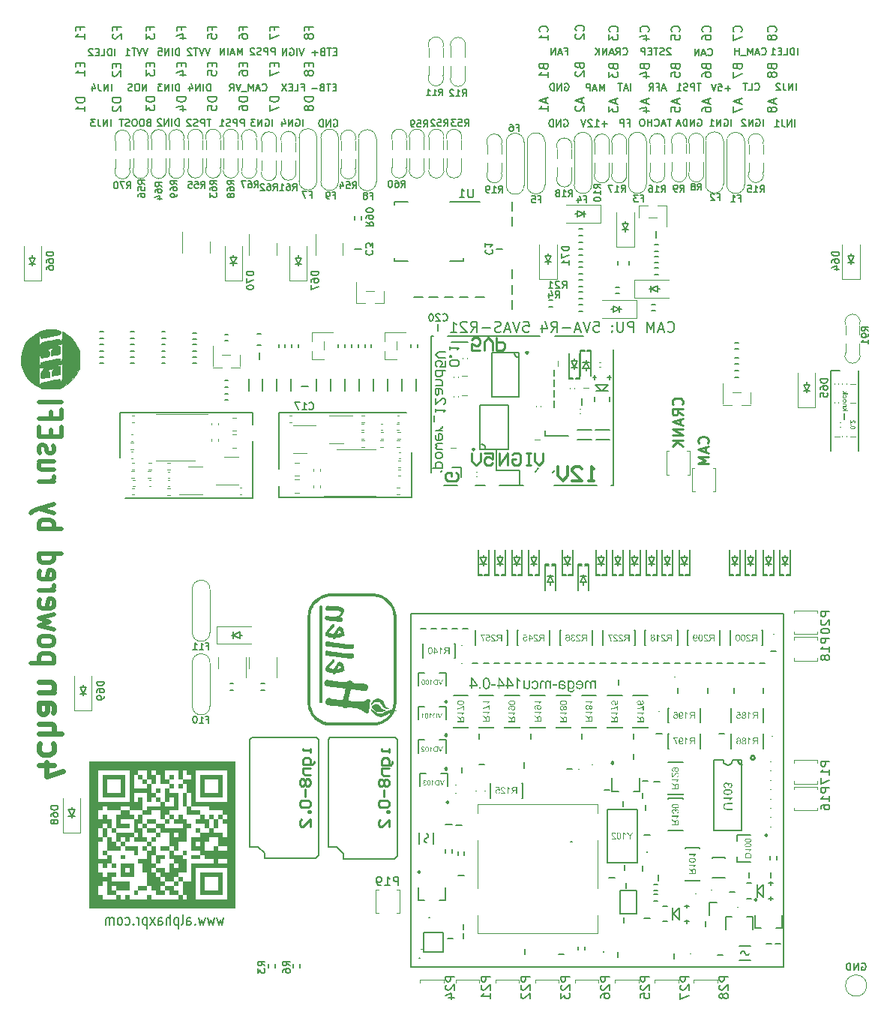
<source format=gbo>
G75*
G70*
%OFA0B0*%
%FSLAX25Y25*%
%IPPOS*%
%LPD*%
%AMOC8*
5,1,8,0,0,1.08239X$1,22.5*
%
%ADD121C,0.00394*%
%ADD122C,0.01000*%
%ADD200C,0.00300*%
%ADD21C,0.02362*%
%ADD58C,0.00787*%
%ADD61C,0.01181*%
%ADD62C,0.00800*%
%ADD65C,0.00472*%
%ADD70C,0.00984*%
%ADD71C,0.00669*%
%ADD72C,0.00591*%
%ADD73C,0.00500*%
%ADD74C,0.00390*%
%ADD78C,0.01969*%
%ADD79C,0.00512*%
%ADD80C,0.00010*%
X0000000Y0000000D02*
%LPD*%
G01*
D71*
X0331933Y0388581D02*
X0331933Y0391731D01*
X0328783Y0391581D02*
X0329083Y0391731D01*
X0329083Y0391731D02*
X0329533Y0391731D01*
X0329533Y0391731D02*
X0329983Y0391581D01*
X0329983Y0391581D02*
X0330283Y0391281D01*
X0330283Y0391281D02*
X0330433Y0390981D01*
X0330433Y0390981D02*
X0330583Y0390381D01*
X0330583Y0390381D02*
X0330583Y0389931D01*
X0330583Y0389931D02*
X0330433Y0389331D01*
X0330433Y0389331D02*
X0330283Y0389031D01*
X0330283Y0389031D02*
X0329983Y0388731D01*
X0329983Y0388731D02*
X0329533Y0388581D01*
X0329533Y0388581D02*
X0329233Y0388581D01*
X0329233Y0388581D02*
X0328783Y0388731D01*
X0328783Y0388731D02*
X0328633Y0388881D01*
X0328633Y0388881D02*
X0328633Y0389931D01*
X0328633Y0389931D02*
X0329233Y0389931D01*
X0327284Y0388581D02*
X0327284Y0391731D01*
X0327284Y0391731D02*
X0325484Y0388581D01*
X0325484Y0388581D02*
X0325484Y0391731D01*
X0324134Y0391431D02*
X0323984Y0391581D01*
X0323984Y0391581D02*
X0323684Y0391731D01*
X0323684Y0391731D02*
X0322934Y0391731D01*
X0322934Y0391731D02*
X0322634Y0391581D01*
X0322634Y0391581D02*
X0322484Y0391431D01*
X0322484Y0391431D02*
X0322334Y0391131D01*
X0322334Y0391131D02*
X0322334Y0390831D01*
X0322334Y0390831D02*
X0322484Y0390381D01*
X0322484Y0390381D02*
X0324284Y0388581D01*
X0324284Y0388581D02*
X0322334Y0388581D01*
D70*
X0307247Y0247750D02*
X0307472Y0247975D01*
X0307472Y0247975D02*
X0307697Y0248650D01*
X0307697Y0248650D02*
X0307697Y0249100D01*
X0307697Y0249100D02*
X0307472Y0249775D01*
X0307472Y0249775D02*
X0307022Y0250225D01*
X0307022Y0250225D02*
X0306573Y0250450D01*
X0306573Y0250450D02*
X0305673Y0250675D01*
X0305673Y0250675D02*
X0304998Y0250675D01*
X0304998Y0250675D02*
X0304098Y0250450D01*
X0304098Y0250450D02*
X0303648Y0250225D01*
X0303648Y0250225D02*
X0303198Y0249775D01*
X0303198Y0249775D02*
X0302973Y0249100D01*
X0302973Y0249100D02*
X0302973Y0248650D01*
X0302973Y0248650D02*
X0303198Y0247975D01*
X0303198Y0247975D02*
X0303423Y0247750D01*
X0306348Y0245951D02*
X0306348Y0243701D01*
X0307697Y0246400D02*
X0302973Y0244826D01*
X0302973Y0244826D02*
X0307697Y0243251D01*
X0307697Y0241676D02*
X0302973Y0241676D01*
X0302973Y0241676D02*
X0306348Y0240101D01*
X0306348Y0240101D02*
X0302973Y0238526D01*
X0302973Y0238526D02*
X0307697Y0238526D01*
D71*
X0269608Y0420446D02*
X0269758Y0420296D01*
X0269758Y0420296D02*
X0270208Y0420146D01*
X0270208Y0420146D02*
X0270508Y0420146D01*
X0270508Y0420146D02*
X0270958Y0420296D01*
X0270958Y0420296D02*
X0271258Y0420596D01*
X0271258Y0420596D02*
X0271408Y0420896D01*
X0271408Y0420896D02*
X0271558Y0421496D01*
X0271558Y0421496D02*
X0271558Y0421946D01*
X0271558Y0421946D02*
X0271408Y0422546D01*
X0271408Y0422546D02*
X0271258Y0422846D01*
X0271258Y0422846D02*
X0270958Y0423146D01*
X0270958Y0423146D02*
X0270508Y0423296D01*
X0270508Y0423296D02*
X0270208Y0423296D01*
X0270208Y0423296D02*
X0269758Y0423146D01*
X0269758Y0423146D02*
X0269608Y0422996D01*
X0266459Y0420146D02*
X0267509Y0421646D01*
X0268258Y0420146D02*
X0268258Y0423296D01*
X0268258Y0423296D02*
X0267059Y0423296D01*
X0267059Y0423296D02*
X0266759Y0423146D01*
X0266759Y0423146D02*
X0266609Y0422996D01*
X0266609Y0422996D02*
X0266459Y0422696D01*
X0266459Y0422696D02*
X0266459Y0422246D01*
X0266459Y0422246D02*
X0266609Y0421946D01*
X0266609Y0421946D02*
X0266759Y0421796D01*
X0266759Y0421796D02*
X0267059Y0421646D01*
X0267059Y0421646D02*
X0268258Y0421646D01*
X0265259Y0421046D02*
X0263759Y0421046D01*
X0265559Y0420146D02*
X0264509Y0423296D01*
X0264509Y0423296D02*
X0263459Y0420146D01*
X0262409Y0420146D02*
X0262409Y0423296D01*
X0262409Y0423296D02*
X0260609Y0420146D01*
X0260609Y0420146D02*
X0260609Y0423296D01*
X0259110Y0420146D02*
X0259110Y0423296D01*
X0257310Y0420146D02*
X0258660Y0421946D01*
X0257310Y0423296D02*
X0259110Y0421496D01*
D58*
X0289483Y0297485D02*
X0289708Y0297260D01*
X0289708Y0297260D02*
X0290382Y0297035D01*
X0290382Y0297035D02*
X0290832Y0297035D01*
X0290832Y0297035D02*
X0291507Y0297260D01*
X0291507Y0297260D02*
X0291957Y0297710D01*
X0291957Y0297710D02*
X0292182Y0298160D01*
X0292182Y0298160D02*
X0292407Y0299060D01*
X0292407Y0299060D02*
X0292407Y0299735D01*
X0292407Y0299735D02*
X0292182Y0300634D01*
X0292182Y0300634D02*
X0291957Y0301084D01*
X0291957Y0301084D02*
X0291507Y0301534D01*
X0291507Y0301534D02*
X0290832Y0301759D01*
X0290832Y0301759D02*
X0290382Y0301759D01*
X0290382Y0301759D02*
X0289708Y0301534D01*
X0289708Y0301534D02*
X0289483Y0301309D01*
X0287683Y0298385D02*
X0285433Y0298385D01*
X0288133Y0297035D02*
X0286558Y0301759D01*
X0286558Y0301759D02*
X0284983Y0297035D01*
X0283408Y0297035D02*
X0283408Y0301759D01*
X0283408Y0301759D02*
X0281834Y0298385D01*
X0281834Y0298385D02*
X0280259Y0301759D01*
X0280259Y0301759D02*
X0280259Y0297035D01*
X0274409Y0297035D02*
X0274409Y0301759D01*
X0274409Y0301759D02*
X0272610Y0301759D01*
X0272610Y0301759D02*
X0272160Y0301534D01*
X0272160Y0301534D02*
X0271935Y0301309D01*
X0271935Y0301309D02*
X0271710Y0300859D01*
X0271710Y0300859D02*
X0271710Y0300184D01*
X0271710Y0300184D02*
X0271935Y0299735D01*
X0271935Y0299735D02*
X0272160Y0299510D01*
X0272160Y0299510D02*
X0272610Y0299285D01*
X0272610Y0299285D02*
X0274409Y0299285D01*
X0269685Y0301759D02*
X0269685Y0297935D01*
X0269685Y0297935D02*
X0269460Y0297485D01*
X0269460Y0297485D02*
X0269235Y0297260D01*
X0269235Y0297260D02*
X0268785Y0297035D01*
X0268785Y0297035D02*
X0267885Y0297035D01*
X0267885Y0297035D02*
X0267435Y0297260D01*
X0267435Y0297260D02*
X0267210Y0297485D01*
X0267210Y0297485D02*
X0266985Y0297935D01*
X0266985Y0297935D02*
X0266985Y0301759D01*
X0264736Y0297485D02*
X0264511Y0297260D01*
X0264511Y0297260D02*
X0264736Y0297035D01*
X0264736Y0297035D02*
X0264961Y0297260D01*
X0264961Y0297260D02*
X0264736Y0297485D01*
X0264736Y0297485D02*
X0264736Y0297035D01*
X0264736Y0299960D02*
X0264511Y0299735D01*
X0264511Y0299735D02*
X0264736Y0299510D01*
X0264736Y0299510D02*
X0264961Y0299735D01*
X0264961Y0299735D02*
X0264736Y0299960D01*
X0264736Y0299960D02*
X0264736Y0299510D01*
X0256637Y0301759D02*
X0258886Y0301759D01*
X0258886Y0301759D02*
X0259111Y0299510D01*
X0259111Y0299510D02*
X0258886Y0299735D01*
X0258886Y0299735D02*
X0258436Y0299960D01*
X0258436Y0299960D02*
X0257312Y0299960D01*
X0257312Y0299960D02*
X0256862Y0299735D01*
X0256862Y0299735D02*
X0256637Y0299510D01*
X0256637Y0299510D02*
X0256412Y0299060D01*
X0256412Y0299060D02*
X0256412Y0297935D01*
X0256412Y0297935D02*
X0256637Y0297485D01*
X0256637Y0297485D02*
X0256862Y0297260D01*
X0256862Y0297260D02*
X0257312Y0297035D01*
X0257312Y0297035D02*
X0258436Y0297035D01*
X0258436Y0297035D02*
X0258886Y0297260D01*
X0258886Y0297260D02*
X0259111Y0297485D01*
X0255062Y0301759D02*
X0253487Y0297035D01*
X0253487Y0297035D02*
X0251912Y0301759D01*
X0250562Y0298385D02*
X0248313Y0298385D01*
X0251012Y0297035D02*
X0249438Y0301759D01*
X0249438Y0301759D02*
X0247863Y0297035D01*
X0246288Y0298835D02*
X0242688Y0298835D01*
X0237739Y0297035D02*
X0239314Y0299285D01*
X0240439Y0297035D02*
X0240439Y0301759D01*
X0240439Y0301759D02*
X0238639Y0301759D01*
X0238639Y0301759D02*
X0238189Y0301534D01*
X0238189Y0301534D02*
X0237964Y0301309D01*
X0237964Y0301309D02*
X0237739Y0300859D01*
X0237739Y0300859D02*
X0237739Y0300184D01*
X0237739Y0300184D02*
X0237964Y0299735D01*
X0237964Y0299735D02*
X0238189Y0299510D01*
X0238189Y0299510D02*
X0238639Y0299285D01*
X0238639Y0299285D02*
X0240439Y0299285D01*
X0233690Y0300184D02*
X0233690Y0297035D01*
X0234814Y0301984D02*
X0235939Y0298610D01*
X0235939Y0298610D02*
X0233015Y0298610D01*
X0225366Y0301759D02*
X0227615Y0301759D01*
X0227615Y0301759D02*
X0227840Y0299510D01*
X0227840Y0299510D02*
X0227615Y0299735D01*
X0227615Y0299735D02*
X0227165Y0299960D01*
X0227165Y0299960D02*
X0226040Y0299960D01*
X0226040Y0299960D02*
X0225591Y0299735D01*
X0225591Y0299735D02*
X0225366Y0299510D01*
X0225366Y0299510D02*
X0225141Y0299060D01*
X0225141Y0299060D02*
X0225141Y0297935D01*
X0225141Y0297935D02*
X0225366Y0297485D01*
X0225366Y0297485D02*
X0225591Y0297260D01*
X0225591Y0297260D02*
X0226040Y0297035D01*
X0226040Y0297035D02*
X0227165Y0297035D01*
X0227165Y0297035D02*
X0227615Y0297260D01*
X0227615Y0297260D02*
X0227840Y0297485D01*
X0223791Y0301759D02*
X0222216Y0297035D01*
X0222216Y0297035D02*
X0220641Y0301759D01*
X0219291Y0298385D02*
X0217042Y0298385D01*
X0219741Y0297035D02*
X0218166Y0301759D01*
X0218166Y0301759D02*
X0216592Y0297035D01*
X0215242Y0297260D02*
X0214567Y0297035D01*
X0214567Y0297035D02*
X0213442Y0297035D01*
X0213442Y0297035D02*
X0212992Y0297260D01*
X0212992Y0297260D02*
X0212767Y0297485D01*
X0212767Y0297485D02*
X0212542Y0297935D01*
X0212542Y0297935D02*
X0212542Y0298385D01*
X0212542Y0298385D02*
X0212767Y0298835D01*
X0212767Y0298835D02*
X0212992Y0299060D01*
X0212992Y0299060D02*
X0213442Y0299285D01*
X0213442Y0299285D02*
X0214342Y0299510D01*
X0214342Y0299510D02*
X0214792Y0299735D01*
X0214792Y0299735D02*
X0215017Y0299960D01*
X0215017Y0299960D02*
X0215242Y0300409D01*
X0215242Y0300409D02*
X0215242Y0300859D01*
X0215242Y0300859D02*
X0215017Y0301309D01*
X0215017Y0301309D02*
X0214792Y0301534D01*
X0214792Y0301534D02*
X0214342Y0301759D01*
X0214342Y0301759D02*
X0213217Y0301759D01*
X0213217Y0301759D02*
X0212542Y0301534D01*
X0210517Y0298835D02*
X0206918Y0298835D01*
X0201969Y0297035D02*
X0203543Y0299285D01*
X0204668Y0297035D02*
X0204668Y0301759D01*
X0204668Y0301759D02*
X0202868Y0301759D01*
X0202868Y0301759D02*
X0202418Y0301534D01*
X0202418Y0301534D02*
X0202193Y0301309D01*
X0202193Y0301309D02*
X0201969Y0300859D01*
X0201969Y0300859D02*
X0201969Y0300184D01*
X0201969Y0300184D02*
X0202193Y0299735D01*
X0202193Y0299735D02*
X0202418Y0299510D01*
X0202418Y0299510D02*
X0202868Y0299285D01*
X0202868Y0299285D02*
X0204668Y0299285D01*
X0200169Y0301309D02*
X0199944Y0301534D01*
X0199944Y0301534D02*
X0199494Y0301759D01*
X0199494Y0301759D02*
X0198369Y0301759D01*
X0198369Y0301759D02*
X0197919Y0301534D01*
X0197919Y0301534D02*
X0197694Y0301309D01*
X0197694Y0301309D02*
X0197469Y0300859D01*
X0197469Y0300859D02*
X0197469Y0300409D01*
X0197469Y0300409D02*
X0197694Y0299735D01*
X0197694Y0299735D02*
X0200394Y0297035D01*
X0200394Y0297035D02*
X0197469Y0297035D01*
X0192970Y0297035D02*
X0195669Y0297035D01*
X0194319Y0297035D02*
X0194319Y0301759D01*
X0194319Y0301759D02*
X0194769Y0301084D01*
X0194769Y0301084D02*
X0195219Y0300634D01*
X0195219Y0300634D02*
X0195669Y0300409D01*
D72*
X0114493Y0416703D02*
X0114493Y0415391D01*
X0116555Y0414828D02*
X0116555Y0416703D01*
X0116555Y0416703D02*
X0112618Y0416703D01*
X0112618Y0416703D02*
X0112618Y0414828D01*
X0112618Y0413516D02*
X0112618Y0410891D01*
X0112618Y0410891D02*
X0116555Y0412578D01*
D71*
X0100272Y0420196D02*
X0100272Y0423346D01*
X0100272Y0423346D02*
X0099222Y0421096D01*
X0099222Y0421096D02*
X0098172Y0423346D01*
X0098172Y0423346D02*
X0098172Y0420196D01*
X0096822Y0421096D02*
X0095322Y0421096D01*
X0097122Y0420196D02*
X0096072Y0423346D01*
X0096072Y0423346D02*
X0095022Y0420196D01*
X0093973Y0420196D02*
X0093973Y0423346D01*
X0092473Y0420196D02*
X0092473Y0423346D01*
X0092473Y0423346D02*
X0090673Y0420196D01*
X0090673Y0420196D02*
X0090673Y0423346D01*
D72*
X0028272Y0431439D02*
X0028272Y0432751D01*
X0030335Y0432751D02*
X0026398Y0432751D01*
X0026398Y0432751D02*
X0026398Y0430876D01*
X0030335Y0427314D02*
X0030335Y0429564D01*
X0030335Y0428439D02*
X0026398Y0428439D01*
X0026398Y0428439D02*
X0026960Y0428814D01*
X0026960Y0428814D02*
X0027335Y0429189D01*
X0027335Y0429189D02*
X0027522Y0429564D01*
D71*
X0142210Y0421649D02*
X0141160Y0421649D01*
X0140711Y0420000D02*
X0142210Y0420000D01*
X0142210Y0420000D02*
X0142210Y0423149D01*
X0142210Y0423149D02*
X0140711Y0423149D01*
X0139811Y0423149D02*
X0138011Y0423149D01*
X0138911Y0420000D02*
X0138911Y0423149D01*
X0135911Y0421649D02*
X0135461Y0421499D01*
X0135461Y0421499D02*
X0135311Y0421349D01*
X0135311Y0421349D02*
X0135161Y0421049D01*
X0135161Y0421049D02*
X0135161Y0420600D01*
X0135161Y0420600D02*
X0135311Y0420300D01*
X0135311Y0420300D02*
X0135461Y0420150D01*
X0135461Y0420150D02*
X0135761Y0420000D01*
X0135761Y0420000D02*
X0136961Y0420000D01*
X0136961Y0420000D02*
X0136961Y0423149D01*
X0136961Y0423149D02*
X0135911Y0423149D01*
X0135911Y0423149D02*
X0135611Y0422999D01*
X0135611Y0422999D02*
X0135461Y0422849D01*
X0135461Y0422849D02*
X0135311Y0422549D01*
X0135311Y0422549D02*
X0135311Y0422249D01*
X0135311Y0422249D02*
X0135461Y0421949D01*
X0135461Y0421949D02*
X0135611Y0421799D01*
X0135611Y0421799D02*
X0135911Y0421649D01*
X0135911Y0421649D02*
X0136961Y0421649D01*
X0133811Y0421199D02*
X0131412Y0421199D01*
X0132612Y0420000D02*
X0132612Y0422399D01*
X0347269Y0420283D02*
X0347269Y0423433D01*
X0345769Y0420283D02*
X0345769Y0423433D01*
X0345769Y0423433D02*
X0345019Y0423433D01*
X0345019Y0423433D02*
X0344569Y0423283D01*
X0344569Y0423283D02*
X0344269Y0422983D01*
X0344269Y0422983D02*
X0344119Y0422683D01*
X0344119Y0422683D02*
X0343969Y0422083D01*
X0343969Y0422083D02*
X0343969Y0421633D01*
X0343969Y0421633D02*
X0344119Y0421033D01*
X0344119Y0421033D02*
X0344269Y0420733D01*
X0344269Y0420733D02*
X0344569Y0420433D01*
X0344569Y0420433D02*
X0345019Y0420283D01*
X0345019Y0420283D02*
X0345769Y0420283D01*
X0341119Y0420283D02*
X0342619Y0420283D01*
X0342619Y0420283D02*
X0342619Y0423433D01*
X0340070Y0421933D02*
X0339020Y0421933D01*
X0338570Y0420283D02*
X0340070Y0420283D01*
X0340070Y0420283D02*
X0340070Y0423433D01*
X0340070Y0423433D02*
X0338570Y0423433D01*
X0335570Y0420283D02*
X0337370Y0420283D01*
X0336470Y0420283D02*
X0336470Y0423433D01*
X0336470Y0423433D02*
X0336770Y0422983D01*
X0336770Y0422983D02*
X0337070Y0422683D01*
X0337070Y0422683D02*
X0337370Y0422533D01*
D58*
X0092088Y0036791D02*
X0091339Y0033641D01*
X0091339Y0033641D02*
X0090589Y0035891D01*
X0090589Y0035891D02*
X0089839Y0033641D01*
X0089839Y0033641D02*
X0089089Y0036791D01*
X0087964Y0036791D02*
X0087214Y0033641D01*
X0087214Y0033641D02*
X0086464Y0035891D01*
X0086464Y0035891D02*
X0085714Y0033641D01*
X0085714Y0033641D02*
X0084964Y0036791D01*
X0083840Y0036791D02*
X0083090Y0033641D01*
X0083090Y0033641D02*
X0082340Y0035891D01*
X0082340Y0035891D02*
X0081590Y0033641D01*
X0081590Y0033641D02*
X0080840Y0036791D01*
X0079340Y0034091D02*
X0079153Y0033866D01*
X0079153Y0033866D02*
X0079340Y0033641D01*
X0079340Y0033641D02*
X0079528Y0033866D01*
X0079528Y0033866D02*
X0079340Y0034091D01*
X0079340Y0034091D02*
X0079340Y0033641D01*
X0075778Y0033641D02*
X0075778Y0036116D01*
X0075778Y0036116D02*
X0075966Y0036566D01*
X0075966Y0036566D02*
X0076340Y0036791D01*
X0076340Y0036791D02*
X0077090Y0036791D01*
X0077090Y0036791D02*
X0077465Y0036566D01*
X0075778Y0033866D02*
X0076153Y0033641D01*
X0076153Y0033641D02*
X0077090Y0033641D01*
X0077090Y0033641D02*
X0077465Y0033866D01*
X0077465Y0033866D02*
X0077653Y0034316D01*
X0077653Y0034316D02*
X0077653Y0034766D01*
X0077653Y0034766D02*
X0077465Y0035216D01*
X0077465Y0035216D02*
X0077090Y0035441D01*
X0077090Y0035441D02*
X0076153Y0035441D01*
X0076153Y0035441D02*
X0075778Y0035666D01*
X0073341Y0033641D02*
X0073716Y0033866D01*
X0073716Y0033866D02*
X0073903Y0034316D01*
X0073903Y0034316D02*
X0073903Y0038366D01*
X0071841Y0036791D02*
X0071841Y0032066D01*
X0071841Y0036566D02*
X0071466Y0036791D01*
X0071466Y0036791D02*
X0070716Y0036791D01*
X0070716Y0036791D02*
X0070341Y0036566D01*
X0070341Y0036566D02*
X0070154Y0036341D01*
X0070154Y0036341D02*
X0069966Y0035891D01*
X0069966Y0035891D02*
X0069966Y0034541D01*
X0069966Y0034541D02*
X0070154Y0034091D01*
X0070154Y0034091D02*
X0070341Y0033866D01*
X0070341Y0033866D02*
X0070716Y0033641D01*
X0070716Y0033641D02*
X0071466Y0033641D01*
X0071466Y0033641D02*
X0071841Y0033866D01*
X0068279Y0033641D02*
X0068279Y0038366D01*
X0066592Y0033641D02*
X0066592Y0036116D01*
X0066592Y0036116D02*
X0066779Y0036566D01*
X0066779Y0036566D02*
X0067154Y0036791D01*
X0067154Y0036791D02*
X0067717Y0036791D01*
X0067717Y0036791D02*
X0068091Y0036566D01*
X0068091Y0036566D02*
X0068279Y0036341D01*
X0063030Y0033641D02*
X0063030Y0036116D01*
X0063030Y0036116D02*
X0063217Y0036566D01*
X0063217Y0036566D02*
X0063592Y0036791D01*
X0063592Y0036791D02*
X0064342Y0036791D01*
X0064342Y0036791D02*
X0064717Y0036566D01*
X0063030Y0033866D02*
X0063405Y0033641D01*
X0063405Y0033641D02*
X0064342Y0033641D01*
X0064342Y0033641D02*
X0064717Y0033866D01*
X0064717Y0033866D02*
X0064904Y0034316D01*
X0064904Y0034316D02*
X0064904Y0034766D01*
X0064904Y0034766D02*
X0064717Y0035216D01*
X0064717Y0035216D02*
X0064342Y0035441D01*
X0064342Y0035441D02*
X0063405Y0035441D01*
X0063405Y0035441D02*
X0063030Y0035666D01*
X0061530Y0033641D02*
X0059468Y0036791D01*
X0061530Y0036791D02*
X0059468Y0033641D01*
X0057968Y0036791D02*
X0057968Y0032066D01*
X0057968Y0036566D02*
X0057593Y0036791D01*
X0057593Y0036791D02*
X0056843Y0036791D01*
X0056843Y0036791D02*
X0056468Y0036566D01*
X0056468Y0036566D02*
X0056280Y0036341D01*
X0056280Y0036341D02*
X0056093Y0035891D01*
X0056093Y0035891D02*
X0056093Y0034541D01*
X0056093Y0034541D02*
X0056280Y0034091D01*
X0056280Y0034091D02*
X0056468Y0033866D01*
X0056468Y0033866D02*
X0056843Y0033641D01*
X0056843Y0033641D02*
X0057593Y0033641D01*
X0057593Y0033641D02*
X0057968Y0033866D01*
X0054406Y0033641D02*
X0054406Y0036791D01*
X0054406Y0035891D02*
X0054218Y0036341D01*
X0054218Y0036341D02*
X0054031Y0036566D01*
X0054031Y0036566D02*
X0053656Y0036791D01*
X0053656Y0036791D02*
X0053281Y0036791D01*
X0051968Y0034091D02*
X0051781Y0033866D01*
X0051781Y0033866D02*
X0051968Y0033641D01*
X0051968Y0033641D02*
X0052156Y0033866D01*
X0052156Y0033866D02*
X0051968Y0034091D01*
X0051968Y0034091D02*
X0051968Y0033641D01*
X0048406Y0033866D02*
X0048781Y0033641D01*
X0048781Y0033641D02*
X0049531Y0033641D01*
X0049531Y0033641D02*
X0049906Y0033866D01*
X0049906Y0033866D02*
X0050094Y0034091D01*
X0050094Y0034091D02*
X0050281Y0034541D01*
X0050281Y0034541D02*
X0050281Y0035891D01*
X0050281Y0035891D02*
X0050094Y0036341D01*
X0050094Y0036341D02*
X0049906Y0036566D01*
X0049906Y0036566D02*
X0049531Y0036791D01*
X0049531Y0036791D02*
X0048781Y0036791D01*
X0048781Y0036791D02*
X0048406Y0036566D01*
X0046157Y0033641D02*
X0046532Y0033866D01*
X0046532Y0033866D02*
X0046719Y0034091D01*
X0046719Y0034091D02*
X0046907Y0034541D01*
X0046907Y0034541D02*
X0046907Y0035891D01*
X0046907Y0035891D02*
X0046719Y0036341D01*
X0046719Y0036341D02*
X0046532Y0036566D01*
X0046532Y0036566D02*
X0046157Y0036791D01*
X0046157Y0036791D02*
X0045594Y0036791D01*
X0045594Y0036791D02*
X0045219Y0036566D01*
X0045219Y0036566D02*
X0045032Y0036341D01*
X0045032Y0036341D02*
X0044844Y0035891D01*
X0044844Y0035891D02*
X0044844Y0034541D01*
X0044844Y0034541D02*
X0045032Y0034091D01*
X0045032Y0034091D02*
X0045219Y0033866D01*
X0045219Y0033866D02*
X0045594Y0033641D01*
X0045594Y0033641D02*
X0046157Y0033641D01*
X0043157Y0033641D02*
X0043157Y0036791D01*
X0043157Y0036341D02*
X0042970Y0036566D01*
X0042970Y0036566D02*
X0042595Y0036791D01*
X0042595Y0036791D02*
X0042032Y0036791D01*
X0042032Y0036791D02*
X0041657Y0036566D01*
X0041657Y0036566D02*
X0041470Y0036116D01*
X0041470Y0036116D02*
X0041470Y0033641D01*
X0041470Y0036116D02*
X0041282Y0036566D01*
X0041282Y0036566D02*
X0040907Y0036791D01*
X0040907Y0036791D02*
X0040345Y0036791D01*
X0040345Y0036791D02*
X0039970Y0036566D01*
X0039970Y0036566D02*
X0039783Y0036116D01*
X0039783Y0036116D02*
X0039783Y0033641D01*
D72*
X0100713Y0431439D02*
X0100713Y0432751D01*
X0102775Y0432751D02*
X0098838Y0432751D01*
X0098838Y0432751D02*
X0098838Y0430876D01*
X0098838Y0427689D02*
X0098838Y0428439D01*
X0098838Y0428439D02*
X0099026Y0428814D01*
X0099026Y0428814D02*
X0099213Y0429001D01*
X0099213Y0429001D02*
X0099776Y0429376D01*
X0099776Y0429376D02*
X0100526Y0429564D01*
X0100526Y0429564D02*
X0102026Y0429564D01*
X0102026Y0429564D02*
X0102401Y0429376D01*
X0102401Y0429376D02*
X0102588Y0429189D01*
X0102588Y0429189D02*
X0102775Y0428814D01*
X0102775Y0428814D02*
X0102775Y0428064D01*
X0102775Y0428064D02*
X0102588Y0427689D01*
X0102588Y0427689D02*
X0102401Y0427501D01*
X0102401Y0427501D02*
X0102026Y0427314D01*
X0102026Y0427314D02*
X0101088Y0427314D01*
X0101088Y0427314D02*
X0100713Y0427501D01*
X0100713Y0427501D02*
X0100526Y0427689D01*
X0100526Y0427689D02*
X0100338Y0428064D01*
X0100338Y0428064D02*
X0100338Y0428814D01*
X0100338Y0428814D02*
X0100526Y0429189D01*
X0100526Y0429189D02*
X0100713Y0429376D01*
X0100713Y0429376D02*
X0101088Y0429564D01*
X0131909Y0401536D02*
X0127972Y0401536D01*
X0127972Y0401536D02*
X0127972Y0400599D01*
X0127972Y0400599D02*
X0128160Y0400036D01*
X0128160Y0400036D02*
X0128535Y0399661D01*
X0128535Y0399661D02*
X0128910Y0399474D01*
X0128910Y0399474D02*
X0129660Y0399286D01*
X0129660Y0399286D02*
X0130222Y0399286D01*
X0130222Y0399286D02*
X0130972Y0399474D01*
X0130972Y0399474D02*
X0131347Y0399661D01*
X0131347Y0399661D02*
X0131722Y0400036D01*
X0131722Y0400036D02*
X0131909Y0400599D01*
X0131909Y0400599D02*
X0131909Y0401536D01*
X0129660Y0397037D02*
X0129472Y0397412D01*
X0129472Y0397412D02*
X0129285Y0397599D01*
X0129285Y0397599D02*
X0128910Y0397786D01*
X0128910Y0397786D02*
X0128722Y0397786D01*
X0128722Y0397786D02*
X0128347Y0397599D01*
X0128347Y0397599D02*
X0128160Y0397412D01*
X0128160Y0397412D02*
X0127972Y0397037D01*
X0127972Y0397037D02*
X0127972Y0396287D01*
X0127972Y0396287D02*
X0128160Y0395912D01*
X0128160Y0395912D02*
X0128347Y0395724D01*
X0128347Y0395724D02*
X0128722Y0395537D01*
X0128722Y0395537D02*
X0128910Y0395537D01*
X0128910Y0395537D02*
X0129285Y0395724D01*
X0129285Y0395724D02*
X0129472Y0395912D01*
X0129472Y0395912D02*
X0129660Y0396287D01*
X0129660Y0396287D02*
X0129660Y0397037D01*
X0129660Y0397037D02*
X0129847Y0397412D01*
X0129847Y0397412D02*
X0130035Y0397599D01*
X0130035Y0397599D02*
X0130410Y0397786D01*
X0130410Y0397786D02*
X0131159Y0397786D01*
X0131159Y0397786D02*
X0131534Y0397599D01*
X0131534Y0397599D02*
X0131722Y0397412D01*
X0131722Y0397412D02*
X0131909Y0397037D01*
X0131909Y0397037D02*
X0131909Y0396287D01*
X0131909Y0396287D02*
X0131722Y0395912D01*
X0131722Y0395912D02*
X0131534Y0395724D01*
X0131534Y0395724D02*
X0131159Y0395537D01*
X0131159Y0395537D02*
X0130410Y0395537D01*
X0130410Y0395537D02*
X0130035Y0395724D01*
X0130035Y0395724D02*
X0129847Y0395912D01*
X0129847Y0395912D02*
X0129660Y0396287D01*
D71*
X0058446Y0423149D02*
X0057396Y0420000D01*
X0057396Y0420000D02*
X0056346Y0423149D01*
X0055746Y0423149D02*
X0054696Y0420000D01*
X0054696Y0420000D02*
X0053646Y0423149D01*
X0053046Y0423149D02*
X0051247Y0423149D01*
X0052147Y0420000D02*
X0052147Y0423149D01*
X0048547Y0420000D02*
X0050347Y0420000D01*
X0049447Y0420000D02*
X0049447Y0423149D01*
X0049447Y0423149D02*
X0049747Y0422699D01*
X0049747Y0422699D02*
X0050047Y0422399D01*
X0050047Y0422399D02*
X0050347Y0422249D01*
X0072244Y0388700D02*
X0072244Y0391850D01*
X0072244Y0391850D02*
X0071494Y0391850D01*
X0071494Y0391850D02*
X0071044Y0391700D01*
X0071044Y0391700D02*
X0070744Y0391400D01*
X0070744Y0391400D02*
X0070594Y0391100D01*
X0070594Y0391100D02*
X0070444Y0390500D01*
X0070444Y0390500D02*
X0070444Y0390050D01*
X0070444Y0390050D02*
X0070594Y0389450D01*
X0070594Y0389450D02*
X0070744Y0389150D01*
X0070744Y0389150D02*
X0071044Y0388850D01*
X0071044Y0388850D02*
X0071494Y0388700D01*
X0071494Y0388700D02*
X0072244Y0388700D01*
X0069094Y0388700D02*
X0069094Y0391850D01*
X0067595Y0388700D02*
X0067595Y0391850D01*
X0067595Y0391850D02*
X0065795Y0388700D01*
X0065795Y0388700D02*
X0065795Y0391850D01*
X0064445Y0391550D02*
X0064295Y0391700D01*
X0064295Y0391700D02*
X0063995Y0391850D01*
X0063995Y0391850D02*
X0063245Y0391850D01*
X0063245Y0391850D02*
X0062945Y0391700D01*
X0062945Y0391700D02*
X0062795Y0391550D01*
X0062795Y0391550D02*
X0062645Y0391250D01*
X0062645Y0391250D02*
X0062645Y0390950D01*
X0062645Y0390950D02*
X0062795Y0390500D01*
X0062795Y0390500D02*
X0064595Y0388700D01*
X0064595Y0388700D02*
X0062645Y0388700D01*
D72*
X0028272Y0416703D02*
X0028272Y0415391D01*
X0030335Y0414828D02*
X0030335Y0416703D01*
X0030335Y0416703D02*
X0026398Y0416703D01*
X0026398Y0416703D02*
X0026398Y0414828D01*
X0030335Y0411079D02*
X0030335Y0413328D01*
X0030335Y0412203D02*
X0026398Y0412203D01*
X0026398Y0412203D02*
X0026960Y0412578D01*
X0026960Y0412578D02*
X0027335Y0412953D01*
X0027335Y0412953D02*
X0027522Y0413328D01*
X0046476Y0401142D02*
X0042539Y0401142D01*
X0042539Y0401142D02*
X0042539Y0400205D01*
X0042539Y0400205D02*
X0042727Y0399642D01*
X0042727Y0399642D02*
X0043102Y0399268D01*
X0043102Y0399268D02*
X0043477Y0399080D01*
X0043477Y0399080D02*
X0044227Y0398893D01*
X0044227Y0398893D02*
X0044789Y0398893D01*
X0044789Y0398893D02*
X0045539Y0399080D01*
X0045539Y0399080D02*
X0045914Y0399268D01*
X0045914Y0399268D02*
X0046289Y0399642D01*
X0046289Y0399642D02*
X0046476Y0400205D01*
X0046476Y0400205D02*
X0046476Y0401142D01*
X0042914Y0397393D02*
X0042727Y0397205D01*
X0042727Y0397205D02*
X0042539Y0396830D01*
X0042539Y0396830D02*
X0042539Y0395893D01*
X0042539Y0395893D02*
X0042727Y0395518D01*
X0042727Y0395518D02*
X0042914Y0395331D01*
X0042914Y0395331D02*
X0043289Y0395143D01*
X0043289Y0395143D02*
X0043664Y0395143D01*
X0043664Y0395143D02*
X0044227Y0395331D01*
X0044227Y0395331D02*
X0046476Y0397580D01*
X0046476Y0397580D02*
X0046476Y0395143D01*
D71*
X0043766Y0419803D02*
X0043766Y0422952D01*
X0042267Y0419803D02*
X0042267Y0422952D01*
X0042267Y0422952D02*
X0041517Y0422952D01*
X0041517Y0422952D02*
X0041067Y0422802D01*
X0041067Y0422802D02*
X0040767Y0422502D01*
X0040767Y0422502D02*
X0040617Y0422202D01*
X0040617Y0422202D02*
X0040467Y0421603D01*
X0040467Y0421603D02*
X0040467Y0421153D01*
X0040467Y0421153D02*
X0040617Y0420553D01*
X0040617Y0420553D02*
X0040767Y0420253D01*
X0040767Y0420253D02*
X0041067Y0419953D01*
X0041067Y0419953D02*
X0041517Y0419803D01*
X0041517Y0419803D02*
X0042267Y0419803D01*
X0037617Y0419803D02*
X0039117Y0419803D01*
X0039117Y0419803D02*
X0039117Y0422952D01*
X0036567Y0421453D02*
X0035517Y0421453D01*
X0035067Y0419803D02*
X0036567Y0419803D01*
X0036567Y0419803D02*
X0036567Y0422952D01*
X0036567Y0422952D02*
X0035067Y0422952D01*
X0033868Y0422652D02*
X0033718Y0422802D01*
X0033718Y0422802D02*
X0033418Y0422952D01*
X0033418Y0422952D02*
X0032668Y0422952D01*
X0032668Y0422952D02*
X0032368Y0422802D01*
X0032368Y0422802D02*
X0032218Y0422652D01*
X0032218Y0422652D02*
X0032068Y0422352D01*
X0032068Y0422352D02*
X0032068Y0422052D01*
X0032068Y0422052D02*
X0032218Y0421603D01*
X0032218Y0421603D02*
X0034018Y0419803D01*
X0034018Y0419803D02*
X0032068Y0419803D01*
D72*
X0114493Y0431439D02*
X0114493Y0432751D01*
X0116555Y0432751D02*
X0112618Y0432751D01*
X0112618Y0432751D02*
X0112618Y0430876D01*
X0112618Y0429751D02*
X0112618Y0427127D01*
X0112618Y0427127D02*
X0116555Y0428814D01*
D71*
X0127859Y0423149D02*
X0126809Y0420000D01*
X0126809Y0420000D02*
X0125759Y0423149D01*
X0124709Y0420000D02*
X0124709Y0423149D01*
X0121560Y0422999D02*
X0121860Y0423149D01*
X0121860Y0423149D02*
X0122310Y0423149D01*
X0122310Y0423149D02*
X0122760Y0422999D01*
X0122760Y0422999D02*
X0123060Y0422699D01*
X0123060Y0422699D02*
X0123210Y0422399D01*
X0123210Y0422399D02*
X0123360Y0421799D01*
X0123360Y0421799D02*
X0123360Y0421349D01*
X0123360Y0421349D02*
X0123210Y0420750D01*
X0123210Y0420750D02*
X0123060Y0420450D01*
X0123060Y0420450D02*
X0122760Y0420150D01*
X0122760Y0420150D02*
X0122310Y0420000D01*
X0122310Y0420000D02*
X0122010Y0420000D01*
X0122010Y0420000D02*
X0121560Y0420150D01*
X0121560Y0420150D02*
X0121410Y0420300D01*
X0121410Y0420300D02*
X0121410Y0421349D01*
X0121410Y0421349D02*
X0122010Y0421349D01*
X0120060Y0420000D02*
X0120060Y0423149D01*
X0120060Y0423149D02*
X0118260Y0420000D01*
X0118260Y0420000D02*
X0118260Y0423149D01*
D72*
X0073154Y0416703D02*
X0073154Y0415391D01*
X0075216Y0414828D02*
X0075216Y0416703D01*
X0075216Y0416703D02*
X0071279Y0416703D01*
X0071279Y0416703D02*
X0071279Y0414828D01*
X0072592Y0411454D02*
X0075216Y0411454D01*
X0071092Y0412391D02*
X0073904Y0413328D01*
X0073904Y0413328D02*
X0073904Y0410891D01*
X0100713Y0416703D02*
X0100713Y0415391D01*
X0102775Y0414828D02*
X0102775Y0416703D01*
X0102775Y0416703D02*
X0098838Y0416703D01*
X0098838Y0416703D02*
X0098838Y0414828D01*
X0098838Y0411454D02*
X0098838Y0412203D01*
X0098838Y0412203D02*
X0099026Y0412578D01*
X0099026Y0412578D02*
X0099213Y0412766D01*
X0099213Y0412766D02*
X0099776Y0413141D01*
X0099776Y0413141D02*
X0100526Y0413328D01*
X0100526Y0413328D02*
X0102026Y0413328D01*
X0102026Y0413328D02*
X0102401Y0413141D01*
X0102401Y0413141D02*
X0102588Y0412953D01*
X0102588Y0412953D02*
X0102775Y0412578D01*
X0102775Y0412578D02*
X0102775Y0411828D01*
X0102775Y0411828D02*
X0102588Y0411454D01*
X0102588Y0411454D02*
X0102401Y0411266D01*
X0102401Y0411266D02*
X0102026Y0411079D01*
X0102026Y0411079D02*
X0101088Y0411079D01*
X0101088Y0411079D02*
X0100713Y0411266D01*
X0100713Y0411266D02*
X0100526Y0411454D01*
X0100526Y0411454D02*
X0100338Y0411828D01*
X0100338Y0411828D02*
X0100338Y0412578D01*
X0100338Y0412578D02*
X0100526Y0412953D01*
X0100526Y0412953D02*
X0100713Y0413141D01*
X0100713Y0413141D02*
X0101088Y0413328D01*
D71*
X0142013Y0405901D02*
X0140964Y0405901D01*
X0140514Y0404252D02*
X0142013Y0404252D01*
X0142013Y0404252D02*
X0142013Y0407401D01*
X0142013Y0407401D02*
X0140514Y0407401D01*
X0139614Y0407401D02*
X0137814Y0407401D01*
X0138714Y0404252D02*
X0138714Y0407401D01*
X0135714Y0405901D02*
X0135264Y0405751D01*
X0135264Y0405751D02*
X0135114Y0405601D01*
X0135114Y0405601D02*
X0134964Y0405301D01*
X0134964Y0405301D02*
X0134964Y0404852D01*
X0134964Y0404852D02*
X0135114Y0404552D01*
X0135114Y0404552D02*
X0135264Y0404402D01*
X0135264Y0404402D02*
X0135564Y0404252D01*
X0135564Y0404252D02*
X0136764Y0404252D01*
X0136764Y0404252D02*
X0136764Y0407401D01*
X0136764Y0407401D02*
X0135714Y0407401D01*
X0135714Y0407401D02*
X0135414Y0407251D01*
X0135414Y0407251D02*
X0135264Y0407101D01*
X0135264Y0407101D02*
X0135114Y0406801D01*
X0135114Y0406801D02*
X0135114Y0406501D01*
X0135114Y0406501D02*
X0135264Y0406201D01*
X0135264Y0406201D02*
X0135414Y0406051D01*
X0135414Y0406051D02*
X0135714Y0405901D01*
X0135714Y0405901D02*
X0136764Y0405901D01*
X0133615Y0405451D02*
X0131215Y0405451D01*
D72*
X0116555Y0401536D02*
X0112618Y0401536D01*
X0112618Y0401536D02*
X0112618Y0400599D01*
X0112618Y0400599D02*
X0112805Y0400036D01*
X0112805Y0400036D02*
X0113180Y0399661D01*
X0113180Y0399661D02*
X0113555Y0399474D01*
X0113555Y0399474D02*
X0114305Y0399286D01*
X0114305Y0399286D02*
X0114868Y0399286D01*
X0114868Y0399286D02*
X0115618Y0399474D01*
X0115618Y0399474D02*
X0115993Y0399661D01*
X0115993Y0399661D02*
X0116368Y0400036D01*
X0116368Y0400036D02*
X0116555Y0400599D01*
X0116555Y0400599D02*
X0116555Y0401536D01*
X0112618Y0397974D02*
X0112618Y0395349D01*
X0112618Y0395349D02*
X0116555Y0397037D01*
D21*
X0016656Y0104462D02*
X0009831Y0104462D01*
X0020555Y0102025D02*
X0013244Y0099588D01*
X0013244Y0099588D02*
X0013244Y0105924D01*
X0010319Y0114211D02*
X0009831Y0113236D01*
X0009831Y0113236D02*
X0009831Y0111286D01*
X0009831Y0111286D02*
X0010319Y0110311D01*
X0010319Y0110311D02*
X0010806Y0109824D01*
X0010806Y0109824D02*
X0011781Y0109336D01*
X0011781Y0109336D02*
X0014706Y0109336D01*
X0014706Y0109336D02*
X0015681Y0109824D01*
X0015681Y0109824D02*
X0016168Y0110311D01*
X0016168Y0110311D02*
X0016656Y0111286D01*
X0016656Y0111286D02*
X0016656Y0113236D01*
X0016656Y0113236D02*
X0016168Y0114211D01*
X0009831Y0118598D02*
X0020068Y0118598D01*
X0009831Y0122985D02*
X0015193Y0122985D01*
X0015193Y0122985D02*
X0016168Y0122497D01*
X0016168Y0122497D02*
X0016656Y0121522D01*
X0016656Y0121522D02*
X0016656Y0120060D01*
X0016656Y0120060D02*
X0016168Y0119085D01*
X0016168Y0119085D02*
X0015681Y0118598D01*
X0009831Y0132246D02*
X0015193Y0132246D01*
X0015193Y0132246D02*
X0016168Y0131759D01*
X0016168Y0131759D02*
X0016656Y0130784D01*
X0016656Y0130784D02*
X0016656Y0128834D01*
X0016656Y0128834D02*
X0016168Y0127859D01*
X0010319Y0132246D02*
X0009831Y0131271D01*
X0009831Y0131271D02*
X0009831Y0128834D01*
X0009831Y0128834D02*
X0010319Y0127859D01*
X0010319Y0127859D02*
X0011294Y0127372D01*
X0011294Y0127372D02*
X0012269Y0127372D01*
X0012269Y0127372D02*
X0013244Y0127859D01*
X0013244Y0127859D02*
X0013731Y0128834D01*
X0013731Y0128834D02*
X0013731Y0131271D01*
X0013731Y0131271D02*
X0014218Y0132246D01*
X0016656Y0137120D02*
X0009831Y0137120D01*
X0015681Y0137120D02*
X0016168Y0137608D01*
X0016168Y0137608D02*
X0016656Y0138583D01*
X0016656Y0138583D02*
X0016656Y0140045D01*
X0016656Y0140045D02*
X0016168Y0141020D01*
X0016168Y0141020D02*
X0015193Y0141507D01*
X0015193Y0141507D02*
X0009831Y0141507D01*
D71*
X0126781Y0405901D02*
X0127831Y0405901D01*
X0127831Y0404252D02*
X0127831Y0407401D01*
X0127831Y0407401D02*
X0126331Y0407401D01*
X0123631Y0404252D02*
X0125131Y0404252D01*
X0125131Y0404252D02*
X0125131Y0407401D01*
X0122582Y0405901D02*
X0121532Y0405901D01*
X0121082Y0404252D02*
X0122582Y0404252D01*
X0122582Y0404252D02*
X0122582Y0407401D01*
X0122582Y0407401D02*
X0121082Y0407401D01*
X0120032Y0407401D02*
X0117932Y0404252D01*
X0117932Y0407401D02*
X0120032Y0404252D01*
X0109252Y0404552D02*
X0109402Y0404402D01*
X0109402Y0404402D02*
X0109852Y0404252D01*
X0109852Y0404252D02*
X0110152Y0404252D01*
X0110152Y0404252D02*
X0110602Y0404402D01*
X0110602Y0404402D02*
X0110902Y0404702D01*
X0110902Y0404702D02*
X0111052Y0405002D01*
X0111052Y0405002D02*
X0111202Y0405601D01*
X0111202Y0405601D02*
X0111202Y0406051D01*
X0111202Y0406051D02*
X0111052Y0406651D01*
X0111052Y0406651D02*
X0110902Y0406951D01*
X0110902Y0406951D02*
X0110602Y0407251D01*
X0110602Y0407251D02*
X0110152Y0407401D01*
X0110152Y0407401D02*
X0109852Y0407401D01*
X0109852Y0407401D02*
X0109402Y0407251D01*
X0109402Y0407251D02*
X0109252Y0407101D01*
X0108052Y0405151D02*
X0106552Y0405151D01*
X0108352Y0404252D02*
X0107302Y0407401D01*
X0107302Y0407401D02*
X0106252Y0404252D01*
X0105202Y0404252D02*
X0105202Y0407401D01*
X0105202Y0407401D02*
X0104153Y0405151D01*
X0104153Y0405151D02*
X0103103Y0407401D01*
X0103103Y0407401D02*
X0103103Y0404252D01*
X0102353Y0403952D02*
X0099953Y0403952D01*
X0099653Y0407401D02*
X0098603Y0404252D01*
X0098603Y0404252D02*
X0097553Y0407401D01*
X0094704Y0404252D02*
X0095754Y0405751D01*
X0096504Y0404252D02*
X0096504Y0407401D01*
X0096504Y0407401D02*
X0095304Y0407401D01*
X0095304Y0407401D02*
X0095004Y0407251D01*
X0095004Y0407251D02*
X0094854Y0407101D01*
X0094854Y0407101D02*
X0094704Y0406801D01*
X0094704Y0406801D02*
X0094704Y0406351D01*
X0094704Y0406351D02*
X0094854Y0406051D01*
X0094854Y0406051D02*
X0095004Y0405901D01*
X0095004Y0405901D02*
X0095304Y0405751D01*
X0095304Y0405751D02*
X0096504Y0405751D01*
X0058727Y0390153D02*
X0058277Y0390003D01*
X0058277Y0390003D02*
X0058127Y0389853D01*
X0058127Y0389853D02*
X0057977Y0389553D01*
X0057977Y0389553D02*
X0057977Y0389103D01*
X0057977Y0389103D02*
X0058127Y0388804D01*
X0058127Y0388804D02*
X0058277Y0388654D01*
X0058277Y0388654D02*
X0058577Y0388504D01*
X0058577Y0388504D02*
X0059777Y0388504D01*
X0059777Y0388504D02*
X0059777Y0391653D01*
X0059777Y0391653D02*
X0058727Y0391653D01*
X0058727Y0391653D02*
X0058427Y0391503D01*
X0058427Y0391503D02*
X0058277Y0391353D01*
X0058277Y0391353D02*
X0058127Y0391053D01*
X0058127Y0391053D02*
X0058127Y0390753D01*
X0058127Y0390753D02*
X0058277Y0390453D01*
X0058277Y0390453D02*
X0058427Y0390303D01*
X0058427Y0390303D02*
X0058727Y0390153D01*
X0058727Y0390153D02*
X0059777Y0390153D01*
X0056027Y0391653D02*
X0055427Y0391653D01*
X0055427Y0391653D02*
X0055127Y0391503D01*
X0055127Y0391503D02*
X0054828Y0391203D01*
X0054828Y0391203D02*
X0054678Y0390603D01*
X0054678Y0390603D02*
X0054678Y0389553D01*
X0054678Y0389553D02*
X0054828Y0388954D01*
X0054828Y0388954D02*
X0055127Y0388654D01*
X0055127Y0388654D02*
X0055427Y0388504D01*
X0055427Y0388504D02*
X0056027Y0388504D01*
X0056027Y0388504D02*
X0056327Y0388654D01*
X0056327Y0388654D02*
X0056627Y0388954D01*
X0056627Y0388954D02*
X0056777Y0389553D01*
X0056777Y0389553D02*
X0056777Y0390603D01*
X0056777Y0390603D02*
X0056627Y0391203D01*
X0056627Y0391203D02*
X0056327Y0391503D01*
X0056327Y0391503D02*
X0056027Y0391653D01*
X0052728Y0391653D02*
X0052128Y0391653D01*
X0052128Y0391653D02*
X0051828Y0391503D01*
X0051828Y0391503D02*
X0051528Y0391203D01*
X0051528Y0391203D02*
X0051378Y0390603D01*
X0051378Y0390603D02*
X0051378Y0389553D01*
X0051378Y0389553D02*
X0051528Y0388954D01*
X0051528Y0388954D02*
X0051828Y0388654D01*
X0051828Y0388654D02*
X0052128Y0388504D01*
X0052128Y0388504D02*
X0052728Y0388504D01*
X0052728Y0388504D02*
X0053028Y0388654D01*
X0053028Y0388654D02*
X0053328Y0388954D01*
X0053328Y0388954D02*
X0053478Y0389553D01*
X0053478Y0389553D02*
X0053478Y0390603D01*
X0053478Y0390603D02*
X0053328Y0391203D01*
X0053328Y0391203D02*
X0053028Y0391503D01*
X0053028Y0391503D02*
X0052728Y0391653D01*
X0050178Y0388654D02*
X0049728Y0388504D01*
X0049728Y0388504D02*
X0048978Y0388504D01*
X0048978Y0388504D02*
X0048678Y0388654D01*
X0048678Y0388654D02*
X0048528Y0388804D01*
X0048528Y0388804D02*
X0048378Y0389103D01*
X0048378Y0389103D02*
X0048378Y0389403D01*
X0048378Y0389403D02*
X0048528Y0389703D01*
X0048528Y0389703D02*
X0048678Y0389853D01*
X0048678Y0389853D02*
X0048978Y0390003D01*
X0048978Y0390003D02*
X0049578Y0390153D01*
X0049578Y0390153D02*
X0049878Y0390303D01*
X0049878Y0390303D02*
X0050028Y0390453D01*
X0050028Y0390453D02*
X0050178Y0390753D01*
X0050178Y0390753D02*
X0050178Y0391053D01*
X0050178Y0391053D02*
X0050028Y0391353D01*
X0050028Y0391353D02*
X0049878Y0391503D01*
X0049878Y0391503D02*
X0049578Y0391653D01*
X0049578Y0391653D02*
X0048828Y0391653D01*
X0048828Y0391653D02*
X0048378Y0391503D01*
X0047478Y0391653D02*
X0045679Y0391653D01*
X0046579Y0388504D02*
X0046579Y0391653D01*
X0140982Y0391306D02*
X0141282Y0391456D01*
X0141282Y0391456D02*
X0141732Y0391456D01*
X0141732Y0391456D02*
X0142182Y0391306D01*
X0142182Y0391306D02*
X0142482Y0391006D01*
X0142482Y0391006D02*
X0142632Y0390706D01*
X0142632Y0390706D02*
X0142782Y0390106D01*
X0142782Y0390106D02*
X0142782Y0389657D01*
X0142782Y0389657D02*
X0142632Y0389057D01*
X0142632Y0389057D02*
X0142482Y0388757D01*
X0142482Y0388757D02*
X0142182Y0388457D01*
X0142182Y0388457D02*
X0141732Y0388307D01*
X0141732Y0388307D02*
X0141432Y0388307D01*
X0141432Y0388307D02*
X0140982Y0388457D01*
X0140982Y0388457D02*
X0140832Y0388607D01*
X0140832Y0388607D02*
X0140832Y0389657D01*
X0140832Y0389657D02*
X0141432Y0389657D01*
X0139483Y0388307D02*
X0139483Y0391456D01*
X0139483Y0391456D02*
X0137683Y0388307D01*
X0137683Y0388307D02*
X0137683Y0391456D01*
X0136183Y0388307D02*
X0136183Y0391456D01*
X0136183Y0391456D02*
X0135433Y0391456D01*
X0135433Y0391456D02*
X0134983Y0391306D01*
X0134983Y0391306D02*
X0134683Y0391006D01*
X0134683Y0391006D02*
X0134533Y0390706D01*
X0134533Y0390706D02*
X0134383Y0390106D01*
X0134383Y0390106D02*
X0134383Y0389657D01*
X0134383Y0389657D02*
X0134533Y0389057D01*
X0134533Y0389057D02*
X0134683Y0388757D01*
X0134683Y0388757D02*
X0134983Y0388457D01*
X0134983Y0388457D02*
X0135433Y0388307D01*
X0135433Y0388307D02*
X0136183Y0388307D01*
D72*
X0044611Y0431439D02*
X0044611Y0432751D01*
X0046673Y0432751D02*
X0042736Y0432751D01*
X0042736Y0432751D02*
X0042736Y0430876D01*
X0043111Y0429564D02*
X0042924Y0429376D01*
X0042924Y0429376D02*
X0042736Y0429001D01*
X0042736Y0429001D02*
X0042736Y0428064D01*
X0042736Y0428064D02*
X0042924Y0427689D01*
X0042924Y0427689D02*
X0043111Y0427501D01*
X0043111Y0427501D02*
X0043486Y0427314D01*
X0043486Y0427314D02*
X0043861Y0427314D01*
X0043861Y0427314D02*
X0044423Y0427501D01*
X0044423Y0427501D02*
X0046673Y0429751D01*
X0046673Y0429751D02*
X0046673Y0427314D01*
D78*
X0016656Y0150094D02*
X0006419Y0150094D01*
X0016168Y0150094D02*
X0016656Y0150919D01*
X0016656Y0150919D02*
X0016656Y0152568D01*
X0016656Y0152568D02*
X0016168Y0153393D01*
X0016168Y0153393D02*
X0015681Y0153806D01*
X0015681Y0153806D02*
X0014706Y0154218D01*
X0014706Y0154218D02*
X0011781Y0154218D01*
X0011781Y0154218D02*
X0010806Y0153806D01*
X0010806Y0153806D02*
X0010319Y0153393D01*
X0010319Y0153393D02*
X0009831Y0152568D01*
X0009831Y0152568D02*
X0009831Y0150919D01*
X0009831Y0150919D02*
X0010319Y0150094D01*
X0009831Y0159168D02*
X0010319Y0158343D01*
X0010319Y0158343D02*
X0010806Y0157930D01*
X0010806Y0157930D02*
X0011781Y0157518D01*
X0011781Y0157518D02*
X0014706Y0157518D01*
X0014706Y0157518D02*
X0015681Y0157930D01*
X0015681Y0157930D02*
X0016168Y0158343D01*
X0016168Y0158343D02*
X0016656Y0159168D01*
X0016656Y0159168D02*
X0016656Y0160405D01*
X0016656Y0160405D02*
X0016168Y0161230D01*
X0016168Y0161230D02*
X0015681Y0161642D01*
X0015681Y0161642D02*
X0014706Y0162055D01*
X0014706Y0162055D02*
X0011781Y0162055D01*
X0011781Y0162055D02*
X0010806Y0161642D01*
X0010806Y0161642D02*
X0010319Y0161230D01*
X0010319Y0161230D02*
X0009831Y0160405D01*
X0009831Y0160405D02*
X0009831Y0159168D01*
X0016656Y0164942D02*
X0009831Y0166592D01*
X0009831Y0166592D02*
X0014706Y0168241D01*
X0014706Y0168241D02*
X0009831Y0169891D01*
X0009831Y0169891D02*
X0016656Y0171541D01*
X0010319Y0178140D02*
X0009831Y0177315D01*
X0009831Y0177315D02*
X0009831Y0175666D01*
X0009831Y0175666D02*
X0010319Y0174841D01*
X0010319Y0174841D02*
X0011294Y0174428D01*
X0011294Y0174428D02*
X0015193Y0174428D01*
X0015193Y0174428D02*
X0016168Y0174841D01*
X0016168Y0174841D02*
X0016656Y0175666D01*
X0016656Y0175666D02*
X0016656Y0177315D01*
X0016656Y0177315D02*
X0016168Y0178140D01*
X0016168Y0178140D02*
X0015193Y0178553D01*
X0015193Y0178553D02*
X0014218Y0178553D01*
X0014218Y0178553D02*
X0013244Y0174428D01*
X0009831Y0182265D02*
X0016656Y0182265D01*
X0014706Y0182265D02*
X0015681Y0182677D01*
X0015681Y0182677D02*
X0016168Y0183090D01*
X0016168Y0183090D02*
X0016656Y0183915D01*
X0016656Y0183915D02*
X0016656Y0184739D01*
X0010319Y0190926D02*
X0009831Y0190101D01*
X0009831Y0190101D02*
X0009831Y0188451D01*
X0009831Y0188451D02*
X0010319Y0187627D01*
X0010319Y0187627D02*
X0011294Y0187214D01*
X0011294Y0187214D02*
X0015193Y0187214D01*
X0015193Y0187214D02*
X0016168Y0187627D01*
X0016168Y0187627D02*
X0016656Y0188451D01*
X0016656Y0188451D02*
X0016656Y0190101D01*
X0016656Y0190101D02*
X0016168Y0190926D01*
X0016168Y0190926D02*
X0015193Y0191339D01*
X0015193Y0191339D02*
X0014218Y0191339D01*
X0014218Y0191339D02*
X0013244Y0187214D01*
X0009831Y0198763D02*
X0020068Y0198763D01*
X0010319Y0198763D02*
X0009831Y0197938D01*
X0009831Y0197938D02*
X0009831Y0196288D01*
X0009831Y0196288D02*
X0010319Y0195463D01*
X0010319Y0195463D02*
X0010806Y0195051D01*
X0010806Y0195051D02*
X0011781Y0194638D01*
X0011781Y0194638D02*
X0014706Y0194638D01*
X0014706Y0194638D02*
X0015681Y0195051D01*
X0015681Y0195051D02*
X0016168Y0195463D01*
X0016168Y0195463D02*
X0016656Y0196288D01*
X0016656Y0196288D02*
X0016656Y0197938D01*
X0016656Y0197938D02*
X0016168Y0198763D01*
X0009831Y0209486D02*
X0020068Y0209486D01*
X0016168Y0209486D02*
X0016656Y0210311D01*
X0016656Y0210311D02*
X0016656Y0211961D01*
X0016656Y0211961D02*
X0016168Y0212786D01*
X0016168Y0212786D02*
X0015681Y0213198D01*
X0015681Y0213198D02*
X0014706Y0213611D01*
X0014706Y0213611D02*
X0011781Y0213611D01*
X0011781Y0213611D02*
X0010806Y0213198D01*
X0010806Y0213198D02*
X0010319Y0212786D01*
X0010319Y0212786D02*
X0009831Y0211961D01*
X0009831Y0211961D02*
X0009831Y0210311D01*
X0009831Y0210311D02*
X0010319Y0209486D01*
X0016656Y0216498D02*
X0009831Y0218560D01*
X0016656Y0220622D02*
X0009831Y0218560D01*
X0009831Y0218560D02*
X0007394Y0217735D01*
X0007394Y0217735D02*
X0006907Y0217323D01*
X0006907Y0217323D02*
X0006419Y0216498D01*
X0009831Y0230521D02*
X0016656Y0230521D01*
X0014706Y0230521D02*
X0015681Y0230934D01*
X0015681Y0230934D02*
X0016168Y0231346D01*
X0016168Y0231346D02*
X0016656Y0232171D01*
X0016656Y0232171D02*
X0016656Y0232996D01*
X0016656Y0239595D02*
X0009831Y0239595D01*
X0016656Y0235883D02*
X0011294Y0235883D01*
X0011294Y0235883D02*
X0010319Y0236295D01*
X0010319Y0236295D02*
X0009831Y0237120D01*
X0009831Y0237120D02*
X0009831Y0238358D01*
X0009831Y0238358D02*
X0010319Y0239183D01*
X0010319Y0239183D02*
X0010806Y0239595D01*
X0010319Y0243307D02*
X0009831Y0244132D01*
X0009831Y0244132D02*
X0009831Y0245782D01*
X0009831Y0245782D02*
X0010319Y0246607D01*
X0010319Y0246607D02*
X0011294Y0247019D01*
X0011294Y0247019D02*
X0011781Y0247019D01*
X0011781Y0247019D02*
X0012756Y0246607D01*
X0012756Y0246607D02*
X0013244Y0245782D01*
X0013244Y0245782D02*
X0013244Y0244544D01*
X0013244Y0244544D02*
X0013731Y0243720D01*
X0013731Y0243720D02*
X0014706Y0243307D01*
X0014706Y0243307D02*
X0015193Y0243307D01*
X0015193Y0243307D02*
X0016168Y0243720D01*
X0016168Y0243720D02*
X0016656Y0244544D01*
X0016656Y0244544D02*
X0016656Y0245782D01*
X0016656Y0245782D02*
X0016168Y0246607D01*
X0015193Y0250731D02*
X0015193Y0253618D01*
X0009831Y0254856D02*
X0009831Y0250731D01*
X0009831Y0250731D02*
X0020068Y0250731D01*
X0020068Y0250731D02*
X0020068Y0254856D01*
X0015193Y0261455D02*
X0015193Y0258568D01*
X0009831Y0258568D02*
X0020068Y0258568D01*
X0020068Y0258568D02*
X0020068Y0262692D01*
X0009831Y0265992D02*
X0020068Y0265992D01*
D72*
X0088996Y0401536D02*
X0085059Y0401536D01*
X0085059Y0401536D02*
X0085059Y0400599D01*
X0085059Y0400599D02*
X0085246Y0400036D01*
X0085246Y0400036D02*
X0085621Y0399661D01*
X0085621Y0399661D02*
X0085996Y0399474D01*
X0085996Y0399474D02*
X0086746Y0399286D01*
X0086746Y0399286D02*
X0087309Y0399286D01*
X0087309Y0399286D02*
X0088059Y0399474D01*
X0088059Y0399474D02*
X0088434Y0399661D01*
X0088434Y0399661D02*
X0088808Y0400036D01*
X0088808Y0400036D02*
X0088996Y0400599D01*
X0088996Y0400599D02*
X0088996Y0401536D01*
X0085059Y0395724D02*
X0085059Y0397599D01*
X0085059Y0397599D02*
X0086934Y0397786D01*
X0086934Y0397786D02*
X0086746Y0397599D01*
X0086746Y0397599D02*
X0086559Y0397224D01*
X0086559Y0397224D02*
X0086559Y0396287D01*
X0086559Y0396287D02*
X0086746Y0395912D01*
X0086746Y0395912D02*
X0086934Y0395724D01*
X0086934Y0395724D02*
X0087309Y0395537D01*
X0087309Y0395537D02*
X0088246Y0395537D01*
X0088246Y0395537D02*
X0088621Y0395724D01*
X0088621Y0395724D02*
X0088808Y0395912D01*
X0088808Y0395912D02*
X0088996Y0396287D01*
X0088996Y0396287D02*
X0088996Y0397224D01*
X0088996Y0397224D02*
X0088808Y0397599D01*
X0088808Y0397599D02*
X0088621Y0397786D01*
D71*
X0042145Y0404252D02*
X0042145Y0407401D01*
X0040645Y0404252D02*
X0040645Y0407401D01*
X0040645Y0407401D02*
X0038845Y0404252D01*
X0038845Y0404252D02*
X0038845Y0407401D01*
X0036445Y0407401D02*
X0036445Y0405151D01*
X0036445Y0405151D02*
X0036595Y0404702D01*
X0036595Y0404702D02*
X0036895Y0404402D01*
X0036895Y0404402D02*
X0037345Y0404252D01*
X0037345Y0404252D02*
X0037645Y0404252D01*
X0033596Y0406351D02*
X0033596Y0404252D01*
X0034346Y0407551D02*
X0035096Y0405301D01*
X0035096Y0405301D02*
X0033146Y0405301D01*
X0304290Y0407598D02*
X0302490Y0407598D01*
X0303390Y0404448D02*
X0303390Y0407598D01*
X0301440Y0404448D02*
X0301440Y0407598D01*
X0301440Y0407598D02*
X0300240Y0407598D01*
X0300240Y0407598D02*
X0299941Y0407448D01*
X0299941Y0407448D02*
X0299791Y0407298D01*
X0299791Y0407298D02*
X0299641Y0406998D01*
X0299641Y0406998D02*
X0299641Y0406548D01*
X0299641Y0406548D02*
X0299791Y0406248D01*
X0299791Y0406248D02*
X0299941Y0406098D01*
X0299941Y0406098D02*
X0300240Y0405948D01*
X0300240Y0405948D02*
X0301440Y0405948D01*
X0298441Y0404598D02*
X0297991Y0404448D01*
X0297991Y0404448D02*
X0297241Y0404448D01*
X0297241Y0404448D02*
X0296941Y0404598D01*
X0296941Y0404598D02*
X0296791Y0404748D01*
X0296791Y0404748D02*
X0296641Y0405048D01*
X0296641Y0405048D02*
X0296641Y0405348D01*
X0296641Y0405348D02*
X0296791Y0405648D01*
X0296791Y0405648D02*
X0296941Y0405798D01*
X0296941Y0405798D02*
X0297241Y0405948D01*
X0297241Y0405948D02*
X0297841Y0406098D01*
X0297841Y0406098D02*
X0298141Y0406248D01*
X0298141Y0406248D02*
X0298291Y0406398D01*
X0298291Y0406398D02*
X0298441Y0406698D01*
X0298441Y0406698D02*
X0298441Y0406998D01*
X0298441Y0406998D02*
X0298291Y0407298D01*
X0298291Y0407298D02*
X0298141Y0407448D01*
X0298141Y0407448D02*
X0297841Y0407598D01*
X0297841Y0407598D02*
X0297091Y0407598D01*
X0297091Y0407598D02*
X0296641Y0407448D01*
X0293641Y0404448D02*
X0295441Y0404448D01*
X0294541Y0404448D02*
X0294541Y0407598D01*
X0294541Y0407598D02*
X0294841Y0407148D01*
X0294841Y0407148D02*
X0295141Y0406848D01*
X0295141Y0406848D02*
X0295441Y0406698D01*
X0345981Y0388307D02*
X0345981Y0391456D01*
X0344481Y0388307D02*
X0344481Y0391456D01*
X0344481Y0391456D02*
X0342682Y0388307D01*
X0342682Y0388307D02*
X0342682Y0391456D01*
X0340282Y0391456D02*
X0340282Y0389207D01*
X0340282Y0389207D02*
X0340432Y0388757D01*
X0340432Y0388757D02*
X0340732Y0388457D01*
X0340732Y0388457D02*
X0341182Y0388307D01*
X0341182Y0388307D02*
X0341482Y0388307D01*
X0337132Y0388307D02*
X0338932Y0388307D01*
X0338032Y0388307D02*
X0338032Y0391456D01*
X0338032Y0391456D02*
X0338332Y0391006D01*
X0338332Y0391006D02*
X0338632Y0390706D01*
X0338632Y0390706D02*
X0338932Y0390556D01*
X0041948Y0388504D02*
X0041948Y0391653D01*
X0040448Y0388504D02*
X0040448Y0391653D01*
X0040448Y0391653D02*
X0038648Y0388504D01*
X0038648Y0388504D02*
X0038648Y0391653D01*
X0036249Y0391653D02*
X0036249Y0389403D01*
X0036249Y0389403D02*
X0036399Y0388954D01*
X0036399Y0388954D02*
X0036699Y0388654D01*
X0036699Y0388654D02*
X0037148Y0388504D01*
X0037148Y0388504D02*
X0037448Y0388504D01*
X0035049Y0391653D02*
X0033099Y0391653D01*
X0033099Y0391653D02*
X0034149Y0390453D01*
X0034149Y0390453D02*
X0033699Y0390453D01*
X0033699Y0390453D02*
X0033399Y0390303D01*
X0033399Y0390303D02*
X0033249Y0390153D01*
X0033249Y0390153D02*
X0033099Y0389853D01*
X0033099Y0389853D02*
X0033099Y0389103D01*
X0033099Y0389103D02*
X0033249Y0388804D01*
X0033249Y0388804D02*
X0033399Y0388654D01*
X0033399Y0388654D02*
X0033699Y0388504D01*
X0033699Y0388504D02*
X0034599Y0388504D01*
X0034599Y0388504D02*
X0034899Y0388654D01*
X0034899Y0388654D02*
X0035049Y0388804D01*
D72*
X0030335Y0401142D02*
X0026398Y0401142D01*
X0026398Y0401142D02*
X0026398Y0400205D01*
X0026398Y0400205D02*
X0026585Y0399642D01*
X0026585Y0399642D02*
X0026960Y0399268D01*
X0026960Y0399268D02*
X0027335Y0399080D01*
X0027335Y0399080D02*
X0028085Y0398893D01*
X0028085Y0398893D02*
X0028647Y0398893D01*
X0028647Y0398893D02*
X0029397Y0399080D01*
X0029397Y0399080D02*
X0029772Y0399268D01*
X0029772Y0399268D02*
X0030147Y0399642D01*
X0030147Y0399642D02*
X0030335Y0400205D01*
X0030335Y0400205D02*
X0030335Y0401142D01*
X0030335Y0395143D02*
X0030335Y0397393D01*
X0030335Y0396268D02*
X0026398Y0396268D01*
X0026398Y0396268D02*
X0026960Y0396643D01*
X0026960Y0396643D02*
X0027335Y0397018D01*
X0027335Y0397018D02*
X0027522Y0397393D01*
D71*
X0307393Y0420171D02*
X0307543Y0420021D01*
X0307543Y0420021D02*
X0307993Y0419871D01*
X0307993Y0419871D02*
X0308293Y0419871D01*
X0308293Y0419871D02*
X0308743Y0420021D01*
X0308743Y0420021D02*
X0309042Y0420321D01*
X0309042Y0420321D02*
X0309192Y0420621D01*
X0309192Y0420621D02*
X0309342Y0421221D01*
X0309342Y0421221D02*
X0309342Y0421671D01*
X0309342Y0421671D02*
X0309192Y0422271D01*
X0309192Y0422271D02*
X0309042Y0422571D01*
X0309042Y0422571D02*
X0308743Y0422871D01*
X0308743Y0422871D02*
X0308293Y0423021D01*
X0308293Y0423021D02*
X0307993Y0423021D01*
X0307993Y0423021D02*
X0307543Y0422871D01*
X0307543Y0422871D02*
X0307393Y0422721D01*
X0306193Y0420771D02*
X0304693Y0420771D01*
X0306493Y0419871D02*
X0305443Y0423021D01*
X0305443Y0423021D02*
X0304393Y0419871D01*
X0303343Y0419871D02*
X0303343Y0423021D01*
X0303343Y0423021D02*
X0301543Y0419871D01*
X0301543Y0419871D02*
X0301543Y0423021D01*
D72*
X0059375Y0416703D02*
X0059375Y0415391D01*
X0061437Y0414828D02*
X0061437Y0416703D01*
X0061437Y0416703D02*
X0057500Y0416703D01*
X0057500Y0416703D02*
X0057500Y0414828D01*
X0057500Y0413516D02*
X0057500Y0411079D01*
X0057500Y0411079D02*
X0059000Y0412391D01*
X0059000Y0412391D02*
X0059000Y0411828D01*
X0059000Y0411828D02*
X0059187Y0411454D01*
X0059187Y0411454D02*
X0059375Y0411266D01*
X0059375Y0411266D02*
X0059750Y0411079D01*
X0059750Y0411079D02*
X0060687Y0411079D01*
X0060687Y0411079D02*
X0061062Y0411266D01*
X0061062Y0411266D02*
X0061249Y0411454D01*
X0061249Y0411454D02*
X0061437Y0411828D01*
X0061437Y0411828D02*
X0061437Y0412953D01*
X0061437Y0412953D02*
X0061249Y0413328D01*
X0061249Y0413328D02*
X0061062Y0413516D01*
D70*
X0295830Y0264848D02*
X0296055Y0265073D01*
X0296055Y0265073D02*
X0296280Y0265748D01*
X0296280Y0265748D02*
X0296280Y0266198D01*
X0296280Y0266198D02*
X0296055Y0266873D01*
X0296055Y0266873D02*
X0295605Y0267323D01*
X0295605Y0267323D02*
X0295155Y0267548D01*
X0295155Y0267548D02*
X0294255Y0267773D01*
X0294255Y0267773D02*
X0293580Y0267773D01*
X0293580Y0267773D02*
X0292681Y0267548D01*
X0292681Y0267548D02*
X0292231Y0267323D01*
X0292231Y0267323D02*
X0291781Y0266873D01*
X0291781Y0266873D02*
X0291556Y0266198D01*
X0291556Y0266198D02*
X0291556Y0265748D01*
X0291556Y0265748D02*
X0291781Y0265073D01*
X0291781Y0265073D02*
X0292006Y0264848D01*
X0296280Y0260124D02*
X0294030Y0261699D01*
X0296280Y0262823D02*
X0291556Y0262823D01*
X0291556Y0262823D02*
X0291556Y0261024D01*
X0291556Y0261024D02*
X0291781Y0260574D01*
X0291781Y0260574D02*
X0292006Y0260349D01*
X0292006Y0260349D02*
X0292456Y0260124D01*
X0292456Y0260124D02*
X0293130Y0260124D01*
X0293130Y0260124D02*
X0293580Y0260349D01*
X0293580Y0260349D02*
X0293805Y0260574D01*
X0293805Y0260574D02*
X0294030Y0261024D01*
X0294030Y0261024D02*
X0294030Y0262823D01*
X0294930Y0258324D02*
X0294930Y0256074D01*
X0296280Y0258774D02*
X0291556Y0257199D01*
X0291556Y0257199D02*
X0296280Y0255624D01*
X0296280Y0254049D02*
X0291556Y0254049D01*
X0291556Y0254049D02*
X0296280Y0251350D01*
X0296280Y0251350D02*
X0291556Y0251350D01*
X0296280Y0249100D02*
X0291556Y0249100D01*
X0296280Y0246400D02*
X0293580Y0248425D01*
X0291556Y0246400D02*
X0294255Y0249100D01*
D71*
X0271603Y0390094D02*
X0272653Y0390094D01*
X0272653Y0388444D02*
X0272653Y0391594D01*
X0272653Y0391594D02*
X0271153Y0391594D01*
X0269953Y0388444D02*
X0269953Y0391594D01*
X0269953Y0391594D02*
X0268753Y0391594D01*
X0268753Y0391594D02*
X0268453Y0391444D01*
X0268453Y0391444D02*
X0268303Y0391294D01*
X0268303Y0391294D02*
X0268153Y0390994D01*
X0268153Y0390994D02*
X0268153Y0390544D01*
X0268153Y0390544D02*
X0268303Y0390244D01*
X0268303Y0390244D02*
X0268453Y0390094D01*
X0268453Y0390094D02*
X0268753Y0389944D01*
X0268753Y0389944D02*
X0269953Y0389944D01*
X0127362Y0388504D02*
X0127362Y0391653D01*
X0124213Y0391503D02*
X0124513Y0391653D01*
X0124513Y0391653D02*
X0124963Y0391653D01*
X0124963Y0391653D02*
X0125412Y0391503D01*
X0125412Y0391503D02*
X0125712Y0391203D01*
X0125712Y0391203D02*
X0125862Y0390903D01*
X0125862Y0390903D02*
X0126012Y0390303D01*
X0126012Y0390303D02*
X0126012Y0389853D01*
X0126012Y0389853D02*
X0125862Y0389253D01*
X0125862Y0389253D02*
X0125712Y0388954D01*
X0125712Y0388954D02*
X0125412Y0388654D01*
X0125412Y0388654D02*
X0124963Y0388504D01*
X0124963Y0388504D02*
X0124663Y0388504D01*
X0124663Y0388504D02*
X0124213Y0388654D01*
X0124213Y0388654D02*
X0124063Y0388804D01*
X0124063Y0388804D02*
X0124063Y0389853D01*
X0124063Y0389853D02*
X0124663Y0389853D01*
X0122713Y0388504D02*
X0122713Y0391653D01*
X0122713Y0391653D02*
X0120913Y0388504D01*
X0120913Y0388504D02*
X0120913Y0391653D01*
X0118063Y0390603D02*
X0118063Y0388504D01*
X0118813Y0391803D02*
X0119563Y0389553D01*
X0119563Y0389553D02*
X0117613Y0389553D01*
X0317785Y0388581D02*
X0317785Y0391731D01*
X0314635Y0391581D02*
X0314935Y0391731D01*
X0314935Y0391731D02*
X0315385Y0391731D01*
X0315385Y0391731D02*
X0315835Y0391581D01*
X0315835Y0391581D02*
X0316135Y0391281D01*
X0316135Y0391281D02*
X0316285Y0390981D01*
X0316285Y0390981D02*
X0316435Y0390381D01*
X0316435Y0390381D02*
X0316435Y0389931D01*
X0316435Y0389931D02*
X0316285Y0389331D01*
X0316285Y0389331D02*
X0316135Y0389031D01*
X0316135Y0389031D02*
X0315835Y0388731D01*
X0315835Y0388731D02*
X0315385Y0388581D01*
X0315385Y0388581D02*
X0315085Y0388581D01*
X0315085Y0388581D02*
X0314635Y0388731D01*
X0314635Y0388731D02*
X0314485Y0388881D01*
X0314485Y0388881D02*
X0314485Y0389931D01*
X0314485Y0389931D02*
X0315085Y0389931D01*
X0313135Y0388581D02*
X0313135Y0391731D01*
X0313135Y0391731D02*
X0311335Y0388581D01*
X0311335Y0388581D02*
X0311335Y0391731D01*
X0308186Y0388581D02*
X0309986Y0388581D01*
X0309086Y0388581D02*
X0309086Y0391731D01*
X0309086Y0391731D02*
X0309386Y0391281D01*
X0309386Y0391281D02*
X0309686Y0390981D01*
X0309686Y0390981D02*
X0309986Y0390831D01*
D72*
X0086934Y0416703D02*
X0086934Y0415391D01*
X0088996Y0414828D02*
X0088996Y0416703D01*
X0088996Y0416703D02*
X0085059Y0416703D01*
X0085059Y0416703D02*
X0085059Y0414828D01*
X0085059Y0411266D02*
X0085059Y0413141D01*
X0085059Y0413141D02*
X0086934Y0413328D01*
X0086934Y0413328D02*
X0086746Y0413141D01*
X0086746Y0413141D02*
X0086559Y0412766D01*
X0086559Y0412766D02*
X0086559Y0411828D01*
X0086559Y0411828D02*
X0086746Y0411454D01*
X0086746Y0411454D02*
X0086934Y0411266D01*
X0086934Y0411266D02*
X0087309Y0411079D01*
X0087309Y0411079D02*
X0088246Y0411079D01*
X0088246Y0411079D02*
X0088621Y0411266D01*
X0088621Y0411266D02*
X0088808Y0411454D01*
X0088808Y0411454D02*
X0088996Y0411828D01*
X0088996Y0411828D02*
X0088996Y0412766D01*
X0088996Y0412766D02*
X0088808Y0413141D01*
X0088808Y0413141D02*
X0088621Y0413328D01*
X0073154Y0431439D02*
X0073154Y0432751D01*
X0075216Y0432751D02*
X0071279Y0432751D01*
X0071279Y0432751D02*
X0071279Y0430876D01*
X0072592Y0427689D02*
X0075216Y0427689D01*
X0071092Y0428626D02*
X0073904Y0429564D01*
X0073904Y0429564D02*
X0073904Y0427127D01*
D71*
X0328278Y0404792D02*
X0328428Y0404642D01*
X0328428Y0404642D02*
X0328878Y0404492D01*
X0328878Y0404492D02*
X0329178Y0404492D01*
X0329178Y0404492D02*
X0329628Y0404642D01*
X0329628Y0404642D02*
X0329928Y0404942D01*
X0329928Y0404942D02*
X0330078Y0405242D01*
X0330078Y0405242D02*
X0330228Y0405842D01*
X0330228Y0405842D02*
X0330228Y0406292D01*
X0330228Y0406292D02*
X0330078Y0406892D01*
X0330078Y0406892D02*
X0329928Y0407192D01*
X0329928Y0407192D02*
X0329628Y0407492D01*
X0329628Y0407492D02*
X0329178Y0407642D01*
X0329178Y0407642D02*
X0328878Y0407642D01*
X0328878Y0407642D02*
X0328428Y0407492D01*
X0328428Y0407492D02*
X0328278Y0407342D01*
X0325428Y0404492D02*
X0326928Y0404492D01*
X0326928Y0404492D02*
X0326928Y0407642D01*
X0324828Y0407642D02*
X0323029Y0407642D01*
X0323928Y0404492D02*
X0323928Y0407642D01*
D72*
X0102775Y0401536D02*
X0098838Y0401536D01*
X0098838Y0401536D02*
X0098838Y0400599D01*
X0098838Y0400599D02*
X0099026Y0400036D01*
X0099026Y0400036D02*
X0099401Y0399661D01*
X0099401Y0399661D02*
X0099776Y0399474D01*
X0099776Y0399474D02*
X0100526Y0399286D01*
X0100526Y0399286D02*
X0101088Y0399286D01*
X0101088Y0399286D02*
X0101838Y0399474D01*
X0101838Y0399474D02*
X0102213Y0399661D01*
X0102213Y0399661D02*
X0102588Y0400036D01*
X0102588Y0400036D02*
X0102775Y0400599D01*
X0102775Y0400599D02*
X0102775Y0401536D01*
X0098838Y0395912D02*
X0098838Y0396662D01*
X0098838Y0396662D02*
X0099026Y0397037D01*
X0099026Y0397037D02*
X0099213Y0397224D01*
X0099213Y0397224D02*
X0099776Y0397599D01*
X0099776Y0397599D02*
X0100526Y0397786D01*
X0100526Y0397786D02*
X0102026Y0397786D01*
X0102026Y0397786D02*
X0102401Y0397599D01*
X0102401Y0397599D02*
X0102588Y0397412D01*
X0102588Y0397412D02*
X0102775Y0397037D01*
X0102775Y0397037D02*
X0102775Y0396287D01*
X0102775Y0396287D02*
X0102588Y0395912D01*
X0102588Y0395912D02*
X0102401Y0395724D01*
X0102401Y0395724D02*
X0102026Y0395537D01*
X0102026Y0395537D02*
X0101088Y0395537D01*
X0101088Y0395537D02*
X0100713Y0395724D01*
X0100713Y0395724D02*
X0100526Y0395912D01*
X0100526Y0395912D02*
X0100338Y0396287D01*
X0100338Y0396287D02*
X0100338Y0397037D01*
X0100338Y0397037D02*
X0100526Y0397412D01*
X0100526Y0397412D02*
X0100713Y0397599D01*
X0100713Y0397599D02*
X0101088Y0397786D01*
D71*
X0243345Y0391306D02*
X0243645Y0391456D01*
X0243645Y0391456D02*
X0244094Y0391456D01*
X0244094Y0391456D02*
X0244544Y0391306D01*
X0244544Y0391306D02*
X0244844Y0391006D01*
X0244844Y0391006D02*
X0244994Y0390706D01*
X0244994Y0390706D02*
X0245144Y0390106D01*
X0245144Y0390106D02*
X0245144Y0389657D01*
X0245144Y0389657D02*
X0244994Y0389057D01*
X0244994Y0389057D02*
X0244844Y0388757D01*
X0244844Y0388757D02*
X0244544Y0388457D01*
X0244544Y0388457D02*
X0244094Y0388307D01*
X0244094Y0388307D02*
X0243795Y0388307D01*
X0243795Y0388307D02*
X0243345Y0388457D01*
X0243345Y0388457D02*
X0243195Y0388607D01*
X0243195Y0388607D02*
X0243195Y0389657D01*
X0243195Y0389657D02*
X0243795Y0389657D01*
X0241845Y0388307D02*
X0241845Y0391456D01*
X0241845Y0391456D02*
X0240045Y0388307D01*
X0240045Y0388307D02*
X0240045Y0391456D01*
X0238545Y0388307D02*
X0238545Y0391456D01*
X0238545Y0391456D02*
X0237795Y0391456D01*
X0237795Y0391456D02*
X0237345Y0391306D01*
X0237345Y0391306D02*
X0237045Y0391006D01*
X0237045Y0391006D02*
X0236895Y0390706D01*
X0236895Y0390706D02*
X0236745Y0390106D01*
X0236745Y0390106D02*
X0236745Y0389657D01*
X0236745Y0389657D02*
X0236895Y0389057D01*
X0236895Y0389057D02*
X0237045Y0388757D01*
X0237045Y0388757D02*
X0237345Y0388457D01*
X0237345Y0388457D02*
X0237795Y0388307D01*
X0237795Y0388307D02*
X0238545Y0388307D01*
X0086380Y0391653D02*
X0084580Y0391653D01*
X0085480Y0388504D02*
X0085480Y0391653D01*
X0083530Y0388504D02*
X0083530Y0391653D01*
X0083530Y0391653D02*
X0082330Y0391653D01*
X0082330Y0391653D02*
X0082030Y0391503D01*
X0082030Y0391503D02*
X0081880Y0391353D01*
X0081880Y0391353D02*
X0081730Y0391053D01*
X0081730Y0391053D02*
X0081730Y0390603D01*
X0081730Y0390603D02*
X0081880Y0390303D01*
X0081880Y0390303D02*
X0082030Y0390153D01*
X0082030Y0390153D02*
X0082330Y0390003D01*
X0082330Y0390003D02*
X0083530Y0390003D01*
X0080531Y0388654D02*
X0080081Y0388504D01*
X0080081Y0388504D02*
X0079331Y0388504D01*
X0079331Y0388504D02*
X0079031Y0388654D01*
X0079031Y0388654D02*
X0078881Y0388804D01*
X0078881Y0388804D02*
X0078731Y0389103D01*
X0078731Y0389103D02*
X0078731Y0389403D01*
X0078731Y0389403D02*
X0078881Y0389703D01*
X0078881Y0389703D02*
X0079031Y0389853D01*
X0079031Y0389853D02*
X0079331Y0390003D01*
X0079331Y0390003D02*
X0079931Y0390153D01*
X0079931Y0390153D02*
X0080231Y0390303D01*
X0080231Y0390303D02*
X0080381Y0390453D01*
X0080381Y0390453D02*
X0080531Y0390753D01*
X0080531Y0390753D02*
X0080531Y0391053D01*
X0080531Y0391053D02*
X0080381Y0391353D01*
X0080381Y0391353D02*
X0080231Y0391503D01*
X0080231Y0391503D02*
X0079931Y0391653D01*
X0079931Y0391653D02*
X0079181Y0391653D01*
X0079181Y0391653D02*
X0078731Y0391503D01*
X0077531Y0391353D02*
X0077381Y0391503D01*
X0077381Y0391503D02*
X0077081Y0391653D01*
X0077081Y0391653D02*
X0076331Y0391653D01*
X0076331Y0391653D02*
X0076031Y0391503D01*
X0076031Y0391503D02*
X0075881Y0391353D01*
X0075881Y0391353D02*
X0075731Y0391053D01*
X0075731Y0391053D02*
X0075731Y0390753D01*
X0075731Y0390753D02*
X0075881Y0390303D01*
X0075881Y0390303D02*
X0077681Y0388504D01*
X0077681Y0388504D02*
X0075731Y0388504D01*
X0243738Y0407448D02*
X0244038Y0407598D01*
X0244038Y0407598D02*
X0244488Y0407598D01*
X0244488Y0407598D02*
X0244938Y0407448D01*
X0244938Y0407448D02*
X0245238Y0407148D01*
X0245238Y0407148D02*
X0245388Y0406848D01*
X0245388Y0406848D02*
X0245538Y0406248D01*
X0245538Y0406248D02*
X0245538Y0405798D01*
X0245538Y0405798D02*
X0245388Y0405198D01*
X0245388Y0405198D02*
X0245238Y0404898D01*
X0245238Y0404898D02*
X0244938Y0404598D01*
X0244938Y0404598D02*
X0244488Y0404448D01*
X0244488Y0404448D02*
X0244188Y0404448D01*
X0244188Y0404448D02*
X0243738Y0404598D01*
X0243738Y0404598D02*
X0243588Y0404748D01*
X0243588Y0404748D02*
X0243588Y0405798D01*
X0243588Y0405798D02*
X0244188Y0405798D01*
X0242238Y0404448D02*
X0242238Y0407598D01*
X0242238Y0407598D02*
X0240439Y0404448D01*
X0240439Y0404448D02*
X0240439Y0407598D01*
X0238939Y0404448D02*
X0238939Y0407598D01*
X0238939Y0407598D02*
X0238189Y0407598D01*
X0238189Y0407598D02*
X0237739Y0407448D01*
X0237739Y0407448D02*
X0237439Y0407148D01*
X0237439Y0407148D02*
X0237289Y0406848D01*
X0237289Y0406848D02*
X0237139Y0406248D01*
X0237139Y0406248D02*
X0237139Y0405798D01*
X0237139Y0405798D02*
X0237289Y0405198D01*
X0237289Y0405198D02*
X0237439Y0404898D01*
X0237439Y0404898D02*
X0237739Y0404598D01*
X0237739Y0404598D02*
X0238189Y0404448D01*
X0238189Y0404448D02*
X0238939Y0404448D01*
X0101265Y0388504D02*
X0101265Y0391653D01*
X0101265Y0391653D02*
X0100066Y0391653D01*
X0100066Y0391653D02*
X0099766Y0391503D01*
X0099766Y0391503D02*
X0099616Y0391353D01*
X0099616Y0391353D02*
X0099466Y0391053D01*
X0099466Y0391053D02*
X0099466Y0390603D01*
X0099466Y0390603D02*
X0099616Y0390303D01*
X0099616Y0390303D02*
X0099766Y0390153D01*
X0099766Y0390153D02*
X0100066Y0390003D01*
X0100066Y0390003D02*
X0101265Y0390003D01*
X0098116Y0388504D02*
X0098116Y0391653D01*
X0098116Y0391653D02*
X0096916Y0391653D01*
X0096916Y0391653D02*
X0096616Y0391503D01*
X0096616Y0391503D02*
X0096466Y0391353D01*
X0096466Y0391353D02*
X0096316Y0391053D01*
X0096316Y0391053D02*
X0096316Y0390603D01*
X0096316Y0390603D02*
X0096466Y0390303D01*
X0096466Y0390303D02*
X0096616Y0390153D01*
X0096616Y0390153D02*
X0096916Y0390003D01*
X0096916Y0390003D02*
X0098116Y0390003D01*
X0095116Y0388654D02*
X0094666Y0388504D01*
X0094666Y0388504D02*
X0093916Y0388504D01*
X0093916Y0388504D02*
X0093616Y0388654D01*
X0093616Y0388654D02*
X0093466Y0388804D01*
X0093466Y0388804D02*
X0093316Y0389103D01*
X0093316Y0389103D02*
X0093316Y0389403D01*
X0093316Y0389403D02*
X0093466Y0389703D01*
X0093466Y0389703D02*
X0093616Y0389853D01*
X0093616Y0389853D02*
X0093916Y0390003D01*
X0093916Y0390003D02*
X0094516Y0390153D01*
X0094516Y0390153D02*
X0094816Y0390303D01*
X0094816Y0390303D02*
X0094966Y0390453D01*
X0094966Y0390453D02*
X0095116Y0390753D01*
X0095116Y0390753D02*
X0095116Y0391053D01*
X0095116Y0391053D02*
X0094966Y0391353D01*
X0094966Y0391353D02*
X0094816Y0391503D01*
X0094816Y0391503D02*
X0094516Y0391653D01*
X0094516Y0391653D02*
X0093766Y0391653D01*
X0093766Y0391653D02*
X0093316Y0391503D01*
X0090317Y0388504D02*
X0092117Y0388504D01*
X0091217Y0388504D02*
X0091217Y0391653D01*
X0091217Y0391653D02*
X0091517Y0391203D01*
X0091517Y0391203D02*
X0091817Y0390903D01*
X0091817Y0390903D02*
X0092117Y0390753D01*
X0346512Y0404492D02*
X0346512Y0407642D01*
X0345012Y0404492D02*
X0345012Y0407642D01*
X0345012Y0407642D02*
X0343213Y0404492D01*
X0343213Y0404492D02*
X0343213Y0407642D01*
X0340813Y0407642D02*
X0340813Y0405392D01*
X0340813Y0405392D02*
X0340963Y0404942D01*
X0340963Y0404942D02*
X0341263Y0404642D01*
X0341263Y0404642D02*
X0341713Y0404492D01*
X0341713Y0404492D02*
X0342013Y0404492D01*
X0339463Y0407342D02*
X0339313Y0407492D01*
X0339313Y0407492D02*
X0339013Y0407642D01*
X0339013Y0407642D02*
X0338263Y0407642D01*
X0338263Y0407642D02*
X0337963Y0407492D01*
X0337963Y0407492D02*
X0337813Y0407342D01*
X0337813Y0407342D02*
X0337663Y0407042D01*
X0337663Y0407042D02*
X0337663Y0406742D01*
X0337663Y0406742D02*
X0337813Y0406292D01*
X0337813Y0406292D02*
X0339613Y0404492D01*
X0339613Y0404492D02*
X0337663Y0404492D01*
X0086220Y0404252D02*
X0086220Y0407401D01*
X0086220Y0407401D02*
X0085471Y0407401D01*
X0085471Y0407401D02*
X0085021Y0407251D01*
X0085021Y0407251D02*
X0084721Y0406951D01*
X0084721Y0406951D02*
X0084571Y0406651D01*
X0084571Y0406651D02*
X0084421Y0406051D01*
X0084421Y0406051D02*
X0084421Y0405601D01*
X0084421Y0405601D02*
X0084571Y0405002D01*
X0084571Y0405002D02*
X0084721Y0404702D01*
X0084721Y0404702D02*
X0085021Y0404402D01*
X0085021Y0404402D02*
X0085471Y0404252D01*
X0085471Y0404252D02*
X0086220Y0404252D01*
X0083071Y0404252D02*
X0083071Y0407401D01*
X0081571Y0404252D02*
X0081571Y0407401D01*
X0081571Y0407401D02*
X0079771Y0404252D01*
X0079771Y0404252D02*
X0079771Y0407401D01*
X0076922Y0406351D02*
X0076922Y0404252D01*
X0077672Y0407551D02*
X0078421Y0405301D01*
X0078421Y0405301D02*
X0076472Y0405301D01*
X0288557Y0405255D02*
X0287057Y0405255D01*
X0288857Y0404355D02*
X0287807Y0407505D01*
X0287807Y0407505D02*
X0286757Y0404355D01*
X0284658Y0406005D02*
X0285707Y0406005D01*
X0285707Y0404355D02*
X0285707Y0407505D01*
X0285707Y0407505D02*
X0284208Y0407505D01*
X0281208Y0404355D02*
X0282258Y0405855D01*
X0283008Y0404355D02*
X0283008Y0407505D01*
X0283008Y0407505D02*
X0281808Y0407505D01*
X0281808Y0407505D02*
X0281508Y0407355D01*
X0281508Y0407355D02*
X0281358Y0407205D01*
X0281358Y0407205D02*
X0281208Y0406905D01*
X0281208Y0406905D02*
X0281208Y0406455D01*
X0281208Y0406455D02*
X0281358Y0406155D01*
X0281358Y0406155D02*
X0281508Y0406005D01*
X0281508Y0406005D02*
X0281808Y0405855D01*
X0281808Y0405855D02*
X0283008Y0405855D01*
X0290813Y0422996D02*
X0290663Y0423146D01*
X0290663Y0423146D02*
X0290363Y0423296D01*
X0290363Y0423296D02*
X0289613Y0423296D01*
X0289613Y0423296D02*
X0289313Y0423146D01*
X0289313Y0423146D02*
X0289163Y0422996D01*
X0289163Y0422996D02*
X0289014Y0422696D01*
X0289014Y0422696D02*
X0289014Y0422396D01*
X0289014Y0422396D02*
X0289163Y0421946D01*
X0289163Y0421946D02*
X0290963Y0420146D01*
X0290963Y0420146D02*
X0289014Y0420146D01*
X0287814Y0420296D02*
X0287364Y0420146D01*
X0287364Y0420146D02*
X0286614Y0420146D01*
X0286614Y0420146D02*
X0286314Y0420296D01*
X0286314Y0420296D02*
X0286164Y0420446D01*
X0286164Y0420446D02*
X0286014Y0420746D01*
X0286014Y0420746D02*
X0286014Y0421046D01*
X0286014Y0421046D02*
X0286164Y0421346D01*
X0286164Y0421346D02*
X0286314Y0421496D01*
X0286314Y0421496D02*
X0286614Y0421646D01*
X0286614Y0421646D02*
X0287214Y0421796D01*
X0287214Y0421796D02*
X0287514Y0421946D01*
X0287514Y0421946D02*
X0287664Y0422096D01*
X0287664Y0422096D02*
X0287814Y0422396D01*
X0287814Y0422396D02*
X0287814Y0422696D01*
X0287814Y0422696D02*
X0287664Y0422996D01*
X0287664Y0422996D02*
X0287514Y0423146D01*
X0287514Y0423146D02*
X0287214Y0423296D01*
X0287214Y0423296D02*
X0286464Y0423296D01*
X0286464Y0423296D02*
X0286014Y0423146D01*
X0285114Y0423296D02*
X0283314Y0423296D01*
X0284214Y0420146D02*
X0284214Y0423296D01*
X0282264Y0421796D02*
X0281214Y0421796D01*
X0280765Y0420146D02*
X0282264Y0420146D01*
X0282264Y0420146D02*
X0282264Y0423296D01*
X0282264Y0423296D02*
X0280765Y0423296D01*
X0279415Y0420146D02*
X0279415Y0423296D01*
X0279415Y0423296D02*
X0278215Y0423296D01*
X0278215Y0423296D02*
X0277915Y0423146D01*
X0277915Y0423146D02*
X0277765Y0422996D01*
X0277765Y0422996D02*
X0277615Y0422696D01*
X0277615Y0422696D02*
X0277615Y0422246D01*
X0277615Y0422246D02*
X0277765Y0421946D01*
X0277765Y0421946D02*
X0277915Y0421796D01*
X0277915Y0421796D02*
X0278215Y0421646D01*
X0278215Y0421646D02*
X0279415Y0421646D01*
X0331271Y0420446D02*
X0331421Y0420296D01*
X0331421Y0420296D02*
X0331871Y0420146D01*
X0331871Y0420146D02*
X0332171Y0420146D01*
X0332171Y0420146D02*
X0332621Y0420296D01*
X0332621Y0420296D02*
X0332921Y0420596D01*
X0332921Y0420596D02*
X0333071Y0420896D01*
X0333071Y0420896D02*
X0333221Y0421496D01*
X0333221Y0421496D02*
X0333221Y0421946D01*
X0333221Y0421946D02*
X0333071Y0422546D01*
X0333071Y0422546D02*
X0332921Y0422846D01*
X0332921Y0422846D02*
X0332621Y0423146D01*
X0332621Y0423146D02*
X0332171Y0423296D01*
X0332171Y0423296D02*
X0331871Y0423296D01*
X0331871Y0423296D02*
X0331421Y0423146D01*
X0331421Y0423146D02*
X0331271Y0422996D01*
X0330072Y0421046D02*
X0328572Y0421046D01*
X0330372Y0420146D02*
X0329322Y0423296D01*
X0329322Y0423296D02*
X0328272Y0420146D01*
X0327222Y0420146D02*
X0327222Y0423296D01*
X0327222Y0423296D02*
X0326172Y0421046D01*
X0326172Y0421046D02*
X0325122Y0423296D01*
X0325122Y0423296D02*
X0325122Y0420146D01*
X0324372Y0419846D02*
X0321973Y0419846D01*
X0321223Y0420146D02*
X0321223Y0423296D01*
X0321223Y0421796D02*
X0319423Y0421796D01*
X0319423Y0420146D02*
X0319423Y0423296D01*
X0243907Y0421796D02*
X0244957Y0421796D01*
X0244957Y0420146D02*
X0244957Y0423296D01*
X0244957Y0423296D02*
X0243457Y0423296D01*
X0242407Y0421046D02*
X0240907Y0421046D01*
X0242707Y0420146D02*
X0241657Y0423296D01*
X0241657Y0423296D02*
X0240607Y0420146D01*
X0239557Y0420146D02*
X0239557Y0423296D01*
X0239557Y0423296D02*
X0237757Y0420146D01*
X0237757Y0420146D02*
X0237757Y0423296D01*
D72*
X0059375Y0431439D02*
X0059375Y0432751D01*
X0061437Y0432751D02*
X0057500Y0432751D01*
X0057500Y0432751D02*
X0057500Y0430876D01*
X0057500Y0429751D02*
X0057500Y0427314D01*
X0057500Y0427314D02*
X0059000Y0428626D01*
X0059000Y0428626D02*
X0059000Y0428064D01*
X0059000Y0428064D02*
X0059187Y0427689D01*
X0059187Y0427689D02*
X0059375Y0427501D01*
X0059375Y0427501D02*
X0059750Y0427314D01*
X0059750Y0427314D02*
X0060687Y0427314D01*
X0060687Y0427314D02*
X0061062Y0427501D01*
X0061062Y0427501D02*
X0061249Y0427689D01*
X0061249Y0427689D02*
X0061437Y0428064D01*
X0061437Y0428064D02*
X0061437Y0429189D01*
X0061437Y0429189D02*
X0061249Y0429564D01*
X0061249Y0429564D02*
X0061062Y0429751D01*
X0129847Y0416703D02*
X0129847Y0415391D01*
X0131909Y0414828D02*
X0131909Y0416703D01*
X0131909Y0416703D02*
X0127972Y0416703D01*
X0127972Y0416703D02*
X0127972Y0414828D01*
X0129660Y0412578D02*
X0129472Y0412953D01*
X0129472Y0412953D02*
X0129285Y0413141D01*
X0129285Y0413141D02*
X0128910Y0413328D01*
X0128910Y0413328D02*
X0128722Y0413328D01*
X0128722Y0413328D02*
X0128347Y0413141D01*
X0128347Y0413141D02*
X0128160Y0412953D01*
X0128160Y0412953D02*
X0127972Y0412578D01*
X0127972Y0412578D02*
X0127972Y0411828D01*
X0127972Y0411828D02*
X0128160Y0411454D01*
X0128160Y0411454D02*
X0128347Y0411266D01*
X0128347Y0411266D02*
X0128722Y0411079D01*
X0128722Y0411079D02*
X0128910Y0411079D01*
X0128910Y0411079D02*
X0129285Y0411266D01*
X0129285Y0411266D02*
X0129472Y0411454D01*
X0129472Y0411454D02*
X0129660Y0411828D01*
X0129660Y0411828D02*
X0129660Y0412578D01*
X0129660Y0412578D02*
X0129847Y0412953D01*
X0129847Y0412953D02*
X0130035Y0413141D01*
X0130035Y0413141D02*
X0130410Y0413328D01*
X0130410Y0413328D02*
X0131159Y0413328D01*
X0131159Y0413328D02*
X0131534Y0413141D01*
X0131534Y0413141D02*
X0131722Y0412953D01*
X0131722Y0412953D02*
X0131909Y0412578D01*
X0131909Y0412578D02*
X0131909Y0411828D01*
X0131909Y0411828D02*
X0131722Y0411454D01*
X0131722Y0411454D02*
X0131534Y0411266D01*
X0131534Y0411266D02*
X0131159Y0411079D01*
X0131159Y0411079D02*
X0130410Y0411079D01*
X0130410Y0411079D02*
X0130035Y0411266D01*
X0130035Y0411266D02*
X0129847Y0411454D01*
X0129847Y0411454D02*
X0129660Y0411828D01*
D71*
X0113780Y0388504D02*
X0113780Y0391653D01*
X0110630Y0391503D02*
X0110930Y0391653D01*
X0110930Y0391653D02*
X0111380Y0391653D01*
X0111380Y0391653D02*
X0111830Y0391503D01*
X0111830Y0391503D02*
X0112130Y0391203D01*
X0112130Y0391203D02*
X0112280Y0390903D01*
X0112280Y0390903D02*
X0112430Y0390303D01*
X0112430Y0390303D02*
X0112430Y0389853D01*
X0112430Y0389853D02*
X0112280Y0389253D01*
X0112280Y0389253D02*
X0112130Y0388954D01*
X0112130Y0388954D02*
X0111830Y0388654D01*
X0111830Y0388654D02*
X0111380Y0388504D01*
X0111380Y0388504D02*
X0111080Y0388504D01*
X0111080Y0388504D02*
X0110630Y0388654D01*
X0110630Y0388654D02*
X0110480Y0388804D01*
X0110480Y0388804D02*
X0110480Y0389853D01*
X0110480Y0389853D02*
X0111080Y0389853D01*
X0109130Y0388504D02*
X0109130Y0391653D01*
X0109130Y0391653D02*
X0107330Y0388504D01*
X0107330Y0388504D02*
X0107330Y0391653D01*
X0106130Y0391653D02*
X0104181Y0391653D01*
X0104181Y0391653D02*
X0105231Y0390453D01*
X0105231Y0390453D02*
X0104781Y0390453D01*
X0104781Y0390453D02*
X0104481Y0390303D01*
X0104481Y0390303D02*
X0104331Y0390153D01*
X0104331Y0390153D02*
X0104181Y0389853D01*
X0104181Y0389853D02*
X0104181Y0389103D01*
X0104181Y0389103D02*
X0104331Y0388804D01*
X0104331Y0388804D02*
X0104481Y0388654D01*
X0104481Y0388654D02*
X0104781Y0388504D01*
X0104781Y0388504D02*
X0105681Y0388504D01*
X0105681Y0388504D02*
X0105981Y0388654D01*
X0105981Y0388654D02*
X0106130Y0388804D01*
D72*
X0129847Y0431439D02*
X0129847Y0432751D01*
X0131909Y0432751D02*
X0127972Y0432751D01*
X0127972Y0432751D02*
X0127972Y0430876D01*
X0129660Y0428814D02*
X0129472Y0429189D01*
X0129472Y0429189D02*
X0129285Y0429376D01*
X0129285Y0429376D02*
X0128910Y0429564D01*
X0128910Y0429564D02*
X0128722Y0429564D01*
X0128722Y0429564D02*
X0128347Y0429376D01*
X0128347Y0429376D02*
X0128160Y0429189D01*
X0128160Y0429189D02*
X0127972Y0428814D01*
X0127972Y0428814D02*
X0127972Y0428064D01*
X0127972Y0428064D02*
X0128160Y0427689D01*
X0128160Y0427689D02*
X0128347Y0427501D01*
X0128347Y0427501D02*
X0128722Y0427314D01*
X0128722Y0427314D02*
X0128910Y0427314D01*
X0128910Y0427314D02*
X0129285Y0427501D01*
X0129285Y0427501D02*
X0129472Y0427689D01*
X0129472Y0427689D02*
X0129660Y0428064D01*
X0129660Y0428064D02*
X0129660Y0428814D01*
X0129660Y0428814D02*
X0129847Y0429189D01*
X0129847Y0429189D02*
X0130035Y0429376D01*
X0130035Y0429376D02*
X0130410Y0429564D01*
X0130410Y0429564D02*
X0131159Y0429564D01*
X0131159Y0429564D02*
X0131534Y0429376D01*
X0131534Y0429376D02*
X0131722Y0429189D01*
X0131722Y0429189D02*
X0131909Y0428814D01*
X0131909Y0428814D02*
X0131909Y0428064D01*
X0131909Y0428064D02*
X0131722Y0427689D01*
X0131722Y0427689D02*
X0131534Y0427501D01*
X0131534Y0427501D02*
X0131159Y0427314D01*
X0131159Y0427314D02*
X0130410Y0427314D01*
X0130410Y0427314D02*
X0130035Y0427501D01*
X0130035Y0427501D02*
X0129847Y0427689D01*
X0129847Y0427689D02*
X0129660Y0428064D01*
D71*
X0114848Y0420196D02*
X0114848Y0423346D01*
X0114848Y0423346D02*
X0113648Y0423346D01*
X0113648Y0423346D02*
X0113348Y0423196D01*
X0113348Y0423196D02*
X0113198Y0423046D01*
X0113198Y0423046D02*
X0113048Y0422746D01*
X0113048Y0422746D02*
X0113048Y0422296D01*
X0113048Y0422296D02*
X0113198Y0421996D01*
X0113198Y0421996D02*
X0113348Y0421846D01*
X0113348Y0421846D02*
X0113648Y0421696D01*
X0113648Y0421696D02*
X0114848Y0421696D01*
X0111699Y0420196D02*
X0111699Y0423346D01*
X0111699Y0423346D02*
X0110499Y0423346D01*
X0110499Y0423346D02*
X0110199Y0423196D01*
X0110199Y0423196D02*
X0110049Y0423046D01*
X0110049Y0423046D02*
X0109899Y0422746D01*
X0109899Y0422746D02*
X0109899Y0422296D01*
X0109899Y0422296D02*
X0110049Y0421996D01*
X0110049Y0421996D02*
X0110199Y0421846D01*
X0110199Y0421846D02*
X0110499Y0421696D01*
X0110499Y0421696D02*
X0111699Y0421696D01*
X0108699Y0420346D02*
X0108249Y0420196D01*
X0108249Y0420196D02*
X0107499Y0420196D01*
X0107499Y0420196D02*
X0107199Y0420346D01*
X0107199Y0420346D02*
X0107049Y0420496D01*
X0107049Y0420496D02*
X0106899Y0420796D01*
X0106899Y0420796D02*
X0106899Y0421096D01*
X0106899Y0421096D02*
X0107049Y0421396D01*
X0107049Y0421396D02*
X0107199Y0421546D01*
X0107199Y0421546D02*
X0107499Y0421696D01*
X0107499Y0421696D02*
X0108099Y0421846D01*
X0108099Y0421846D02*
X0108399Y0421996D01*
X0108399Y0421996D02*
X0108549Y0422146D01*
X0108549Y0422146D02*
X0108699Y0422446D01*
X0108699Y0422446D02*
X0108699Y0422746D01*
X0108699Y0422746D02*
X0108549Y0423046D01*
X0108549Y0423046D02*
X0108399Y0423196D01*
X0108399Y0423196D02*
X0108099Y0423346D01*
X0108099Y0423346D02*
X0107349Y0423346D01*
X0107349Y0423346D02*
X0106899Y0423196D01*
X0105699Y0423046D02*
X0105549Y0423196D01*
X0105549Y0423196D02*
X0105249Y0423346D01*
X0105249Y0423346D02*
X0104499Y0423346D01*
X0104499Y0423346D02*
X0104199Y0423196D01*
X0104199Y0423196D02*
X0104049Y0423046D01*
X0104049Y0423046D02*
X0103900Y0422746D01*
X0103900Y0422746D02*
X0103900Y0422446D01*
X0103900Y0422446D02*
X0104049Y0421996D01*
X0104049Y0421996D02*
X0105849Y0420196D01*
X0105849Y0420196D02*
X0103900Y0420196D01*
X0375688Y0016542D02*
X0375996Y0016695D01*
X0375996Y0016695D02*
X0376457Y0016695D01*
X0376457Y0016695D02*
X0376918Y0016542D01*
X0376918Y0016542D02*
X0377225Y0016234D01*
X0377225Y0016234D02*
X0377379Y0015927D01*
X0377379Y0015927D02*
X0377533Y0015312D01*
X0377533Y0015312D02*
X0377533Y0014851D01*
X0377533Y0014851D02*
X0377379Y0014236D01*
X0377379Y0014236D02*
X0377225Y0013928D01*
X0377225Y0013928D02*
X0376918Y0013621D01*
X0376918Y0013621D02*
X0376457Y0013467D01*
X0376457Y0013467D02*
X0376149Y0013467D01*
X0376149Y0013467D02*
X0375688Y0013621D01*
X0375688Y0013621D02*
X0375534Y0013775D01*
X0375534Y0013775D02*
X0375534Y0014851D01*
X0375534Y0014851D02*
X0376149Y0014851D01*
X0374151Y0013467D02*
X0374151Y0016695D01*
X0374151Y0016695D02*
X0372306Y0013467D01*
X0372306Y0013467D02*
X0372306Y0016695D01*
X0370769Y0013467D02*
X0370769Y0016695D01*
X0370769Y0016695D02*
X0370000Y0016695D01*
X0370000Y0016695D02*
X0369539Y0016542D01*
X0369539Y0016542D02*
X0369231Y0016234D01*
X0369231Y0016234D02*
X0369078Y0015927D01*
X0369078Y0015927D02*
X0368924Y0015312D01*
X0368924Y0015312D02*
X0368924Y0014851D01*
X0368924Y0014851D02*
X0369078Y0014236D01*
X0369078Y0014236D02*
X0369231Y0013928D01*
X0369231Y0013928D02*
X0369539Y0013621D01*
X0369539Y0013621D02*
X0370000Y0013467D01*
X0370000Y0013467D02*
X0370769Y0013467D01*
X0072441Y0404252D02*
X0072441Y0407401D01*
X0072441Y0407401D02*
X0071691Y0407401D01*
X0071691Y0407401D02*
X0071241Y0407251D01*
X0071241Y0407251D02*
X0070941Y0406951D01*
X0070941Y0406951D02*
X0070791Y0406651D01*
X0070791Y0406651D02*
X0070641Y0406051D01*
X0070641Y0406051D02*
X0070641Y0405601D01*
X0070641Y0405601D02*
X0070791Y0405002D01*
X0070791Y0405002D02*
X0070941Y0404702D01*
X0070941Y0404702D02*
X0071241Y0404402D01*
X0071241Y0404402D02*
X0071691Y0404252D01*
X0071691Y0404252D02*
X0072441Y0404252D01*
X0069291Y0404252D02*
X0069291Y0407401D01*
X0067792Y0404252D02*
X0067792Y0407401D01*
X0067792Y0407401D02*
X0065992Y0404252D01*
X0065992Y0404252D02*
X0065992Y0407401D01*
X0064792Y0407401D02*
X0062842Y0407401D01*
X0062842Y0407401D02*
X0063892Y0406201D01*
X0063892Y0406201D02*
X0063442Y0406201D01*
X0063442Y0406201D02*
X0063142Y0406051D01*
X0063142Y0406051D02*
X0062992Y0405901D01*
X0062992Y0405901D02*
X0062842Y0405601D01*
X0062842Y0405601D02*
X0062842Y0404852D01*
X0062842Y0404852D02*
X0062992Y0404552D01*
X0062992Y0404552D02*
X0063142Y0404402D01*
X0063142Y0404402D02*
X0063442Y0404252D01*
X0063442Y0404252D02*
X0064342Y0404252D01*
X0064342Y0404252D02*
X0064642Y0404402D01*
X0064642Y0404402D02*
X0064792Y0404552D01*
D72*
X0044414Y0416309D02*
X0044414Y0414997D01*
X0046476Y0414434D02*
X0046476Y0416309D01*
X0046476Y0416309D02*
X0042539Y0416309D01*
X0042539Y0416309D02*
X0042539Y0414434D01*
X0042914Y0412935D02*
X0042727Y0412747D01*
X0042727Y0412747D02*
X0042539Y0412372D01*
X0042539Y0412372D02*
X0042539Y0411435D01*
X0042539Y0411435D02*
X0042727Y0411060D01*
X0042727Y0411060D02*
X0042914Y0410872D01*
X0042914Y0410872D02*
X0043289Y0410685D01*
X0043289Y0410685D02*
X0043664Y0410685D01*
X0043664Y0410685D02*
X0044227Y0410872D01*
X0044227Y0410872D02*
X0046476Y0413122D01*
X0046476Y0413122D02*
X0046476Y0410685D01*
X0061437Y0401536D02*
X0057500Y0401536D01*
X0057500Y0401536D02*
X0057500Y0400599D01*
X0057500Y0400599D02*
X0057687Y0400036D01*
X0057687Y0400036D02*
X0058062Y0399661D01*
X0058062Y0399661D02*
X0058437Y0399474D01*
X0058437Y0399474D02*
X0059187Y0399286D01*
X0059187Y0399286D02*
X0059750Y0399286D01*
X0059750Y0399286D02*
X0060499Y0399474D01*
X0060499Y0399474D02*
X0060874Y0399661D01*
X0060874Y0399661D02*
X0061249Y0400036D01*
X0061249Y0400036D02*
X0061437Y0400599D01*
X0061437Y0400599D02*
X0061437Y0401536D01*
X0057500Y0397974D02*
X0057500Y0395537D01*
X0057500Y0395537D02*
X0059000Y0396849D01*
X0059000Y0396849D02*
X0059000Y0396287D01*
X0059000Y0396287D02*
X0059187Y0395912D01*
X0059187Y0395912D02*
X0059375Y0395724D01*
X0059375Y0395724D02*
X0059750Y0395537D01*
X0059750Y0395537D02*
X0060687Y0395537D01*
X0060687Y0395537D02*
X0061062Y0395724D01*
X0061062Y0395724D02*
X0061249Y0395912D01*
X0061249Y0395912D02*
X0061437Y0396287D01*
X0061437Y0396287D02*
X0061437Y0397412D01*
X0061437Y0397412D02*
X0061249Y0397786D01*
X0061249Y0397786D02*
X0061062Y0397974D01*
D71*
X0302936Y0391581D02*
X0303236Y0391731D01*
X0303236Y0391731D02*
X0303686Y0391731D01*
X0303686Y0391731D02*
X0304136Y0391581D01*
X0304136Y0391581D02*
X0304436Y0391281D01*
X0304436Y0391281D02*
X0304586Y0390981D01*
X0304586Y0390981D02*
X0304736Y0390381D01*
X0304736Y0390381D02*
X0304736Y0389931D01*
X0304736Y0389931D02*
X0304586Y0389331D01*
X0304586Y0389331D02*
X0304436Y0389031D01*
X0304436Y0389031D02*
X0304136Y0388731D01*
X0304136Y0388731D02*
X0303686Y0388581D01*
X0303686Y0388581D02*
X0303386Y0388581D01*
X0303386Y0388581D02*
X0302936Y0388731D01*
X0302936Y0388731D02*
X0302786Y0388881D01*
X0302786Y0388881D02*
X0302786Y0389931D01*
X0302786Y0389931D02*
X0303386Y0389931D01*
X0301436Y0388581D02*
X0301436Y0391731D01*
X0301436Y0391731D02*
X0299637Y0388581D01*
X0299637Y0388581D02*
X0299637Y0391731D01*
X0298137Y0388581D02*
X0298137Y0391731D01*
X0298137Y0391731D02*
X0297387Y0391731D01*
X0297387Y0391731D02*
X0296937Y0391581D01*
X0296937Y0391581D02*
X0296637Y0391281D01*
X0296637Y0391281D02*
X0296487Y0390981D01*
X0296487Y0390981D02*
X0296337Y0390381D01*
X0296337Y0390381D02*
X0296337Y0389931D01*
X0296337Y0389931D02*
X0296487Y0389331D01*
X0296487Y0389331D02*
X0296637Y0389031D01*
X0296637Y0389031D02*
X0296937Y0388731D01*
X0296937Y0388731D02*
X0297387Y0388581D01*
X0297387Y0388581D02*
X0298137Y0388581D01*
X0295137Y0389481D02*
X0293637Y0389481D01*
X0295437Y0388581D02*
X0294387Y0391731D01*
X0294387Y0391731D02*
X0293337Y0388581D01*
X0317366Y0405418D02*
X0314966Y0405418D01*
X0316166Y0404218D02*
X0316166Y0406617D01*
X0311967Y0407367D02*
X0313467Y0407367D01*
X0313467Y0407367D02*
X0313617Y0405867D01*
X0313617Y0405867D02*
X0313467Y0406017D01*
X0313467Y0406017D02*
X0313167Y0406167D01*
X0313167Y0406167D02*
X0312417Y0406167D01*
X0312417Y0406167D02*
X0312117Y0406017D01*
X0312117Y0406017D02*
X0311967Y0405867D01*
X0311967Y0405867D02*
X0311817Y0405568D01*
X0311817Y0405568D02*
X0311817Y0404818D01*
X0311817Y0404818D02*
X0311967Y0404518D01*
X0311967Y0404518D02*
X0312117Y0404368D01*
X0312117Y0404368D02*
X0312417Y0404218D01*
X0312417Y0404218D02*
X0313167Y0404218D01*
X0313167Y0404218D02*
X0313467Y0404368D01*
X0313467Y0404368D02*
X0313617Y0404518D01*
X0310917Y0407367D02*
X0309867Y0404218D01*
X0309867Y0404218D02*
X0308817Y0407367D01*
X0057790Y0404252D02*
X0057790Y0407401D01*
X0057790Y0407401D02*
X0055990Y0404252D01*
X0055990Y0404252D02*
X0055990Y0407401D01*
X0053890Y0407401D02*
X0053290Y0407401D01*
X0053290Y0407401D02*
X0052990Y0407251D01*
X0052990Y0407251D02*
X0052690Y0406951D01*
X0052690Y0406951D02*
X0052540Y0406351D01*
X0052540Y0406351D02*
X0052540Y0405301D01*
X0052540Y0405301D02*
X0052690Y0404702D01*
X0052690Y0404702D02*
X0052990Y0404402D01*
X0052990Y0404402D02*
X0053290Y0404252D01*
X0053290Y0404252D02*
X0053890Y0404252D01*
X0053890Y0404252D02*
X0054190Y0404402D01*
X0054190Y0404402D02*
X0054490Y0404702D01*
X0054490Y0404702D02*
X0054640Y0405301D01*
X0054640Y0405301D02*
X0054640Y0406351D01*
X0054640Y0406351D02*
X0054490Y0406951D01*
X0054490Y0406951D02*
X0054190Y0407251D01*
X0054190Y0407251D02*
X0053890Y0407401D01*
X0051340Y0404402D02*
X0050891Y0404252D01*
X0050891Y0404252D02*
X0050141Y0404252D01*
X0050141Y0404252D02*
X0049841Y0404402D01*
X0049841Y0404402D02*
X0049691Y0404552D01*
X0049691Y0404552D02*
X0049541Y0404852D01*
X0049541Y0404852D02*
X0049541Y0405151D01*
X0049541Y0405151D02*
X0049691Y0405451D01*
X0049691Y0405451D02*
X0049841Y0405601D01*
X0049841Y0405601D02*
X0050141Y0405751D01*
X0050141Y0405751D02*
X0050741Y0405901D01*
X0050741Y0405901D02*
X0051040Y0406051D01*
X0051040Y0406051D02*
X0051190Y0406201D01*
X0051190Y0406201D02*
X0051340Y0406501D01*
X0051340Y0406501D02*
X0051340Y0406801D01*
X0051340Y0406801D02*
X0051190Y0407101D01*
X0051190Y0407101D02*
X0051040Y0407251D01*
X0051040Y0407251D02*
X0050741Y0407401D01*
X0050741Y0407401D02*
X0049991Y0407401D01*
X0049991Y0407401D02*
X0049541Y0407251D01*
X0261247Y0404218D02*
X0261247Y0407367D01*
X0261247Y0407367D02*
X0260197Y0405118D01*
X0260197Y0405118D02*
X0259147Y0407367D01*
X0259147Y0407367D02*
X0259147Y0404218D01*
X0257798Y0405118D02*
X0256298Y0405118D01*
X0258098Y0404218D02*
X0257048Y0407367D01*
X0257048Y0407367D02*
X0255998Y0404218D01*
X0254948Y0404218D02*
X0254948Y0407367D01*
X0254948Y0407367D02*
X0253748Y0407367D01*
X0253748Y0407367D02*
X0253448Y0407217D01*
X0253448Y0407217D02*
X0253298Y0407067D01*
X0253298Y0407067D02*
X0253148Y0406767D01*
X0253148Y0406767D02*
X0253148Y0406317D01*
X0253148Y0406317D02*
X0253298Y0406017D01*
X0253298Y0406017D02*
X0253448Y0405867D01*
X0253448Y0405867D02*
X0253748Y0405717D01*
X0253748Y0405717D02*
X0254948Y0405717D01*
X0086005Y0423149D02*
X0084955Y0420000D01*
X0084955Y0420000D02*
X0083905Y0423149D01*
X0083305Y0423149D02*
X0082255Y0420000D01*
X0082255Y0420000D02*
X0081205Y0423149D01*
X0080606Y0423149D02*
X0078806Y0423149D01*
X0079706Y0420000D02*
X0079706Y0423149D01*
X0077906Y0422849D02*
X0077756Y0422999D01*
X0077756Y0422999D02*
X0077456Y0423149D01*
X0077456Y0423149D02*
X0076706Y0423149D01*
X0076706Y0423149D02*
X0076406Y0422999D01*
X0076406Y0422999D02*
X0076256Y0422849D01*
X0076256Y0422849D02*
X0076106Y0422549D01*
X0076106Y0422549D02*
X0076106Y0422249D01*
X0076106Y0422249D02*
X0076256Y0421799D01*
X0076256Y0421799D02*
X0078056Y0420000D01*
X0078056Y0420000D02*
X0076106Y0420000D01*
X0273009Y0404355D02*
X0273009Y0407505D01*
X0271659Y0405255D02*
X0270160Y0405255D01*
X0271959Y0404355D02*
X0270909Y0407505D01*
X0270909Y0407505D02*
X0269860Y0404355D01*
X0269260Y0407505D02*
X0267460Y0407505D01*
X0268360Y0404355D02*
X0268360Y0407505D01*
X0072441Y0420000D02*
X0072441Y0423149D01*
X0072441Y0423149D02*
X0071691Y0423149D01*
X0071691Y0423149D02*
X0071241Y0422999D01*
X0071241Y0422999D02*
X0070941Y0422699D01*
X0070941Y0422699D02*
X0070791Y0422399D01*
X0070791Y0422399D02*
X0070641Y0421799D01*
X0070641Y0421799D02*
X0070641Y0421349D01*
X0070641Y0421349D02*
X0070791Y0420750D01*
X0070791Y0420750D02*
X0070941Y0420450D01*
X0070941Y0420450D02*
X0071241Y0420150D01*
X0071241Y0420150D02*
X0071691Y0420000D01*
X0071691Y0420000D02*
X0072441Y0420000D01*
X0069291Y0420000D02*
X0069291Y0423149D01*
X0067792Y0420000D02*
X0067792Y0423149D01*
X0067792Y0423149D02*
X0065992Y0420000D01*
X0065992Y0420000D02*
X0065992Y0423149D01*
X0062992Y0423149D02*
X0064492Y0423149D01*
X0064492Y0423149D02*
X0064642Y0421649D01*
X0064642Y0421649D02*
X0064492Y0421799D01*
X0064492Y0421799D02*
X0064192Y0421949D01*
X0064192Y0421949D02*
X0063442Y0421949D01*
X0063442Y0421949D02*
X0063142Y0421799D01*
X0063142Y0421799D02*
X0062992Y0421649D01*
X0062992Y0421649D02*
X0062842Y0421349D01*
X0062842Y0421349D02*
X0062842Y0420600D01*
X0062842Y0420600D02*
X0062992Y0420300D01*
X0062992Y0420300D02*
X0063142Y0420150D01*
X0063142Y0420150D02*
X0063442Y0420000D01*
X0063442Y0420000D02*
X0064192Y0420000D01*
X0064192Y0420000D02*
X0064492Y0420150D01*
X0064492Y0420150D02*
X0064642Y0420300D01*
D72*
X0086934Y0431439D02*
X0086934Y0432751D01*
X0088996Y0432751D02*
X0085059Y0432751D01*
X0085059Y0432751D02*
X0085059Y0430876D01*
X0085059Y0427501D02*
X0085059Y0429376D01*
X0085059Y0429376D02*
X0086934Y0429564D01*
X0086934Y0429564D02*
X0086746Y0429376D01*
X0086746Y0429376D02*
X0086559Y0429001D01*
X0086559Y0429001D02*
X0086559Y0428064D01*
X0086559Y0428064D02*
X0086746Y0427689D01*
X0086746Y0427689D02*
X0086934Y0427501D01*
X0086934Y0427501D02*
X0087309Y0427314D01*
X0087309Y0427314D02*
X0088246Y0427314D01*
X0088246Y0427314D02*
X0088621Y0427501D01*
X0088621Y0427501D02*
X0088808Y0427689D01*
X0088808Y0427689D02*
X0088996Y0428064D01*
X0088996Y0428064D02*
X0088996Y0429001D01*
X0088996Y0429001D02*
X0088808Y0429376D01*
X0088808Y0429376D02*
X0088621Y0429564D01*
X0075216Y0401536D02*
X0071279Y0401536D01*
X0071279Y0401536D02*
X0071279Y0400599D01*
X0071279Y0400599D02*
X0071467Y0400036D01*
X0071467Y0400036D02*
X0071842Y0399661D01*
X0071842Y0399661D02*
X0072217Y0399474D01*
X0072217Y0399474D02*
X0072967Y0399286D01*
X0072967Y0399286D02*
X0073529Y0399286D01*
X0073529Y0399286D02*
X0074279Y0399474D01*
X0074279Y0399474D02*
X0074654Y0399661D01*
X0074654Y0399661D02*
X0075029Y0400036D01*
X0075029Y0400036D02*
X0075216Y0400599D01*
X0075216Y0400599D02*
X0075216Y0401536D01*
X0072592Y0395912D02*
X0075216Y0395912D01*
X0071092Y0396849D02*
X0073904Y0397786D01*
X0073904Y0397786D02*
X0073904Y0395349D01*
D71*
X0262566Y0389644D02*
X0260166Y0389644D01*
X0261366Y0388444D02*
X0261366Y0390844D01*
X0257016Y0388444D02*
X0258816Y0388444D01*
X0257916Y0388444D02*
X0257916Y0391594D01*
X0257916Y0391594D02*
X0258216Y0391144D01*
X0258216Y0391144D02*
X0258516Y0390844D01*
X0258516Y0390844D02*
X0258816Y0390694D01*
X0255816Y0391294D02*
X0255666Y0391444D01*
X0255666Y0391444D02*
X0255367Y0391594D01*
X0255367Y0391594D02*
X0254617Y0391594D01*
X0254617Y0391594D02*
X0254317Y0391444D01*
X0254317Y0391444D02*
X0254167Y0391294D01*
X0254167Y0391294D02*
X0254017Y0390994D01*
X0254017Y0390994D02*
X0254017Y0390694D01*
X0254017Y0390694D02*
X0254167Y0390244D01*
X0254167Y0390244D02*
X0255966Y0388444D01*
X0255966Y0388444D02*
X0254017Y0388444D01*
X0253117Y0391594D02*
X0252067Y0388444D01*
X0252067Y0388444D02*
X0251017Y0391594D01*
X0291063Y0391731D02*
X0289264Y0391731D01*
X0290164Y0388581D02*
X0290164Y0391731D01*
X0288364Y0389481D02*
X0286864Y0389481D01*
X0288664Y0388581D02*
X0287614Y0391731D01*
X0287614Y0391731D02*
X0286564Y0388581D01*
X0283714Y0388881D02*
X0283864Y0388731D01*
X0283864Y0388731D02*
X0284314Y0388581D01*
X0284314Y0388581D02*
X0284614Y0388581D01*
X0284614Y0388581D02*
X0285064Y0388731D01*
X0285064Y0388731D02*
X0285364Y0389031D01*
X0285364Y0389031D02*
X0285514Y0389331D01*
X0285514Y0389331D02*
X0285664Y0389931D01*
X0285664Y0389931D02*
X0285664Y0390381D01*
X0285664Y0390381D02*
X0285514Y0390981D01*
X0285514Y0390981D02*
X0285364Y0391281D01*
X0285364Y0391281D02*
X0285064Y0391581D01*
X0285064Y0391581D02*
X0284614Y0391731D01*
X0284614Y0391731D02*
X0284314Y0391731D01*
X0284314Y0391731D02*
X0283864Y0391581D01*
X0283864Y0391581D02*
X0283714Y0391431D01*
X0282365Y0388581D02*
X0282365Y0391731D01*
X0282365Y0390231D02*
X0280565Y0390231D01*
X0280565Y0388581D02*
X0280565Y0391731D01*
X0278465Y0391731D02*
X0277865Y0391731D01*
X0277865Y0391731D02*
X0277565Y0391581D01*
X0277565Y0391581D02*
X0277265Y0391281D01*
X0277265Y0391281D02*
X0277115Y0390681D01*
X0277115Y0390681D02*
X0277115Y0389631D01*
X0277115Y0389631D02*
X0277265Y0389031D01*
X0277265Y0389031D02*
X0277565Y0388731D01*
X0277565Y0388731D02*
X0277865Y0388581D01*
X0277865Y0388581D02*
X0278465Y0388581D01*
X0278465Y0388581D02*
X0278765Y0388731D01*
X0278765Y0388731D02*
X0279065Y0389031D01*
X0279065Y0389031D02*
X0279215Y0389631D01*
X0279215Y0389631D02*
X0279215Y0390681D01*
X0279215Y0390681D02*
X0279065Y0391281D01*
X0279065Y0391281D02*
X0278765Y0391581D01*
X0278765Y0391581D02*
X0278465Y0391731D01*
D79*
X0302780Y0360141D02*
X0303764Y0361547D01*
X0304467Y0360141D02*
X0304467Y0363094D01*
X0304467Y0363094D02*
X0303342Y0363094D01*
X0303342Y0363094D02*
X0303061Y0362953D01*
X0303061Y0362953D02*
X0302920Y0362812D01*
X0302920Y0362812D02*
X0302780Y0362531D01*
X0302780Y0362531D02*
X0302780Y0362109D01*
X0302780Y0362109D02*
X0302920Y0361828D01*
X0302920Y0361828D02*
X0303061Y0361687D01*
X0303061Y0361687D02*
X0303342Y0361547D01*
X0303342Y0361547D02*
X0304467Y0361547D01*
X0301092Y0361828D02*
X0301374Y0361969D01*
X0301374Y0361969D02*
X0301514Y0362109D01*
X0301514Y0362109D02*
X0301655Y0362390D01*
X0301655Y0362390D02*
X0301655Y0362531D01*
X0301655Y0362531D02*
X0301514Y0362812D01*
X0301514Y0362812D02*
X0301374Y0362953D01*
X0301374Y0362953D02*
X0301092Y0363094D01*
X0301092Y0363094D02*
X0300530Y0363094D01*
X0300530Y0363094D02*
X0300249Y0362953D01*
X0300249Y0362953D02*
X0300108Y0362812D01*
X0300108Y0362812D02*
X0299968Y0362531D01*
X0299968Y0362531D02*
X0299968Y0362390D01*
X0299968Y0362390D02*
X0300108Y0362109D01*
X0300108Y0362109D02*
X0300249Y0361969D01*
X0300249Y0361969D02*
X0300530Y0361828D01*
X0300530Y0361828D02*
X0301092Y0361828D01*
X0301092Y0361828D02*
X0301374Y0361687D01*
X0301374Y0361687D02*
X0301514Y0361547D01*
X0301514Y0361547D02*
X0301655Y0361266D01*
X0301655Y0361266D02*
X0301655Y0360703D01*
X0301655Y0360703D02*
X0301514Y0360422D01*
X0301514Y0360422D02*
X0301374Y0360281D01*
X0301374Y0360281D02*
X0301092Y0360141D01*
X0301092Y0360141D02*
X0300530Y0360141D01*
X0300530Y0360141D02*
X0300249Y0360281D01*
X0300249Y0360281D02*
X0300108Y0360422D01*
X0300108Y0360422D02*
X0299968Y0360703D01*
X0299968Y0360703D02*
X0299968Y0361266D01*
X0299968Y0361266D02*
X0300108Y0361547D01*
X0300108Y0361547D02*
X0300249Y0361687D01*
X0300249Y0361687D02*
X0300530Y0361828D01*
D72*
X0361467Y0161080D02*
X0357530Y0161080D01*
X0357530Y0161080D02*
X0357530Y0159580D01*
X0357530Y0159580D02*
X0357717Y0159205D01*
X0357717Y0159205D02*
X0357905Y0159018D01*
X0357905Y0159018D02*
X0358280Y0158830D01*
X0358280Y0158830D02*
X0358842Y0158830D01*
X0358842Y0158830D02*
X0359217Y0159018D01*
X0359217Y0159018D02*
X0359405Y0159205D01*
X0359405Y0159205D02*
X0359592Y0159580D01*
X0359592Y0159580D02*
X0359592Y0161080D01*
X0361467Y0155081D02*
X0361467Y0157330D01*
X0361467Y0156205D02*
X0357530Y0156205D01*
X0357530Y0156205D02*
X0358092Y0156580D01*
X0358092Y0156580D02*
X0358467Y0156955D01*
X0358467Y0156955D02*
X0358655Y0157330D01*
X0359217Y0152831D02*
X0359030Y0153206D01*
X0359030Y0153206D02*
X0358842Y0153393D01*
X0358842Y0153393D02*
X0358467Y0153581D01*
X0358467Y0153581D02*
X0358280Y0153581D01*
X0358280Y0153581D02*
X0357905Y0153393D01*
X0357905Y0153393D02*
X0357717Y0153206D01*
X0357717Y0153206D02*
X0357530Y0152831D01*
X0357530Y0152831D02*
X0357530Y0152081D01*
X0357530Y0152081D02*
X0357717Y0151706D01*
X0357717Y0151706D02*
X0357905Y0151519D01*
X0357905Y0151519D02*
X0358280Y0151331D01*
X0358280Y0151331D02*
X0358467Y0151331D01*
X0358467Y0151331D02*
X0358842Y0151519D01*
X0358842Y0151519D02*
X0359030Y0151706D01*
X0359030Y0151706D02*
X0359217Y0152081D01*
X0359217Y0152081D02*
X0359217Y0152831D01*
X0359217Y0152831D02*
X0359405Y0153206D01*
X0359405Y0153206D02*
X0359592Y0153393D01*
X0359592Y0153393D02*
X0359967Y0153581D01*
X0359967Y0153581D02*
X0360717Y0153581D01*
X0360717Y0153581D02*
X0361092Y0153393D01*
X0361092Y0153393D02*
X0361280Y0153206D01*
X0361280Y0153206D02*
X0361467Y0152831D01*
X0361467Y0152831D02*
X0361467Y0152081D01*
X0361467Y0152081D02*
X0361280Y0151706D01*
X0361280Y0151706D02*
X0361092Y0151519D01*
X0361092Y0151519D02*
X0360717Y0151331D01*
X0360717Y0151331D02*
X0359967Y0151331D01*
X0359967Y0151331D02*
X0359592Y0151519D01*
X0359592Y0151519D02*
X0359405Y0151706D01*
X0359405Y0151706D02*
X0359217Y0152081D01*
D73*
X0084476Y0124987D02*
X0085476Y0124987D01*
X0085476Y0123415D02*
X0085476Y0126415D01*
X0085476Y0126415D02*
X0084047Y0126415D01*
X0081333Y0123415D02*
X0083047Y0123415D01*
X0082190Y0123415D02*
X0082190Y0126415D01*
X0082190Y0126415D02*
X0082476Y0125987D01*
X0082476Y0125987D02*
X0082762Y0125701D01*
X0082762Y0125701D02*
X0083047Y0125558D01*
X0079476Y0126415D02*
X0079190Y0126415D01*
X0079190Y0126415D02*
X0078904Y0126272D01*
X0078904Y0126272D02*
X0078762Y0126130D01*
X0078762Y0126130D02*
X0078619Y0125844D01*
X0078619Y0125844D02*
X0078476Y0125272D01*
X0078476Y0125272D02*
X0078476Y0124558D01*
X0078476Y0124558D02*
X0078619Y0123987D01*
X0078619Y0123987D02*
X0078762Y0123701D01*
X0078762Y0123701D02*
X0078904Y0123558D01*
X0078904Y0123558D02*
X0079190Y0123415D01*
X0079190Y0123415D02*
X0079476Y0123415D01*
X0079476Y0123415D02*
X0079762Y0123558D01*
X0079762Y0123558D02*
X0079904Y0123701D01*
X0079904Y0123701D02*
X0080047Y0123987D01*
X0080047Y0123987D02*
X0080190Y0124558D01*
X0080190Y0124558D02*
X0080190Y0125272D01*
X0080190Y0125272D02*
X0080047Y0125844D01*
X0080047Y0125844D02*
X0079904Y0126130D01*
X0079904Y0126130D02*
X0079762Y0126272D01*
X0079762Y0126272D02*
X0079476Y0126415D01*
D72*
X0245916Y0010686D02*
X0241979Y0010686D01*
X0241979Y0010686D02*
X0241979Y0009186D01*
X0241979Y0009186D02*
X0242166Y0008811D01*
X0242166Y0008811D02*
X0242354Y0008624D01*
X0242354Y0008624D02*
X0242729Y0008436D01*
X0242729Y0008436D02*
X0243291Y0008436D01*
X0243291Y0008436D02*
X0243666Y0008624D01*
X0243666Y0008624D02*
X0243854Y0008811D01*
X0243854Y0008811D02*
X0244041Y0009186D01*
X0244041Y0009186D02*
X0244041Y0010686D01*
X0242354Y0006937D02*
X0242166Y0006749D01*
X0242166Y0006749D02*
X0241979Y0006374D01*
X0241979Y0006374D02*
X0241979Y0005437D01*
X0241979Y0005437D02*
X0242166Y0005062D01*
X0242166Y0005062D02*
X0242354Y0004874D01*
X0242354Y0004874D02*
X0242729Y0004687D01*
X0242729Y0004687D02*
X0243104Y0004687D01*
X0243104Y0004687D02*
X0243666Y0004874D01*
X0243666Y0004874D02*
X0245916Y0007124D01*
X0245916Y0007124D02*
X0245916Y0004687D01*
X0241979Y0003375D02*
X0241979Y0000937D01*
X0241979Y0000937D02*
X0243479Y0002250D01*
X0243479Y0002250D02*
X0243479Y0001687D01*
X0243479Y0001687D02*
X0243666Y0001312D01*
X0243666Y0001312D02*
X0243854Y0001125D01*
X0243854Y0001125D02*
X0244229Y0000937D01*
X0244229Y0000937D02*
X0245166Y0000937D01*
X0245166Y0000937D02*
X0245541Y0001125D01*
X0245541Y0001125D02*
X0245728Y0001312D01*
X0245728Y0001312D02*
X0245916Y0001687D01*
X0245916Y0001687D02*
X0245916Y0002812D01*
X0245916Y0002812D02*
X0245728Y0003187D01*
X0245728Y0003187D02*
X0245541Y0003375D01*
D73*
X0180866Y0388179D02*
X0181866Y0389608D01*
X0182580Y0388179D02*
X0182580Y0391179D01*
X0182580Y0391179D02*
X0181437Y0391179D01*
X0181437Y0391179D02*
X0181151Y0391036D01*
X0181151Y0391036D02*
X0181008Y0390893D01*
X0181008Y0390893D02*
X0180866Y0390608D01*
X0180866Y0390608D02*
X0180866Y0390179D01*
X0180866Y0390179D02*
X0181008Y0389893D01*
X0181008Y0389893D02*
X0181151Y0389751D01*
X0181151Y0389751D02*
X0181437Y0389608D01*
X0181437Y0389608D02*
X0182580Y0389608D01*
X0178151Y0391179D02*
X0179580Y0391179D01*
X0179580Y0391179D02*
X0179723Y0389751D01*
X0179723Y0389751D02*
X0179580Y0389893D01*
X0179580Y0389893D02*
X0179294Y0390036D01*
X0179294Y0390036D02*
X0178580Y0390036D01*
X0178580Y0390036D02*
X0178294Y0389893D01*
X0178294Y0389893D02*
X0178151Y0389751D01*
X0178151Y0389751D02*
X0178008Y0389465D01*
X0178008Y0389465D02*
X0178008Y0388751D01*
X0178008Y0388751D02*
X0178151Y0388465D01*
X0178151Y0388465D02*
X0178294Y0388322D01*
X0178294Y0388322D02*
X0178580Y0388179D01*
X0178580Y0388179D02*
X0179294Y0388179D01*
X0179294Y0388179D02*
X0179580Y0388322D01*
X0179580Y0388322D02*
X0179723Y0388465D01*
X0176580Y0388179D02*
X0176008Y0388179D01*
X0176008Y0388179D02*
X0175723Y0388322D01*
X0175723Y0388322D02*
X0175580Y0388465D01*
X0175580Y0388465D02*
X0175294Y0388893D01*
X0175294Y0388893D02*
X0175151Y0389465D01*
X0175151Y0389465D02*
X0175151Y0390608D01*
X0175151Y0390608D02*
X0175294Y0390893D01*
X0175294Y0390893D02*
X0175437Y0391036D01*
X0175437Y0391036D02*
X0175723Y0391179D01*
X0175723Y0391179D02*
X0176294Y0391179D01*
X0176294Y0391179D02*
X0176580Y0391036D01*
X0176580Y0391036D02*
X0176723Y0390893D01*
X0176723Y0390893D02*
X0176866Y0390608D01*
X0176866Y0390608D02*
X0176866Y0389893D01*
X0176866Y0389893D02*
X0176723Y0389608D01*
X0176723Y0389608D02*
X0176580Y0389465D01*
X0176580Y0389465D02*
X0176294Y0389322D01*
X0176294Y0389322D02*
X0175723Y0389322D01*
X0175723Y0389322D02*
X0175437Y0389465D01*
X0175437Y0389465D02*
X0175294Y0389608D01*
X0175294Y0389608D02*
X0175151Y0389893D01*
X0294988Y0359439D02*
X0295988Y0360867D01*
X0296702Y0359439D02*
X0296702Y0362439D01*
X0296702Y0362439D02*
X0295560Y0362439D01*
X0295560Y0362439D02*
X0295274Y0362296D01*
X0295274Y0362296D02*
X0295131Y0362153D01*
X0295131Y0362153D02*
X0294988Y0361867D01*
X0294988Y0361867D02*
X0294988Y0361439D01*
X0294988Y0361439D02*
X0295131Y0361153D01*
X0295131Y0361153D02*
X0295274Y0361010D01*
X0295274Y0361010D02*
X0295560Y0360867D01*
X0295560Y0360867D02*
X0296702Y0360867D01*
X0293560Y0359439D02*
X0292988Y0359439D01*
X0292988Y0359439D02*
X0292702Y0359582D01*
X0292702Y0359582D02*
X0292560Y0359725D01*
X0292560Y0359725D02*
X0292274Y0360153D01*
X0292274Y0360153D02*
X0292131Y0360725D01*
X0292131Y0360725D02*
X0292131Y0361867D01*
X0292131Y0361867D02*
X0292274Y0362153D01*
X0292274Y0362153D02*
X0292417Y0362296D01*
X0292417Y0362296D02*
X0292702Y0362439D01*
X0292702Y0362439D02*
X0293274Y0362439D01*
X0293274Y0362439D02*
X0293560Y0362296D01*
X0293560Y0362296D02*
X0293702Y0362153D01*
X0293702Y0362153D02*
X0293845Y0361867D01*
X0293845Y0361867D02*
X0293845Y0361153D01*
X0293845Y0361153D02*
X0293702Y0360867D01*
X0293702Y0360867D02*
X0293560Y0360725D01*
X0293560Y0360725D02*
X0293274Y0360582D01*
X0293274Y0360582D02*
X0292702Y0360582D01*
X0292702Y0360582D02*
X0292417Y0360725D01*
X0292417Y0360725D02*
X0292274Y0360867D01*
X0292274Y0360867D02*
X0292131Y0361153D01*
X0096742Y0362677D02*
X0095314Y0363677D01*
X0096742Y0364391D02*
X0093742Y0364391D01*
X0093742Y0364391D02*
X0093742Y0363248D01*
X0093742Y0363248D02*
X0093885Y0362962D01*
X0093885Y0362962D02*
X0094028Y0362819D01*
X0094028Y0362819D02*
X0094314Y0362677D01*
X0094314Y0362677D02*
X0094742Y0362677D01*
X0094742Y0362677D02*
X0095028Y0362819D01*
X0095028Y0362819D02*
X0095171Y0362962D01*
X0095171Y0362962D02*
X0095314Y0363248D01*
X0095314Y0363248D02*
X0095314Y0364391D01*
X0093742Y0360105D02*
X0093742Y0360677D01*
X0093742Y0360677D02*
X0093885Y0360962D01*
X0093885Y0360962D02*
X0094028Y0361105D01*
X0094028Y0361105D02*
X0094456Y0361391D01*
X0094456Y0361391D02*
X0095028Y0361534D01*
X0095028Y0361534D02*
X0096171Y0361534D01*
X0096171Y0361534D02*
X0096456Y0361391D01*
X0096456Y0361391D02*
X0096599Y0361248D01*
X0096599Y0361248D02*
X0096742Y0360962D01*
X0096742Y0360962D02*
X0096742Y0360391D01*
X0096742Y0360391D02*
X0096599Y0360105D01*
X0096599Y0360105D02*
X0096456Y0359962D01*
X0096456Y0359962D02*
X0096171Y0359819D01*
X0096171Y0359819D02*
X0095456Y0359819D01*
X0095456Y0359819D02*
X0095171Y0359962D01*
X0095171Y0359962D02*
X0095028Y0360105D01*
X0095028Y0360105D02*
X0094885Y0360391D01*
X0094885Y0360391D02*
X0094885Y0360962D01*
X0094885Y0360962D02*
X0095028Y0361248D01*
X0095028Y0361248D02*
X0095171Y0361391D01*
X0095171Y0361391D02*
X0095456Y0361534D01*
X0095028Y0358105D02*
X0094885Y0358391D01*
X0094885Y0358391D02*
X0094742Y0358534D01*
X0094742Y0358534D02*
X0094456Y0358677D01*
X0094456Y0358677D02*
X0094314Y0358677D01*
X0094314Y0358677D02*
X0094028Y0358534D01*
X0094028Y0358534D02*
X0093885Y0358391D01*
X0093885Y0358391D02*
X0093742Y0358105D01*
X0093742Y0358105D02*
X0093742Y0357534D01*
X0093742Y0357534D02*
X0093885Y0357248D01*
X0093885Y0357248D02*
X0094028Y0357105D01*
X0094028Y0357105D02*
X0094314Y0356962D01*
X0094314Y0356962D02*
X0094456Y0356962D01*
X0094456Y0356962D02*
X0094742Y0357105D01*
X0094742Y0357105D02*
X0094885Y0357248D01*
X0094885Y0357248D02*
X0095028Y0357534D01*
X0095028Y0357534D02*
X0095028Y0358105D01*
X0095028Y0358105D02*
X0095171Y0358391D01*
X0095171Y0358391D02*
X0095314Y0358534D01*
X0095314Y0358534D02*
X0095599Y0358677D01*
X0095599Y0358677D02*
X0096171Y0358677D01*
X0096171Y0358677D02*
X0096456Y0358534D01*
X0096456Y0358534D02*
X0096599Y0358391D01*
X0096599Y0358391D02*
X0096742Y0358105D01*
X0096742Y0358105D02*
X0096742Y0357534D01*
X0096742Y0357534D02*
X0096599Y0357248D01*
X0096599Y0357248D02*
X0096456Y0357105D01*
X0096456Y0357105D02*
X0096171Y0356962D01*
X0096171Y0356962D02*
X0095599Y0356962D01*
X0095599Y0356962D02*
X0095314Y0357105D01*
X0095314Y0357105D02*
X0095171Y0357248D01*
X0095171Y0357248D02*
X0095028Y0357534D01*
X0252378Y0356089D02*
X0253378Y0356089D01*
X0253378Y0354518D02*
X0253378Y0357518D01*
X0253378Y0357518D02*
X0251949Y0357518D01*
X0249521Y0356518D02*
X0249521Y0354518D01*
X0250235Y0357661D02*
X0250949Y0355518D01*
X0250949Y0355518D02*
X0249092Y0355518D01*
X0378632Y0297637D02*
X0377203Y0298637D01*
X0378632Y0299352D02*
X0375632Y0299352D01*
X0375632Y0299352D02*
X0375632Y0298209D01*
X0375632Y0298209D02*
X0375775Y0297923D01*
X0375775Y0297923D02*
X0375918Y0297780D01*
X0375918Y0297780D02*
X0376203Y0297637D01*
X0376203Y0297637D02*
X0376632Y0297637D01*
X0376632Y0297637D02*
X0376918Y0297780D01*
X0376918Y0297780D02*
X0377061Y0297923D01*
X0377061Y0297923D02*
X0377203Y0298209D01*
X0377203Y0298209D02*
X0377203Y0299352D01*
X0378632Y0296209D02*
X0378632Y0295637D01*
X0378632Y0295637D02*
X0378489Y0295352D01*
X0378489Y0295352D02*
X0378346Y0295209D01*
X0378346Y0295209D02*
X0377918Y0294923D01*
X0377918Y0294923D02*
X0377346Y0294780D01*
X0377346Y0294780D02*
X0376203Y0294780D01*
X0376203Y0294780D02*
X0375918Y0294923D01*
X0375918Y0294923D02*
X0375775Y0295066D01*
X0375775Y0295066D02*
X0375632Y0295352D01*
X0375632Y0295352D02*
X0375632Y0295923D01*
X0375632Y0295923D02*
X0375775Y0296209D01*
X0375775Y0296209D02*
X0375918Y0296352D01*
X0375918Y0296352D02*
X0376203Y0296494D01*
X0376203Y0296494D02*
X0376918Y0296494D01*
X0376918Y0296494D02*
X0377203Y0296352D01*
X0377203Y0296352D02*
X0377346Y0296209D01*
X0377346Y0296209D02*
X0377489Y0295923D01*
X0377489Y0295923D02*
X0377489Y0295352D01*
X0377489Y0295352D02*
X0377346Y0295066D01*
X0377346Y0295066D02*
X0377203Y0294923D01*
X0377203Y0294923D02*
X0376918Y0294780D01*
X0378632Y0291923D02*
X0378632Y0293637D01*
X0378632Y0292780D02*
X0375632Y0292780D01*
X0375632Y0292780D02*
X0376061Y0293066D01*
X0376061Y0293066D02*
X0376346Y0293352D01*
X0376346Y0293352D02*
X0376489Y0293637D01*
D72*
X0169741Y0051131D02*
X0169741Y0055068D01*
X0169741Y0055068D02*
X0168241Y0055068D01*
X0168241Y0055068D02*
X0167867Y0054881D01*
X0167867Y0054881D02*
X0167679Y0054693D01*
X0167679Y0054693D02*
X0167492Y0054319D01*
X0167492Y0054319D02*
X0167492Y0053756D01*
X0167492Y0053756D02*
X0167679Y0053381D01*
X0167679Y0053381D02*
X0167867Y0053194D01*
X0167867Y0053194D02*
X0168241Y0053006D01*
X0168241Y0053006D02*
X0169741Y0053006D01*
X0163742Y0051131D02*
X0165992Y0051131D01*
X0164867Y0051131D02*
X0164867Y0055068D01*
X0164867Y0055068D02*
X0165242Y0054506D01*
X0165242Y0054506D02*
X0165617Y0054131D01*
X0165617Y0054131D02*
X0165992Y0053944D01*
X0161867Y0051131D02*
X0161117Y0051131D01*
X0161117Y0051131D02*
X0160742Y0051319D01*
X0160742Y0051319D02*
X0160555Y0051506D01*
X0160555Y0051506D02*
X0160180Y0052069D01*
X0160180Y0052069D02*
X0159992Y0052819D01*
X0159992Y0052819D02*
X0159992Y0054319D01*
X0159992Y0054319D02*
X0160180Y0054693D01*
X0160180Y0054693D02*
X0160367Y0054881D01*
X0160367Y0054881D02*
X0160742Y0055068D01*
X0160742Y0055068D02*
X0161492Y0055068D01*
X0161492Y0055068D02*
X0161867Y0054881D01*
X0161867Y0054881D02*
X0162055Y0054693D01*
X0162055Y0054693D02*
X0162242Y0054319D01*
X0162242Y0054319D02*
X0162242Y0053381D01*
X0162242Y0053381D02*
X0162055Y0053006D01*
X0162055Y0053006D02*
X0161867Y0052819D01*
X0161867Y0052819D02*
X0161492Y0052631D01*
X0161492Y0052631D02*
X0160742Y0052631D01*
X0160742Y0052631D02*
X0160367Y0052819D01*
X0160367Y0052819D02*
X0160180Y0053006D01*
X0160180Y0053006D02*
X0159992Y0053381D01*
D79*
X0187788Y0402146D02*
X0188772Y0403552D01*
X0189475Y0402146D02*
X0189475Y0405099D01*
X0189475Y0405099D02*
X0188350Y0405099D01*
X0188350Y0405099D02*
X0188069Y0404958D01*
X0188069Y0404958D02*
X0187929Y0404817D01*
X0187929Y0404817D02*
X0187788Y0404536D01*
X0187788Y0404536D02*
X0187788Y0404114D01*
X0187788Y0404114D02*
X0187929Y0403833D01*
X0187929Y0403833D02*
X0188069Y0403692D01*
X0188069Y0403692D02*
X0188350Y0403552D01*
X0188350Y0403552D02*
X0189475Y0403552D01*
X0184976Y0402146D02*
X0186663Y0402146D01*
X0185819Y0402146D02*
X0185819Y0405099D01*
X0185819Y0405099D02*
X0186101Y0404677D01*
X0186101Y0404677D02*
X0186382Y0404396D01*
X0186382Y0404396D02*
X0186663Y0404255D01*
X0182164Y0402146D02*
X0183851Y0402146D01*
X0183007Y0402146D02*
X0183007Y0405099D01*
X0183007Y0405099D02*
X0183289Y0404677D01*
X0183289Y0404677D02*
X0183570Y0404396D01*
X0183570Y0404396D02*
X0183851Y0404255D01*
D72*
X0263632Y0010686D02*
X0259695Y0010686D01*
X0259695Y0010686D02*
X0259695Y0009186D01*
X0259695Y0009186D02*
X0259883Y0008811D01*
X0259883Y0008811D02*
X0260070Y0008624D01*
X0260070Y0008624D02*
X0260445Y0008436D01*
X0260445Y0008436D02*
X0261008Y0008436D01*
X0261008Y0008436D02*
X0261383Y0008624D01*
X0261383Y0008624D02*
X0261570Y0008811D01*
X0261570Y0008811D02*
X0261758Y0009186D01*
X0261758Y0009186D02*
X0261758Y0010686D01*
X0260070Y0006937D02*
X0259883Y0006749D01*
X0259883Y0006749D02*
X0259695Y0006374D01*
X0259695Y0006374D02*
X0259695Y0005437D01*
X0259695Y0005437D02*
X0259883Y0005062D01*
X0259883Y0005062D02*
X0260070Y0004874D01*
X0260070Y0004874D02*
X0260445Y0004687D01*
X0260445Y0004687D02*
X0260820Y0004687D01*
X0260820Y0004687D02*
X0261383Y0004874D01*
X0261383Y0004874D02*
X0263632Y0007124D01*
X0263632Y0007124D02*
X0263632Y0004687D01*
X0259695Y0001312D02*
X0259695Y0002062D01*
X0259695Y0002062D02*
X0259883Y0002437D01*
X0259883Y0002437D02*
X0260070Y0002625D01*
X0260070Y0002625D02*
X0260633Y0003000D01*
X0260633Y0003000D02*
X0261383Y0003187D01*
X0261383Y0003187D02*
X0262882Y0003187D01*
X0262882Y0003187D02*
X0263257Y0003000D01*
X0263257Y0003000D02*
X0263445Y0002812D01*
X0263445Y0002812D02*
X0263632Y0002437D01*
X0263632Y0002437D02*
X0263632Y0001687D01*
X0263632Y0001687D02*
X0263445Y0001312D01*
X0263445Y0001312D02*
X0263257Y0001125D01*
X0263257Y0001125D02*
X0262882Y0000937D01*
X0262882Y0000937D02*
X0261945Y0000937D01*
X0261945Y0000937D02*
X0261570Y0001125D01*
X0261570Y0001125D02*
X0261383Y0001312D01*
X0261383Y0001312D02*
X0261195Y0001687D01*
X0261195Y0001687D02*
X0261195Y0002437D01*
X0261195Y0002437D02*
X0261383Y0002812D01*
X0261383Y0002812D02*
X0261570Y0003000D01*
X0261570Y0003000D02*
X0261945Y0003187D01*
D73*
X0171023Y0361407D02*
X0172023Y0362836D01*
X0172737Y0361407D02*
X0172737Y0364407D01*
X0172737Y0364407D02*
X0171594Y0364407D01*
X0171594Y0364407D02*
X0171309Y0364265D01*
X0171309Y0364265D02*
X0171166Y0364122D01*
X0171166Y0364122D02*
X0171023Y0363836D01*
X0171023Y0363836D02*
X0171023Y0363407D01*
X0171023Y0363407D02*
X0171166Y0363122D01*
X0171166Y0363122D02*
X0171309Y0362979D01*
X0171309Y0362979D02*
X0171594Y0362836D01*
X0171594Y0362836D02*
X0172737Y0362836D01*
X0168452Y0364407D02*
X0169023Y0364407D01*
X0169023Y0364407D02*
X0169309Y0364265D01*
X0169309Y0364265D02*
X0169452Y0364122D01*
X0169452Y0364122D02*
X0169737Y0363693D01*
X0169737Y0363693D02*
X0169880Y0363122D01*
X0169880Y0363122D02*
X0169880Y0361979D01*
X0169880Y0361979D02*
X0169737Y0361693D01*
X0169737Y0361693D02*
X0169594Y0361550D01*
X0169594Y0361550D02*
X0169309Y0361407D01*
X0169309Y0361407D02*
X0168737Y0361407D01*
X0168737Y0361407D02*
X0168452Y0361550D01*
X0168452Y0361550D02*
X0168309Y0361693D01*
X0168309Y0361693D02*
X0168166Y0361979D01*
X0168166Y0361979D02*
X0168166Y0362693D01*
X0168166Y0362693D02*
X0168309Y0362979D01*
X0168309Y0362979D02*
X0168452Y0363122D01*
X0168452Y0363122D02*
X0168737Y0363265D01*
X0168737Y0363265D02*
X0169309Y0363265D01*
X0169309Y0363265D02*
X0169594Y0363122D01*
X0169594Y0363122D02*
X0169737Y0362979D01*
X0169737Y0362979D02*
X0169880Y0362693D01*
X0166309Y0364407D02*
X0166023Y0364407D01*
X0166023Y0364407D02*
X0165737Y0364265D01*
X0165737Y0364265D02*
X0165594Y0364122D01*
X0165594Y0364122D02*
X0165452Y0363836D01*
X0165452Y0363836D02*
X0165309Y0363265D01*
X0165309Y0363265D02*
X0165309Y0362550D01*
X0165309Y0362550D02*
X0165452Y0361979D01*
X0165452Y0361979D02*
X0165594Y0361693D01*
X0165594Y0361693D02*
X0165737Y0361550D01*
X0165737Y0361550D02*
X0166023Y0361407D01*
X0166023Y0361407D02*
X0166309Y0361407D01*
X0166309Y0361407D02*
X0166594Y0361550D01*
X0166594Y0361550D02*
X0166737Y0361693D01*
X0166737Y0361693D02*
X0166880Y0361979D01*
X0166880Y0361979D02*
X0167023Y0362550D01*
X0167023Y0362550D02*
X0167023Y0363265D01*
X0167023Y0363265D02*
X0166880Y0363836D01*
X0166880Y0363836D02*
X0166737Y0364122D01*
X0166737Y0364122D02*
X0166594Y0364265D01*
X0166594Y0364265D02*
X0166309Y0364407D01*
D72*
X0361467Y0094544D02*
X0357530Y0094544D01*
X0357530Y0094544D02*
X0357530Y0093045D01*
X0357530Y0093045D02*
X0357717Y0092670D01*
X0357717Y0092670D02*
X0357905Y0092482D01*
X0357905Y0092482D02*
X0358280Y0092295D01*
X0358280Y0092295D02*
X0358842Y0092295D01*
X0358842Y0092295D02*
X0359217Y0092482D01*
X0359217Y0092482D02*
X0359405Y0092670D01*
X0359405Y0092670D02*
X0359592Y0093045D01*
X0359592Y0093045D02*
X0359592Y0094544D01*
X0361467Y0088545D02*
X0361467Y0090795D01*
X0361467Y0089670D02*
X0357530Y0089670D01*
X0357530Y0089670D02*
X0358092Y0090045D01*
X0358092Y0090045D02*
X0358467Y0090420D01*
X0358467Y0090420D02*
X0358655Y0090795D01*
X0357530Y0085171D02*
X0357530Y0085921D01*
X0357530Y0085921D02*
X0357717Y0086295D01*
X0357717Y0086295D02*
X0357905Y0086483D01*
X0357905Y0086483D02*
X0358467Y0086858D01*
X0358467Y0086858D02*
X0359217Y0087045D01*
X0359217Y0087045D02*
X0360717Y0087045D01*
X0360717Y0087045D02*
X0361092Y0086858D01*
X0361092Y0086858D02*
X0361280Y0086670D01*
X0361280Y0086670D02*
X0361467Y0086295D01*
X0361467Y0086295D02*
X0361467Y0085546D01*
X0361467Y0085546D02*
X0361280Y0085171D01*
X0361280Y0085171D02*
X0361092Y0084983D01*
X0361092Y0084983D02*
X0360717Y0084796D01*
X0360717Y0084796D02*
X0359780Y0084796D01*
X0359780Y0084796D02*
X0359405Y0084983D01*
X0359405Y0084983D02*
X0359217Y0085171D01*
X0359217Y0085171D02*
X0359030Y0085546D01*
X0359030Y0085546D02*
X0359030Y0086295D01*
X0359030Y0086295D02*
X0359217Y0086670D01*
X0359217Y0086670D02*
X0359405Y0086858D01*
X0359405Y0086858D02*
X0359780Y0087045D01*
X0210483Y0010686D02*
X0206546Y0010686D01*
X0206546Y0010686D02*
X0206546Y0009186D01*
X0206546Y0009186D02*
X0206733Y0008811D01*
X0206733Y0008811D02*
X0206921Y0008624D01*
X0206921Y0008624D02*
X0207296Y0008436D01*
X0207296Y0008436D02*
X0207858Y0008436D01*
X0207858Y0008436D02*
X0208233Y0008624D01*
X0208233Y0008624D02*
X0208421Y0008811D01*
X0208421Y0008811D02*
X0208608Y0009186D01*
X0208608Y0009186D02*
X0208608Y0010686D01*
X0206921Y0006937D02*
X0206733Y0006749D01*
X0206733Y0006749D02*
X0206546Y0006374D01*
X0206546Y0006374D02*
X0206546Y0005437D01*
X0206546Y0005437D02*
X0206733Y0005062D01*
X0206733Y0005062D02*
X0206921Y0004874D01*
X0206921Y0004874D02*
X0207296Y0004687D01*
X0207296Y0004687D02*
X0207671Y0004687D01*
X0207671Y0004687D02*
X0208233Y0004874D01*
X0208233Y0004874D02*
X0210483Y0007124D01*
X0210483Y0007124D02*
X0210483Y0004687D01*
X0210483Y0000937D02*
X0210483Y0003187D01*
X0210483Y0002062D02*
X0206546Y0002062D01*
X0206546Y0002062D02*
X0207108Y0002437D01*
X0207108Y0002437D02*
X0207483Y0002812D01*
X0207483Y0002812D02*
X0207671Y0003187D01*
D79*
X0268827Y0359421D02*
X0269812Y0360827D01*
X0270515Y0359421D02*
X0270515Y0362374D01*
X0270515Y0362374D02*
X0269390Y0362374D01*
X0269390Y0362374D02*
X0269109Y0362234D01*
X0269109Y0362234D02*
X0268968Y0362093D01*
X0268968Y0362093D02*
X0268827Y0361812D01*
X0268827Y0361812D02*
X0268827Y0361390D01*
X0268827Y0361390D02*
X0268968Y0361109D01*
X0268968Y0361109D02*
X0269109Y0360968D01*
X0269109Y0360968D02*
X0269390Y0360827D01*
X0269390Y0360827D02*
X0270515Y0360827D01*
X0266015Y0359421D02*
X0267702Y0359421D01*
X0266859Y0359421D02*
X0266859Y0362374D01*
X0266859Y0362374D02*
X0267140Y0361952D01*
X0267140Y0361952D02*
X0267421Y0361671D01*
X0267421Y0361671D02*
X0267702Y0361531D01*
X0265031Y0362374D02*
X0263062Y0362374D01*
X0263062Y0362374D02*
X0264328Y0359421D01*
D73*
X0088986Y0362716D02*
X0087558Y0363716D01*
X0088986Y0364430D02*
X0085986Y0364430D01*
X0085986Y0364430D02*
X0085986Y0363287D01*
X0085986Y0363287D02*
X0086129Y0363002D01*
X0086129Y0363002D02*
X0086272Y0362859D01*
X0086272Y0362859D02*
X0086558Y0362716D01*
X0086558Y0362716D02*
X0086986Y0362716D01*
X0086986Y0362716D02*
X0087272Y0362859D01*
X0087272Y0362859D02*
X0087415Y0363002D01*
X0087415Y0363002D02*
X0087558Y0363287D01*
X0087558Y0363287D02*
X0087558Y0364430D01*
X0085986Y0360145D02*
X0085986Y0360716D01*
X0085986Y0360716D02*
X0086129Y0361002D01*
X0086129Y0361002D02*
X0086272Y0361145D01*
X0086272Y0361145D02*
X0086701Y0361430D01*
X0086701Y0361430D02*
X0087272Y0361573D01*
X0087272Y0361573D02*
X0088415Y0361573D01*
X0088415Y0361573D02*
X0088701Y0361430D01*
X0088701Y0361430D02*
X0088843Y0361287D01*
X0088843Y0361287D02*
X0088986Y0361002D01*
X0088986Y0361002D02*
X0088986Y0360430D01*
X0088986Y0360430D02*
X0088843Y0360145D01*
X0088843Y0360145D02*
X0088701Y0360002D01*
X0088701Y0360002D02*
X0088415Y0359859D01*
X0088415Y0359859D02*
X0087701Y0359859D01*
X0087701Y0359859D02*
X0087415Y0360002D01*
X0087415Y0360002D02*
X0087272Y0360145D01*
X0087272Y0360145D02*
X0087129Y0360430D01*
X0087129Y0360430D02*
X0087129Y0361002D01*
X0087129Y0361002D02*
X0087272Y0361287D01*
X0087272Y0361287D02*
X0087415Y0361430D01*
X0087415Y0361430D02*
X0087701Y0361573D01*
X0085986Y0358859D02*
X0085986Y0357002D01*
X0085986Y0357002D02*
X0087129Y0358002D01*
X0087129Y0358002D02*
X0087129Y0357573D01*
X0087129Y0357573D02*
X0087272Y0357287D01*
X0087272Y0357287D02*
X0087415Y0357145D01*
X0087415Y0357145D02*
X0087701Y0357002D01*
X0087701Y0357002D02*
X0088415Y0357002D01*
X0088415Y0357002D02*
X0088701Y0357145D01*
X0088701Y0357145D02*
X0088843Y0357287D01*
X0088843Y0357287D02*
X0088986Y0357573D01*
X0088986Y0357573D02*
X0088986Y0358430D01*
X0088986Y0358430D02*
X0088843Y0358716D01*
X0088843Y0358716D02*
X0088701Y0358859D01*
D72*
X0194735Y0010686D02*
X0190798Y0010686D01*
X0190798Y0010686D02*
X0190798Y0009186D01*
X0190798Y0009186D02*
X0190985Y0008811D01*
X0190985Y0008811D02*
X0191173Y0008624D01*
X0191173Y0008624D02*
X0191548Y0008436D01*
X0191548Y0008436D02*
X0192110Y0008436D01*
X0192110Y0008436D02*
X0192485Y0008624D01*
X0192485Y0008624D02*
X0192672Y0008811D01*
X0192672Y0008811D02*
X0192860Y0009186D01*
X0192860Y0009186D02*
X0192860Y0010686D01*
X0191173Y0006937D02*
X0190985Y0006749D01*
X0190985Y0006749D02*
X0190798Y0006374D01*
X0190798Y0006374D02*
X0190798Y0005437D01*
X0190798Y0005437D02*
X0190985Y0005062D01*
X0190985Y0005062D02*
X0191173Y0004874D01*
X0191173Y0004874D02*
X0191548Y0004687D01*
X0191548Y0004687D02*
X0191923Y0004687D01*
X0191923Y0004687D02*
X0192485Y0004874D01*
X0192485Y0004874D02*
X0194735Y0007124D01*
X0194735Y0007124D02*
X0194735Y0004687D01*
X0192110Y0001312D02*
X0194735Y0001312D01*
X0190610Y0002250D02*
X0193422Y0003187D01*
X0193422Y0003187D02*
X0193422Y0000750D01*
X0316388Y0010686D02*
X0312451Y0010686D01*
X0312451Y0010686D02*
X0312451Y0009186D01*
X0312451Y0009186D02*
X0312639Y0008811D01*
X0312639Y0008811D02*
X0312826Y0008624D01*
X0312826Y0008624D02*
X0313201Y0008436D01*
X0313201Y0008436D02*
X0313764Y0008436D01*
X0313764Y0008436D02*
X0314139Y0008624D01*
X0314139Y0008624D02*
X0314326Y0008811D01*
X0314326Y0008811D02*
X0314513Y0009186D01*
X0314513Y0009186D02*
X0314513Y0010686D01*
X0312826Y0006937D02*
X0312639Y0006749D01*
X0312639Y0006749D02*
X0312451Y0006374D01*
X0312451Y0006374D02*
X0312451Y0005437D01*
X0312451Y0005437D02*
X0312639Y0005062D01*
X0312639Y0005062D02*
X0312826Y0004874D01*
X0312826Y0004874D02*
X0313201Y0004687D01*
X0313201Y0004687D02*
X0313576Y0004687D01*
X0313576Y0004687D02*
X0314139Y0004874D01*
X0314139Y0004874D02*
X0316388Y0007124D01*
X0316388Y0007124D02*
X0316388Y0004687D01*
X0314139Y0002437D02*
X0313951Y0002812D01*
X0313951Y0002812D02*
X0313764Y0003000D01*
X0313764Y0003000D02*
X0313389Y0003187D01*
X0313389Y0003187D02*
X0313201Y0003187D01*
X0313201Y0003187D02*
X0312826Y0003000D01*
X0312826Y0003000D02*
X0312639Y0002812D01*
X0312639Y0002812D02*
X0312451Y0002437D01*
X0312451Y0002437D02*
X0312451Y0001687D01*
X0312451Y0001687D02*
X0312639Y0001312D01*
X0312639Y0001312D02*
X0312826Y0001125D01*
X0312826Y0001125D02*
X0313201Y0000937D01*
X0313201Y0000937D02*
X0313389Y0000937D01*
X0313389Y0000937D02*
X0313764Y0001125D01*
X0313764Y0001125D02*
X0313951Y0001312D01*
X0313951Y0001312D02*
X0314139Y0001687D01*
X0314139Y0001687D02*
X0314139Y0002437D01*
X0314139Y0002437D02*
X0314326Y0002812D01*
X0314326Y0002812D02*
X0314513Y0003000D01*
X0314513Y0003000D02*
X0314888Y0003187D01*
X0314888Y0003187D02*
X0315638Y0003187D01*
X0315638Y0003187D02*
X0316013Y0003000D01*
X0316013Y0003000D02*
X0316201Y0002812D01*
X0316201Y0002812D02*
X0316388Y0002437D01*
X0316388Y0002437D02*
X0316388Y0001687D01*
X0316388Y0001687D02*
X0316201Y0001312D01*
X0316201Y0001312D02*
X0316013Y0001125D01*
X0316013Y0001125D02*
X0315638Y0000937D01*
X0315638Y0000937D02*
X0314888Y0000937D01*
X0314888Y0000937D02*
X0314513Y0001125D01*
X0314513Y0001125D02*
X0314326Y0001312D01*
X0314326Y0001312D02*
X0314139Y0001687D01*
D79*
X0286741Y0359232D02*
X0287725Y0360638D01*
X0288428Y0359232D02*
X0288428Y0362185D01*
X0288428Y0362185D02*
X0287303Y0362185D01*
X0287303Y0362185D02*
X0287022Y0362045D01*
X0287022Y0362045D02*
X0286881Y0361904D01*
X0286881Y0361904D02*
X0286741Y0361623D01*
X0286741Y0361623D02*
X0286741Y0361201D01*
X0286741Y0361201D02*
X0286881Y0360920D01*
X0286881Y0360920D02*
X0287022Y0360779D01*
X0287022Y0360779D02*
X0287303Y0360638D01*
X0287303Y0360638D02*
X0288428Y0360638D01*
X0283929Y0359232D02*
X0285616Y0359232D01*
X0284772Y0359232D02*
X0284772Y0362185D01*
X0284772Y0362185D02*
X0285053Y0361763D01*
X0285053Y0361763D02*
X0285335Y0361482D01*
X0285335Y0361482D02*
X0285616Y0361342D01*
X0281398Y0362185D02*
X0281960Y0362185D01*
X0281960Y0362185D02*
X0282241Y0362045D01*
X0282241Y0362045D02*
X0282382Y0361904D01*
X0282382Y0361904D02*
X0282663Y0361482D01*
X0282663Y0361482D02*
X0282804Y0360920D01*
X0282804Y0360920D02*
X0282804Y0359795D01*
X0282804Y0359795D02*
X0282663Y0359514D01*
X0282663Y0359514D02*
X0282522Y0359373D01*
X0282522Y0359373D02*
X0282241Y0359232D01*
X0282241Y0359232D02*
X0281679Y0359232D01*
X0281679Y0359232D02*
X0281398Y0359373D01*
X0281398Y0359373D02*
X0281257Y0359514D01*
X0281257Y0359514D02*
X0281116Y0359795D01*
X0281116Y0359795D02*
X0281116Y0360498D01*
X0281116Y0360498D02*
X0281257Y0360779D01*
X0281257Y0360779D02*
X0281398Y0360920D01*
X0281398Y0360920D02*
X0281679Y0361060D01*
X0281679Y0361060D02*
X0282241Y0361060D01*
X0282241Y0361060D02*
X0282522Y0360920D01*
X0282522Y0360920D02*
X0282663Y0360779D01*
X0282663Y0360779D02*
X0282804Y0360498D01*
D73*
X0048976Y0360817D02*
X0049976Y0362245D01*
X0050690Y0360817D02*
X0050690Y0363817D01*
X0050690Y0363817D02*
X0049547Y0363817D01*
X0049547Y0363817D02*
X0049262Y0363674D01*
X0049262Y0363674D02*
X0049119Y0363531D01*
X0049119Y0363531D02*
X0048976Y0363245D01*
X0048976Y0363245D02*
X0048976Y0362817D01*
X0048976Y0362817D02*
X0049119Y0362531D01*
X0049119Y0362531D02*
X0049262Y0362388D01*
X0049262Y0362388D02*
X0049547Y0362245D01*
X0049547Y0362245D02*
X0050690Y0362245D01*
X0047976Y0363817D02*
X0045976Y0363817D01*
X0045976Y0363817D02*
X0047262Y0360817D01*
X0044262Y0363817D02*
X0043976Y0363817D01*
X0043976Y0363817D02*
X0043690Y0363674D01*
X0043690Y0363674D02*
X0043547Y0363531D01*
X0043547Y0363531D02*
X0043404Y0363245D01*
X0043404Y0363245D02*
X0043262Y0362674D01*
X0043262Y0362674D02*
X0043262Y0361960D01*
X0043262Y0361960D02*
X0043404Y0361388D01*
X0043404Y0361388D02*
X0043547Y0361103D01*
X0043547Y0361103D02*
X0043690Y0360960D01*
X0043690Y0360960D02*
X0043976Y0360817D01*
X0043976Y0360817D02*
X0044262Y0360817D01*
X0044262Y0360817D02*
X0044547Y0360960D01*
X0044547Y0360960D02*
X0044690Y0361103D01*
X0044690Y0361103D02*
X0044833Y0361388D01*
X0044833Y0361388D02*
X0044976Y0361960D01*
X0044976Y0361960D02*
X0044976Y0362674D01*
X0044976Y0362674D02*
X0044833Y0363245D01*
X0044833Y0363245D02*
X0044690Y0363531D01*
X0044690Y0363531D02*
X0044547Y0363674D01*
X0044547Y0363674D02*
X0044262Y0363817D01*
D72*
X0299065Y0010686D02*
X0295128Y0010686D01*
X0295128Y0010686D02*
X0295128Y0009186D01*
X0295128Y0009186D02*
X0295316Y0008811D01*
X0295316Y0008811D02*
X0295503Y0008624D01*
X0295503Y0008624D02*
X0295878Y0008436D01*
X0295878Y0008436D02*
X0296441Y0008436D01*
X0296441Y0008436D02*
X0296816Y0008624D01*
X0296816Y0008624D02*
X0297003Y0008811D01*
X0297003Y0008811D02*
X0297191Y0009186D01*
X0297191Y0009186D02*
X0297191Y0010686D01*
X0295503Y0006937D02*
X0295316Y0006749D01*
X0295316Y0006749D02*
X0295128Y0006374D01*
X0295128Y0006374D02*
X0295128Y0005437D01*
X0295128Y0005437D02*
X0295316Y0005062D01*
X0295316Y0005062D02*
X0295503Y0004874D01*
X0295503Y0004874D02*
X0295878Y0004687D01*
X0295878Y0004687D02*
X0296253Y0004687D01*
X0296253Y0004687D02*
X0296816Y0004874D01*
X0296816Y0004874D02*
X0299065Y0007124D01*
X0299065Y0007124D02*
X0299065Y0004687D01*
X0295128Y0003375D02*
X0295128Y0000750D01*
X0295128Y0000750D02*
X0299065Y0002437D01*
D73*
X0259656Y0360984D02*
X0258227Y0361984D01*
X0259656Y0362698D02*
X0256656Y0362698D01*
X0256656Y0362698D02*
X0256656Y0361555D01*
X0256656Y0361555D02*
X0256798Y0361269D01*
X0256798Y0361269D02*
X0256941Y0361127D01*
X0256941Y0361127D02*
X0257227Y0360984D01*
X0257227Y0360984D02*
X0257656Y0360984D01*
X0257656Y0360984D02*
X0257941Y0361127D01*
X0257941Y0361127D02*
X0258084Y0361269D01*
X0258084Y0361269D02*
X0258227Y0361555D01*
X0258227Y0361555D02*
X0258227Y0362698D01*
X0259656Y0358127D02*
X0259656Y0359841D01*
X0259656Y0358984D02*
X0256656Y0358984D01*
X0256656Y0358984D02*
X0257084Y0359269D01*
X0257084Y0359269D02*
X0257370Y0359555D01*
X0257370Y0359555D02*
X0257513Y0359841D01*
X0256656Y0356269D02*
X0256656Y0355984D01*
X0256656Y0355984D02*
X0256798Y0355698D01*
X0256798Y0355698D02*
X0256941Y0355555D01*
X0256941Y0355555D02*
X0257227Y0355412D01*
X0257227Y0355412D02*
X0257798Y0355269D01*
X0257798Y0355269D02*
X0258513Y0355269D01*
X0258513Y0355269D02*
X0259084Y0355412D01*
X0259084Y0355412D02*
X0259370Y0355555D01*
X0259370Y0355555D02*
X0259513Y0355698D01*
X0259513Y0355698D02*
X0259656Y0355984D01*
X0259656Y0355984D02*
X0259656Y0356269D01*
X0259656Y0356269D02*
X0259513Y0356555D01*
X0259513Y0356555D02*
X0259370Y0356698D01*
X0259370Y0356698D02*
X0259084Y0356841D01*
X0259084Y0356841D02*
X0258513Y0356984D01*
X0258513Y0356984D02*
X0257798Y0356984D01*
X0257798Y0356984D02*
X0257227Y0356841D01*
X0257227Y0356841D02*
X0256941Y0356698D01*
X0256941Y0356698D02*
X0256798Y0356555D01*
X0256798Y0356555D02*
X0256656Y0356269D01*
X0114133Y0360029D02*
X0115133Y0361458D01*
X0115848Y0360029D02*
X0115848Y0363029D01*
X0115848Y0363029D02*
X0114705Y0363029D01*
X0114705Y0363029D02*
X0114419Y0362887D01*
X0114419Y0362887D02*
X0114276Y0362744D01*
X0114276Y0362744D02*
X0114133Y0362458D01*
X0114133Y0362458D02*
X0114133Y0362029D01*
X0114133Y0362029D02*
X0114276Y0361744D01*
X0114276Y0361744D02*
X0114419Y0361601D01*
X0114419Y0361601D02*
X0114705Y0361458D01*
X0114705Y0361458D02*
X0115848Y0361458D01*
X0111562Y0363029D02*
X0112133Y0363029D01*
X0112133Y0363029D02*
X0112419Y0362887D01*
X0112419Y0362887D02*
X0112562Y0362744D01*
X0112562Y0362744D02*
X0112848Y0362315D01*
X0112848Y0362315D02*
X0112990Y0361744D01*
X0112990Y0361744D02*
X0112990Y0360601D01*
X0112990Y0360601D02*
X0112848Y0360315D01*
X0112848Y0360315D02*
X0112705Y0360172D01*
X0112705Y0360172D02*
X0112419Y0360029D01*
X0112419Y0360029D02*
X0111848Y0360029D01*
X0111848Y0360029D02*
X0111562Y0360172D01*
X0111562Y0360172D02*
X0111419Y0360315D01*
X0111419Y0360315D02*
X0111276Y0360601D01*
X0111276Y0360601D02*
X0111276Y0361315D01*
X0111276Y0361315D02*
X0111419Y0361601D01*
X0111419Y0361601D02*
X0111562Y0361744D01*
X0111562Y0361744D02*
X0111848Y0361887D01*
X0111848Y0361887D02*
X0112419Y0361887D01*
X0112419Y0361887D02*
X0112705Y0361744D01*
X0112705Y0361744D02*
X0112848Y0361601D01*
X0112848Y0361601D02*
X0112990Y0361315D01*
X0110133Y0362744D02*
X0109990Y0362887D01*
X0109990Y0362887D02*
X0109705Y0363029D01*
X0109705Y0363029D02*
X0108990Y0363029D01*
X0108990Y0363029D02*
X0108705Y0362887D01*
X0108705Y0362887D02*
X0108562Y0362744D01*
X0108562Y0362744D02*
X0108419Y0362458D01*
X0108419Y0362458D02*
X0108419Y0362172D01*
X0108419Y0362172D02*
X0108562Y0361744D01*
X0108562Y0361744D02*
X0110276Y0360029D01*
X0110276Y0360029D02*
X0108419Y0360029D01*
X0130331Y0358058D02*
X0131331Y0358058D01*
X0131331Y0356486D02*
X0131331Y0359486D01*
X0131331Y0359486D02*
X0129902Y0359486D01*
X0129045Y0359486D02*
X0127045Y0359486D01*
X0127045Y0359486D02*
X0128331Y0356486D01*
X0057097Y0362755D02*
X0055668Y0363755D01*
X0057097Y0364470D02*
X0054097Y0364470D01*
X0054097Y0364470D02*
X0054097Y0363327D01*
X0054097Y0363327D02*
X0054239Y0363041D01*
X0054239Y0363041D02*
X0054382Y0362898D01*
X0054382Y0362898D02*
X0054668Y0362755D01*
X0054668Y0362755D02*
X0055097Y0362755D01*
X0055097Y0362755D02*
X0055382Y0362898D01*
X0055382Y0362898D02*
X0055525Y0363041D01*
X0055525Y0363041D02*
X0055668Y0363327D01*
X0055668Y0363327D02*
X0055668Y0364470D01*
X0054097Y0360041D02*
X0054097Y0361470D01*
X0054097Y0361470D02*
X0055525Y0361612D01*
X0055525Y0361612D02*
X0055382Y0361470D01*
X0055382Y0361470D02*
X0055239Y0361184D01*
X0055239Y0361184D02*
X0055239Y0360470D01*
X0055239Y0360470D02*
X0055382Y0360184D01*
X0055382Y0360184D02*
X0055525Y0360041D01*
X0055525Y0360041D02*
X0055811Y0359898D01*
X0055811Y0359898D02*
X0056525Y0359898D01*
X0056525Y0359898D02*
X0056811Y0360041D01*
X0056811Y0360041D02*
X0056954Y0360184D01*
X0056954Y0360184D02*
X0057097Y0360470D01*
X0057097Y0360470D02*
X0057097Y0361184D01*
X0057097Y0361184D02*
X0056954Y0361470D01*
X0056954Y0361470D02*
X0056811Y0361612D01*
X0054097Y0357327D02*
X0054097Y0357898D01*
X0054097Y0357898D02*
X0054239Y0358184D01*
X0054239Y0358184D02*
X0054382Y0358327D01*
X0054382Y0358327D02*
X0054811Y0358612D01*
X0054811Y0358612D02*
X0055382Y0358755D01*
X0055382Y0358755D02*
X0056525Y0358755D01*
X0056525Y0358755D02*
X0056811Y0358612D01*
X0056811Y0358612D02*
X0056954Y0358470D01*
X0056954Y0358470D02*
X0057097Y0358184D01*
X0057097Y0358184D02*
X0057097Y0357612D01*
X0057097Y0357612D02*
X0056954Y0357327D01*
X0056954Y0357327D02*
X0056811Y0357184D01*
X0056811Y0357184D02*
X0056525Y0357041D01*
X0056525Y0357041D02*
X0055811Y0357041D01*
X0055811Y0357041D02*
X0055525Y0357184D01*
X0055525Y0357184D02*
X0055382Y0357327D01*
X0055382Y0357327D02*
X0055239Y0357612D01*
X0055239Y0357612D02*
X0055239Y0358184D01*
X0055239Y0358184D02*
X0055382Y0358470D01*
X0055382Y0358470D02*
X0055525Y0358612D01*
X0055525Y0358612D02*
X0055811Y0358755D01*
X0214330Y0359045D02*
X0215330Y0360474D01*
X0216044Y0359045D02*
X0216044Y0362045D01*
X0216044Y0362045D02*
X0214902Y0362045D01*
X0214902Y0362045D02*
X0214616Y0361902D01*
X0214616Y0361902D02*
X0214473Y0361760D01*
X0214473Y0361760D02*
X0214330Y0361474D01*
X0214330Y0361474D02*
X0214330Y0361045D01*
X0214330Y0361045D02*
X0214473Y0360760D01*
X0214473Y0360760D02*
X0214616Y0360617D01*
X0214616Y0360617D02*
X0214902Y0360474D01*
X0214902Y0360474D02*
X0216044Y0360474D01*
X0211473Y0359045D02*
X0213187Y0359045D01*
X0212330Y0359045D02*
X0212330Y0362045D01*
X0212330Y0362045D02*
X0212616Y0361617D01*
X0212616Y0361617D02*
X0212902Y0361331D01*
X0212902Y0361331D02*
X0213187Y0361188D01*
X0210044Y0359045D02*
X0209473Y0359045D01*
X0209473Y0359045D02*
X0209187Y0359188D01*
X0209187Y0359188D02*
X0209044Y0359331D01*
X0209044Y0359331D02*
X0208759Y0359760D01*
X0208759Y0359760D02*
X0208616Y0360331D01*
X0208616Y0360331D02*
X0208616Y0361474D01*
X0208616Y0361474D02*
X0208759Y0361760D01*
X0208759Y0361760D02*
X0208902Y0361902D01*
X0208902Y0361902D02*
X0209187Y0362045D01*
X0209187Y0362045D02*
X0209759Y0362045D01*
X0209759Y0362045D02*
X0210044Y0361902D01*
X0210044Y0361902D02*
X0210187Y0361760D01*
X0210187Y0361760D02*
X0210330Y0361474D01*
X0210330Y0361474D02*
X0210330Y0360760D01*
X0210330Y0360760D02*
X0210187Y0360474D01*
X0210187Y0360474D02*
X0210044Y0360331D01*
X0210044Y0360331D02*
X0209759Y0360188D01*
X0209759Y0360188D02*
X0209187Y0360188D01*
X0209187Y0360188D02*
X0208902Y0360331D01*
X0208902Y0360331D02*
X0208759Y0360474D01*
X0208759Y0360474D02*
X0208616Y0360760D01*
X0105669Y0361211D02*
X0106669Y0362639D01*
X0107383Y0361211D02*
X0107383Y0364211D01*
X0107383Y0364211D02*
X0106240Y0364211D01*
X0106240Y0364211D02*
X0105954Y0364068D01*
X0105954Y0364068D02*
X0105812Y0363925D01*
X0105812Y0363925D02*
X0105669Y0363639D01*
X0105669Y0363639D02*
X0105669Y0363211D01*
X0105669Y0363211D02*
X0105812Y0362925D01*
X0105812Y0362925D02*
X0105954Y0362782D01*
X0105954Y0362782D02*
X0106240Y0362639D01*
X0106240Y0362639D02*
X0107383Y0362639D01*
X0103097Y0364211D02*
X0103669Y0364211D01*
X0103669Y0364211D02*
X0103954Y0364068D01*
X0103954Y0364068D02*
X0104097Y0363925D01*
X0104097Y0363925D02*
X0104383Y0363496D01*
X0104383Y0363496D02*
X0104526Y0362925D01*
X0104526Y0362925D02*
X0104526Y0361782D01*
X0104526Y0361782D02*
X0104383Y0361496D01*
X0104383Y0361496D02*
X0104240Y0361353D01*
X0104240Y0361353D02*
X0103954Y0361211D01*
X0103954Y0361211D02*
X0103383Y0361211D01*
X0103383Y0361211D02*
X0103097Y0361353D01*
X0103097Y0361353D02*
X0102954Y0361496D01*
X0102954Y0361496D02*
X0102812Y0361782D01*
X0102812Y0361782D02*
X0102812Y0362496D01*
X0102812Y0362496D02*
X0102954Y0362782D01*
X0102954Y0362782D02*
X0103097Y0362925D01*
X0103097Y0362925D02*
X0103383Y0363068D01*
X0103383Y0363068D02*
X0103954Y0363068D01*
X0103954Y0363068D02*
X0104240Y0362925D01*
X0104240Y0362925D02*
X0104383Y0362782D01*
X0104383Y0362782D02*
X0104526Y0362496D01*
X0101812Y0364211D02*
X0099812Y0364211D01*
X0099812Y0364211D02*
X0101097Y0361211D01*
X0320866Y0356463D02*
X0321866Y0356463D01*
X0321866Y0354892D02*
X0321866Y0357892D01*
X0321866Y0357892D02*
X0320438Y0357892D01*
X0317723Y0354892D02*
X0319438Y0354892D01*
X0318580Y0354892D02*
X0318580Y0357892D01*
X0318580Y0357892D02*
X0318866Y0357463D01*
X0318866Y0357463D02*
X0319152Y0357177D01*
X0319152Y0357177D02*
X0319438Y0357035D01*
X0064577Y0361771D02*
X0063148Y0362771D01*
X0064577Y0363485D02*
X0061577Y0363485D01*
X0061577Y0363485D02*
X0061577Y0362343D01*
X0061577Y0362343D02*
X0061720Y0362057D01*
X0061720Y0362057D02*
X0061863Y0361914D01*
X0061863Y0361914D02*
X0062148Y0361771D01*
X0062148Y0361771D02*
X0062577Y0361771D01*
X0062577Y0361771D02*
X0062863Y0361914D01*
X0062863Y0361914D02*
X0063005Y0362057D01*
X0063005Y0362057D02*
X0063148Y0362343D01*
X0063148Y0362343D02*
X0063148Y0363485D01*
X0061577Y0359200D02*
X0061577Y0359771D01*
X0061577Y0359771D02*
X0061720Y0360057D01*
X0061720Y0360057D02*
X0061863Y0360200D01*
X0061863Y0360200D02*
X0062291Y0360485D01*
X0062291Y0360485D02*
X0062863Y0360628D01*
X0062863Y0360628D02*
X0064005Y0360628D01*
X0064005Y0360628D02*
X0064291Y0360485D01*
X0064291Y0360485D02*
X0064434Y0360343D01*
X0064434Y0360343D02*
X0064577Y0360057D01*
X0064577Y0360057D02*
X0064577Y0359485D01*
X0064577Y0359485D02*
X0064434Y0359200D01*
X0064434Y0359200D02*
X0064291Y0359057D01*
X0064291Y0359057D02*
X0064005Y0358914D01*
X0064005Y0358914D02*
X0063291Y0358914D01*
X0063291Y0358914D02*
X0063005Y0359057D01*
X0063005Y0359057D02*
X0062863Y0359200D01*
X0062863Y0359200D02*
X0062720Y0359485D01*
X0062720Y0359485D02*
X0062720Y0360057D01*
X0062720Y0360057D02*
X0062863Y0360343D01*
X0062863Y0360343D02*
X0063005Y0360485D01*
X0063005Y0360485D02*
X0063291Y0360628D01*
X0062577Y0356343D02*
X0064577Y0356343D01*
X0061434Y0357057D02*
X0063577Y0357771D01*
X0063577Y0357771D02*
X0063577Y0355914D01*
X0277575Y0356483D02*
X0278575Y0356483D01*
X0278575Y0354911D02*
X0278575Y0357911D01*
X0278575Y0357911D02*
X0277146Y0357911D01*
X0276289Y0357911D02*
X0274432Y0357911D01*
X0274432Y0357911D02*
X0275432Y0356768D01*
X0275432Y0356768D02*
X0275003Y0356768D01*
X0275003Y0356768D02*
X0274718Y0356626D01*
X0274718Y0356626D02*
X0274575Y0356483D01*
X0274575Y0356483D02*
X0274432Y0356197D01*
X0274432Y0356197D02*
X0274432Y0355483D01*
X0274432Y0355483D02*
X0274575Y0355197D01*
X0274575Y0355197D02*
X0274718Y0355054D01*
X0274718Y0355054D02*
X0275003Y0354911D01*
X0275003Y0354911D02*
X0275861Y0354911D01*
X0275861Y0354911D02*
X0276146Y0355054D01*
X0276146Y0355054D02*
X0276289Y0355197D01*
X0122795Y0360029D02*
X0123795Y0361458D01*
X0124509Y0360029D02*
X0124509Y0363029D01*
X0124509Y0363029D02*
X0123366Y0363029D01*
X0123366Y0363029D02*
X0123080Y0362887D01*
X0123080Y0362887D02*
X0122938Y0362744D01*
X0122938Y0362744D02*
X0122795Y0362458D01*
X0122795Y0362458D02*
X0122795Y0362029D01*
X0122795Y0362029D02*
X0122938Y0361744D01*
X0122938Y0361744D02*
X0123080Y0361601D01*
X0123080Y0361601D02*
X0123366Y0361458D01*
X0123366Y0361458D02*
X0124509Y0361458D01*
X0120223Y0363029D02*
X0120795Y0363029D01*
X0120795Y0363029D02*
X0121080Y0362887D01*
X0121080Y0362887D02*
X0121223Y0362744D01*
X0121223Y0362744D02*
X0121509Y0362315D01*
X0121509Y0362315D02*
X0121652Y0361744D01*
X0121652Y0361744D02*
X0121652Y0360601D01*
X0121652Y0360601D02*
X0121509Y0360315D01*
X0121509Y0360315D02*
X0121366Y0360172D01*
X0121366Y0360172D02*
X0121080Y0360029D01*
X0121080Y0360029D02*
X0120509Y0360029D01*
X0120509Y0360029D02*
X0120223Y0360172D01*
X0120223Y0360172D02*
X0120080Y0360315D01*
X0120080Y0360315D02*
X0119938Y0360601D01*
X0119938Y0360601D02*
X0119938Y0361315D01*
X0119938Y0361315D02*
X0120080Y0361601D01*
X0120080Y0361601D02*
X0120223Y0361744D01*
X0120223Y0361744D02*
X0120509Y0361887D01*
X0120509Y0361887D02*
X0121080Y0361887D01*
X0121080Y0361887D02*
X0121366Y0361744D01*
X0121366Y0361744D02*
X0121509Y0361601D01*
X0121509Y0361601D02*
X0121652Y0361315D01*
X0117080Y0360029D02*
X0118795Y0360029D01*
X0117938Y0360029D02*
X0117938Y0363029D01*
X0117938Y0363029D02*
X0118223Y0362601D01*
X0118223Y0362601D02*
X0118509Y0362315D01*
X0118509Y0362315D02*
X0118795Y0362172D01*
D72*
X0228199Y0010686D02*
X0224262Y0010686D01*
X0224262Y0010686D02*
X0224262Y0009186D01*
X0224262Y0009186D02*
X0224450Y0008811D01*
X0224450Y0008811D02*
X0224637Y0008624D01*
X0224637Y0008624D02*
X0225012Y0008436D01*
X0225012Y0008436D02*
X0225575Y0008436D01*
X0225575Y0008436D02*
X0225950Y0008624D01*
X0225950Y0008624D02*
X0226137Y0008811D01*
X0226137Y0008811D02*
X0226325Y0009186D01*
X0226325Y0009186D02*
X0226325Y0010686D01*
X0224637Y0006937D02*
X0224450Y0006749D01*
X0224450Y0006749D02*
X0224262Y0006374D01*
X0224262Y0006374D02*
X0224262Y0005437D01*
X0224262Y0005437D02*
X0224450Y0005062D01*
X0224450Y0005062D02*
X0224637Y0004874D01*
X0224637Y0004874D02*
X0225012Y0004687D01*
X0225012Y0004687D02*
X0225387Y0004687D01*
X0225387Y0004687D02*
X0225950Y0004874D01*
X0225950Y0004874D02*
X0228199Y0007124D01*
X0228199Y0007124D02*
X0228199Y0004687D01*
X0224637Y0003187D02*
X0224450Y0003000D01*
X0224450Y0003000D02*
X0224262Y0002625D01*
X0224262Y0002625D02*
X0224262Y0001687D01*
X0224262Y0001687D02*
X0224450Y0001312D01*
X0224450Y0001312D02*
X0224637Y0001125D01*
X0224637Y0001125D02*
X0225012Y0000937D01*
X0225012Y0000937D02*
X0225387Y0000937D01*
X0225387Y0000937D02*
X0225950Y0001125D01*
X0225950Y0001125D02*
X0228199Y0003375D01*
X0228199Y0003375D02*
X0228199Y0000937D01*
X0361467Y0172891D02*
X0357530Y0172891D01*
X0357530Y0172891D02*
X0357530Y0171391D01*
X0357530Y0171391D02*
X0357717Y0171016D01*
X0357717Y0171016D02*
X0357905Y0170829D01*
X0357905Y0170829D02*
X0358280Y0170641D01*
X0358280Y0170641D02*
X0358842Y0170641D01*
X0358842Y0170641D02*
X0359217Y0170829D01*
X0359217Y0170829D02*
X0359405Y0171016D01*
X0359405Y0171016D02*
X0359592Y0171391D01*
X0359592Y0171391D02*
X0359592Y0172891D01*
X0357905Y0169141D02*
X0357717Y0168954D01*
X0357717Y0168954D02*
X0357530Y0168579D01*
X0357530Y0168579D02*
X0357530Y0167642D01*
X0357530Y0167642D02*
X0357717Y0167267D01*
X0357717Y0167267D02*
X0357905Y0167079D01*
X0357905Y0167079D02*
X0358280Y0166892D01*
X0358280Y0166892D02*
X0358655Y0166892D01*
X0358655Y0166892D02*
X0359217Y0167079D01*
X0359217Y0167079D02*
X0361467Y0169329D01*
X0361467Y0169329D02*
X0361467Y0166892D01*
X0357530Y0164454D02*
X0357530Y0164079D01*
X0357530Y0164079D02*
X0357717Y0163705D01*
X0357717Y0163705D02*
X0357905Y0163517D01*
X0357905Y0163517D02*
X0358280Y0163330D01*
X0358280Y0163330D02*
X0359030Y0163142D01*
X0359030Y0163142D02*
X0359967Y0163142D01*
X0359967Y0163142D02*
X0360717Y0163330D01*
X0360717Y0163330D02*
X0361092Y0163517D01*
X0361092Y0163517D02*
X0361280Y0163705D01*
X0361280Y0163705D02*
X0361467Y0164079D01*
X0361467Y0164079D02*
X0361467Y0164454D01*
X0361467Y0164454D02*
X0361280Y0164829D01*
X0361280Y0164829D02*
X0361092Y0165017D01*
X0361092Y0165017D02*
X0360717Y0165204D01*
X0360717Y0165204D02*
X0359967Y0165392D01*
X0359967Y0165392D02*
X0359030Y0165392D01*
X0359030Y0165392D02*
X0358280Y0165204D01*
X0358280Y0165204D02*
X0357905Y0165017D01*
X0357905Y0165017D02*
X0357717Y0164829D01*
X0357717Y0164829D02*
X0357530Y0164454D01*
D73*
X0071427Y0362716D02*
X0069999Y0363716D01*
X0071427Y0364430D02*
X0068427Y0364430D01*
X0068427Y0364430D02*
X0068427Y0363287D01*
X0068427Y0363287D02*
X0068570Y0363002D01*
X0068570Y0363002D02*
X0068713Y0362859D01*
X0068713Y0362859D02*
X0068999Y0362716D01*
X0068999Y0362716D02*
X0069427Y0362716D01*
X0069427Y0362716D02*
X0069713Y0362859D01*
X0069713Y0362859D02*
X0069856Y0363002D01*
X0069856Y0363002D02*
X0069999Y0363287D01*
X0069999Y0363287D02*
X0069999Y0364430D01*
X0068427Y0360145D02*
X0068427Y0360716D01*
X0068427Y0360716D02*
X0068570Y0361002D01*
X0068570Y0361002D02*
X0068713Y0361145D01*
X0068713Y0361145D02*
X0069142Y0361430D01*
X0069142Y0361430D02*
X0069713Y0361573D01*
X0069713Y0361573D02*
X0070856Y0361573D01*
X0070856Y0361573D02*
X0071142Y0361430D01*
X0071142Y0361430D02*
X0071284Y0361287D01*
X0071284Y0361287D02*
X0071427Y0361002D01*
X0071427Y0361002D02*
X0071427Y0360430D01*
X0071427Y0360430D02*
X0071284Y0360145D01*
X0071284Y0360145D02*
X0071142Y0360002D01*
X0071142Y0360002D02*
X0070856Y0359859D01*
X0070856Y0359859D02*
X0070142Y0359859D01*
X0070142Y0359859D02*
X0069856Y0360002D01*
X0069856Y0360002D02*
X0069713Y0360145D01*
X0069713Y0360145D02*
X0069570Y0360430D01*
X0069570Y0360430D02*
X0069570Y0361002D01*
X0069570Y0361002D02*
X0069713Y0361287D01*
X0069713Y0361287D02*
X0069856Y0361430D01*
X0069856Y0361430D02*
X0070142Y0361573D01*
X0071427Y0358430D02*
X0071427Y0357859D01*
X0071427Y0357859D02*
X0071284Y0357573D01*
X0071284Y0357573D02*
X0071142Y0357430D01*
X0071142Y0357430D02*
X0070713Y0357145D01*
X0070713Y0357145D02*
X0070142Y0357002D01*
X0070142Y0357002D02*
X0068999Y0357002D01*
X0068999Y0357002D02*
X0068713Y0357145D01*
X0068713Y0357145D02*
X0068570Y0357287D01*
X0068570Y0357287D02*
X0068427Y0357573D01*
X0068427Y0357573D02*
X0068427Y0358145D01*
X0068427Y0358145D02*
X0068570Y0358430D01*
X0068570Y0358430D02*
X0068713Y0358573D01*
X0068713Y0358573D02*
X0068999Y0358716D01*
X0068999Y0358716D02*
X0069713Y0358716D01*
X0069713Y0358716D02*
X0069999Y0358573D01*
X0069999Y0358573D02*
X0070142Y0358430D01*
X0070142Y0358430D02*
X0070284Y0358145D01*
X0070284Y0358145D02*
X0070284Y0357573D01*
X0070284Y0357573D02*
X0070142Y0357287D01*
X0070142Y0357287D02*
X0069999Y0357145D01*
X0069999Y0357145D02*
X0069713Y0357002D01*
X0081968Y0361053D02*
X0082968Y0362482D01*
X0083682Y0361053D02*
X0083682Y0364053D01*
X0083682Y0364053D02*
X0082539Y0364053D01*
X0082539Y0364053D02*
X0082254Y0363910D01*
X0082254Y0363910D02*
X0082111Y0363767D01*
X0082111Y0363767D02*
X0081968Y0363482D01*
X0081968Y0363482D02*
X0081968Y0363053D01*
X0081968Y0363053D02*
X0082111Y0362767D01*
X0082111Y0362767D02*
X0082254Y0362625D01*
X0082254Y0362625D02*
X0082539Y0362482D01*
X0082539Y0362482D02*
X0083682Y0362482D01*
X0079254Y0364053D02*
X0080682Y0364053D01*
X0080682Y0364053D02*
X0080825Y0362625D01*
X0080825Y0362625D02*
X0080682Y0362767D01*
X0080682Y0362767D02*
X0080397Y0362910D01*
X0080397Y0362910D02*
X0079682Y0362910D01*
X0079682Y0362910D02*
X0079397Y0362767D01*
X0079397Y0362767D02*
X0079254Y0362625D01*
X0079254Y0362625D02*
X0079111Y0362339D01*
X0079111Y0362339D02*
X0079111Y0361625D01*
X0079111Y0361625D02*
X0079254Y0361339D01*
X0079254Y0361339D02*
X0079397Y0361196D01*
X0079397Y0361196D02*
X0079682Y0361053D01*
X0079682Y0361053D02*
X0080397Y0361053D01*
X0080397Y0361053D02*
X0080682Y0361196D01*
X0080682Y0361196D02*
X0080825Y0361339D01*
X0076397Y0364053D02*
X0077825Y0364053D01*
X0077825Y0364053D02*
X0077968Y0362625D01*
X0077968Y0362625D02*
X0077825Y0362767D01*
X0077825Y0362767D02*
X0077539Y0362910D01*
X0077539Y0362910D02*
X0076825Y0362910D01*
X0076825Y0362910D02*
X0076539Y0362767D01*
X0076539Y0362767D02*
X0076397Y0362625D01*
X0076397Y0362625D02*
X0076254Y0362339D01*
X0076254Y0362339D02*
X0076254Y0361625D01*
X0076254Y0361625D02*
X0076397Y0361339D01*
X0076397Y0361339D02*
X0076539Y0361196D01*
X0076539Y0361196D02*
X0076825Y0361053D01*
X0076825Y0361053D02*
X0077539Y0361053D01*
X0077539Y0361053D02*
X0077825Y0361196D01*
X0077825Y0361196D02*
X0077968Y0361339D01*
X0157299Y0357664D02*
X0158299Y0357664D01*
X0158299Y0356092D02*
X0158299Y0359092D01*
X0158299Y0359092D02*
X0156871Y0359092D01*
X0155299Y0357807D02*
X0155585Y0357950D01*
X0155585Y0357950D02*
X0155728Y0358092D01*
X0155728Y0358092D02*
X0155871Y0358378D01*
X0155871Y0358378D02*
X0155871Y0358521D01*
X0155871Y0358521D02*
X0155728Y0358807D01*
X0155728Y0358807D02*
X0155585Y0358950D01*
X0155585Y0358950D02*
X0155299Y0359092D01*
X0155299Y0359092D02*
X0154728Y0359092D01*
X0154728Y0359092D02*
X0154442Y0358950D01*
X0154442Y0358950D02*
X0154299Y0358807D01*
X0154299Y0358807D02*
X0154156Y0358521D01*
X0154156Y0358521D02*
X0154156Y0358378D01*
X0154156Y0358378D02*
X0154299Y0358092D01*
X0154299Y0358092D02*
X0154442Y0357950D01*
X0154442Y0357950D02*
X0154728Y0357807D01*
X0154728Y0357807D02*
X0155299Y0357807D01*
X0155299Y0357807D02*
X0155585Y0357664D01*
X0155585Y0357664D02*
X0155728Y0357521D01*
X0155728Y0357521D02*
X0155871Y0357235D01*
X0155871Y0357235D02*
X0155871Y0356664D01*
X0155871Y0356664D02*
X0155728Y0356378D01*
X0155728Y0356378D02*
X0155585Y0356235D01*
X0155585Y0356235D02*
X0155299Y0356092D01*
X0155299Y0356092D02*
X0154728Y0356092D01*
X0154728Y0356092D02*
X0154442Y0356235D01*
X0154442Y0356235D02*
X0154299Y0356378D01*
X0154299Y0356378D02*
X0154156Y0356664D01*
X0154156Y0356664D02*
X0154156Y0357235D01*
X0154156Y0357235D02*
X0154299Y0357521D01*
X0154299Y0357521D02*
X0154442Y0357664D01*
X0154442Y0357664D02*
X0154728Y0357807D01*
D72*
X0281349Y0010686D02*
X0277412Y0010686D01*
X0277412Y0010686D02*
X0277412Y0009186D01*
X0277412Y0009186D02*
X0277599Y0008811D01*
X0277599Y0008811D02*
X0277787Y0008624D01*
X0277787Y0008624D02*
X0278162Y0008436D01*
X0278162Y0008436D02*
X0278724Y0008436D01*
X0278724Y0008436D02*
X0279099Y0008624D01*
X0279099Y0008624D02*
X0279287Y0008811D01*
X0279287Y0008811D02*
X0279474Y0009186D01*
X0279474Y0009186D02*
X0279474Y0010686D01*
X0277787Y0006937D02*
X0277599Y0006749D01*
X0277599Y0006749D02*
X0277412Y0006374D01*
X0277412Y0006374D02*
X0277412Y0005437D01*
X0277412Y0005437D02*
X0277599Y0005062D01*
X0277599Y0005062D02*
X0277787Y0004874D01*
X0277787Y0004874D02*
X0278162Y0004687D01*
X0278162Y0004687D02*
X0278537Y0004687D01*
X0278537Y0004687D02*
X0279099Y0004874D01*
X0279099Y0004874D02*
X0281349Y0007124D01*
X0281349Y0007124D02*
X0281349Y0004687D01*
X0277412Y0001125D02*
X0277412Y0003000D01*
X0277412Y0003000D02*
X0279287Y0003187D01*
X0279287Y0003187D02*
X0279099Y0003000D01*
X0279099Y0003000D02*
X0278912Y0002625D01*
X0278912Y0002625D02*
X0278912Y0001687D01*
X0278912Y0001687D02*
X0279099Y0001312D01*
X0279099Y0001312D02*
X0279287Y0001125D01*
X0279287Y0001125D02*
X0279662Y0000937D01*
X0279662Y0000937D02*
X0280599Y0000937D01*
X0280599Y0000937D02*
X0280974Y0001125D01*
X0280974Y0001125D02*
X0281161Y0001312D01*
X0281161Y0001312D02*
X0281349Y0001687D01*
X0281349Y0001687D02*
X0281349Y0002625D01*
X0281349Y0002625D02*
X0281161Y0003000D01*
X0281161Y0003000D02*
X0280974Y0003187D01*
D73*
X0149370Y0360817D02*
X0150370Y0362245D01*
X0151084Y0360817D02*
X0151084Y0363817D01*
X0151084Y0363817D02*
X0149941Y0363817D01*
X0149941Y0363817D02*
X0149655Y0363674D01*
X0149655Y0363674D02*
X0149512Y0363531D01*
X0149512Y0363531D02*
X0149370Y0363245D01*
X0149370Y0363245D02*
X0149370Y0362817D01*
X0149370Y0362817D02*
X0149512Y0362531D01*
X0149512Y0362531D02*
X0149655Y0362388D01*
X0149655Y0362388D02*
X0149941Y0362245D01*
X0149941Y0362245D02*
X0151084Y0362245D01*
X0146655Y0363817D02*
X0148084Y0363817D01*
X0148084Y0363817D02*
X0148227Y0362388D01*
X0148227Y0362388D02*
X0148084Y0362531D01*
X0148084Y0362531D02*
X0147798Y0362674D01*
X0147798Y0362674D02*
X0147084Y0362674D01*
X0147084Y0362674D02*
X0146798Y0362531D01*
X0146798Y0362531D02*
X0146655Y0362388D01*
X0146655Y0362388D02*
X0146512Y0362103D01*
X0146512Y0362103D02*
X0146512Y0361388D01*
X0146512Y0361388D02*
X0146655Y0361103D01*
X0146655Y0361103D02*
X0146798Y0360960D01*
X0146798Y0360960D02*
X0147084Y0360817D01*
X0147084Y0360817D02*
X0147798Y0360817D01*
X0147798Y0360817D02*
X0148084Y0360960D01*
X0148084Y0360960D02*
X0148227Y0361103D01*
X0143941Y0362817D02*
X0143941Y0360817D01*
X0144655Y0363960D02*
X0145370Y0361817D01*
X0145370Y0361817D02*
X0143512Y0361817D01*
X0189921Y0388573D02*
X0190921Y0390001D01*
X0191635Y0388573D02*
X0191635Y0391573D01*
X0191635Y0391573D02*
X0190492Y0391573D01*
X0190492Y0391573D02*
X0190206Y0391430D01*
X0190206Y0391430D02*
X0190064Y0391287D01*
X0190064Y0391287D02*
X0189921Y0391001D01*
X0189921Y0391001D02*
X0189921Y0390573D01*
X0189921Y0390573D02*
X0190064Y0390287D01*
X0190064Y0390287D02*
X0190206Y0390144D01*
X0190206Y0390144D02*
X0190492Y0390001D01*
X0190492Y0390001D02*
X0191635Y0390001D01*
X0187206Y0391573D02*
X0188635Y0391573D01*
X0188635Y0391573D02*
X0188778Y0390144D01*
X0188778Y0390144D02*
X0188635Y0390287D01*
X0188635Y0390287D02*
X0188349Y0390430D01*
X0188349Y0390430D02*
X0187635Y0390430D01*
X0187635Y0390430D02*
X0187349Y0390287D01*
X0187349Y0390287D02*
X0187206Y0390144D01*
X0187206Y0390144D02*
X0187064Y0389858D01*
X0187064Y0389858D02*
X0187064Y0389144D01*
X0187064Y0389144D02*
X0187206Y0388858D01*
X0187206Y0388858D02*
X0187349Y0388716D01*
X0187349Y0388716D02*
X0187635Y0388573D01*
X0187635Y0388573D02*
X0188349Y0388573D01*
X0188349Y0388573D02*
X0188635Y0388716D01*
X0188635Y0388716D02*
X0188778Y0388858D01*
X0185921Y0391287D02*
X0185778Y0391430D01*
X0185778Y0391430D02*
X0185492Y0391573D01*
X0185492Y0391573D02*
X0184778Y0391573D01*
X0184778Y0391573D02*
X0184492Y0391430D01*
X0184492Y0391430D02*
X0184349Y0391287D01*
X0184349Y0391287D02*
X0184206Y0391001D01*
X0184206Y0391001D02*
X0184206Y0390716D01*
X0184206Y0390716D02*
X0184349Y0390287D01*
X0184349Y0390287D02*
X0186064Y0388573D01*
X0186064Y0388573D02*
X0184206Y0388573D01*
D79*
X0330567Y0359213D02*
X0331552Y0360619D01*
X0332255Y0359213D02*
X0332255Y0362165D01*
X0332255Y0362165D02*
X0331130Y0362165D01*
X0331130Y0362165D02*
X0330849Y0362025D01*
X0330849Y0362025D02*
X0330708Y0361884D01*
X0330708Y0361884D02*
X0330567Y0361603D01*
X0330567Y0361603D02*
X0330567Y0361181D01*
X0330567Y0361181D02*
X0330708Y0360900D01*
X0330708Y0360900D02*
X0330849Y0360759D01*
X0330849Y0360759D02*
X0331130Y0360619D01*
X0331130Y0360619D02*
X0332255Y0360619D01*
X0327755Y0359213D02*
X0329443Y0359213D01*
X0328599Y0359213D02*
X0328599Y0362165D01*
X0328599Y0362165D02*
X0328880Y0361744D01*
X0328880Y0361744D02*
X0329161Y0361462D01*
X0329161Y0361462D02*
X0329443Y0361322D01*
X0325084Y0362165D02*
X0326490Y0362165D01*
X0326490Y0362165D02*
X0326630Y0360759D01*
X0326630Y0360759D02*
X0326490Y0360900D01*
X0326490Y0360900D02*
X0326209Y0361041D01*
X0326209Y0361041D02*
X0325506Y0361041D01*
X0325506Y0361041D02*
X0325224Y0360900D01*
X0325224Y0360900D02*
X0325084Y0360759D01*
X0325084Y0360759D02*
X0324943Y0360478D01*
X0324943Y0360478D02*
X0324943Y0359775D01*
X0324943Y0359775D02*
X0325084Y0359494D01*
X0325084Y0359494D02*
X0325224Y0359353D01*
X0325224Y0359353D02*
X0325506Y0359213D01*
X0325506Y0359213D02*
X0326209Y0359213D01*
X0326209Y0359213D02*
X0326490Y0359353D01*
X0326490Y0359353D02*
X0326630Y0359494D01*
D73*
X0199173Y0388573D02*
X0200173Y0390001D01*
X0200887Y0388573D02*
X0200887Y0391573D01*
X0200887Y0391573D02*
X0199744Y0391573D01*
X0199744Y0391573D02*
X0199458Y0391430D01*
X0199458Y0391430D02*
X0199316Y0391287D01*
X0199316Y0391287D02*
X0199173Y0391001D01*
X0199173Y0391001D02*
X0199173Y0390573D01*
X0199173Y0390573D02*
X0199316Y0390287D01*
X0199316Y0390287D02*
X0199458Y0390144D01*
X0199458Y0390144D02*
X0199744Y0390001D01*
X0199744Y0390001D02*
X0200887Y0390001D01*
X0196458Y0391573D02*
X0197887Y0391573D01*
X0197887Y0391573D02*
X0198030Y0390144D01*
X0198030Y0390144D02*
X0197887Y0390287D01*
X0197887Y0390287D02*
X0197601Y0390430D01*
X0197601Y0390430D02*
X0196887Y0390430D01*
X0196887Y0390430D02*
X0196601Y0390287D01*
X0196601Y0390287D02*
X0196458Y0390144D01*
X0196458Y0390144D02*
X0196316Y0389858D01*
X0196316Y0389858D02*
X0196316Y0389144D01*
X0196316Y0389144D02*
X0196458Y0388858D01*
X0196458Y0388858D02*
X0196601Y0388716D01*
X0196601Y0388716D02*
X0196887Y0388573D01*
X0196887Y0388573D02*
X0197601Y0388573D01*
X0197601Y0388573D02*
X0197887Y0388716D01*
X0197887Y0388716D02*
X0198030Y0388858D01*
X0195316Y0391573D02*
X0193458Y0391573D01*
X0193458Y0391573D02*
X0194458Y0390430D01*
X0194458Y0390430D02*
X0194030Y0390430D01*
X0194030Y0390430D02*
X0193744Y0390287D01*
X0193744Y0390287D02*
X0193601Y0390144D01*
X0193601Y0390144D02*
X0193458Y0389858D01*
X0193458Y0389858D02*
X0193458Y0389144D01*
X0193458Y0389144D02*
X0193601Y0388858D01*
X0193601Y0388858D02*
X0193744Y0388716D01*
X0193744Y0388716D02*
X0194030Y0388573D01*
X0194030Y0388573D02*
X0194887Y0388573D01*
X0194887Y0388573D02*
X0195173Y0388716D01*
X0195173Y0388716D02*
X0195316Y0388858D01*
X0140764Y0357861D02*
X0141764Y0357861D01*
X0141764Y0356289D02*
X0141764Y0359289D01*
X0141764Y0359289D02*
X0140335Y0359289D01*
X0139049Y0356289D02*
X0138478Y0356289D01*
X0138478Y0356289D02*
X0138192Y0356432D01*
X0138192Y0356432D02*
X0138049Y0356575D01*
X0138049Y0356575D02*
X0137764Y0357004D01*
X0137764Y0357004D02*
X0137621Y0357575D01*
X0137621Y0357575D02*
X0137621Y0358718D01*
X0137621Y0358718D02*
X0137764Y0359004D01*
X0137764Y0359004D02*
X0137907Y0359146D01*
X0137907Y0359146D02*
X0138192Y0359289D01*
X0138192Y0359289D02*
X0138764Y0359289D01*
X0138764Y0359289D02*
X0139049Y0359146D01*
X0139049Y0359146D02*
X0139192Y0359004D01*
X0139192Y0359004D02*
X0139335Y0358718D01*
X0139335Y0358718D02*
X0139335Y0358004D01*
X0139335Y0358004D02*
X0139192Y0357718D01*
X0139192Y0357718D02*
X0139049Y0357575D01*
X0139049Y0357575D02*
X0138764Y0357432D01*
X0138764Y0357432D02*
X0138192Y0357432D01*
X0138192Y0357432D02*
X0137907Y0357575D01*
X0137907Y0357575D02*
X0137764Y0357718D01*
X0137764Y0357718D02*
X0137621Y0358004D01*
D72*
X0361467Y0106355D02*
X0357530Y0106355D01*
X0357530Y0106355D02*
X0357530Y0104856D01*
X0357530Y0104856D02*
X0357717Y0104481D01*
X0357717Y0104481D02*
X0357905Y0104293D01*
X0357905Y0104293D02*
X0358280Y0104106D01*
X0358280Y0104106D02*
X0358842Y0104106D01*
X0358842Y0104106D02*
X0359217Y0104293D01*
X0359217Y0104293D02*
X0359405Y0104481D01*
X0359405Y0104481D02*
X0359592Y0104856D01*
X0359592Y0104856D02*
X0359592Y0106355D01*
X0361467Y0100356D02*
X0361467Y0102606D01*
X0361467Y0101481D02*
X0357530Y0101481D01*
X0357530Y0101481D02*
X0358092Y0101856D01*
X0358092Y0101856D02*
X0358467Y0102231D01*
X0358467Y0102231D02*
X0358655Y0102606D01*
X0357530Y0099044D02*
X0357530Y0096419D01*
X0357530Y0096419D02*
X0361467Y0098106D01*
X0235895Y0430577D02*
X0236083Y0430765D01*
X0236083Y0430765D02*
X0236270Y0431327D01*
X0236270Y0431327D02*
X0236270Y0431702D01*
X0236270Y0431702D02*
X0236083Y0432265D01*
X0236083Y0432265D02*
X0235708Y0432640D01*
X0235708Y0432640D02*
X0235333Y0432827D01*
X0235333Y0432827D02*
X0234583Y0433015D01*
X0234583Y0433015D02*
X0234020Y0433015D01*
X0234020Y0433015D02*
X0233271Y0432827D01*
X0233271Y0432827D02*
X0232896Y0432640D01*
X0232896Y0432640D02*
X0232521Y0432265D01*
X0232521Y0432265D02*
X0232333Y0431702D01*
X0232333Y0431702D02*
X0232333Y0431327D01*
X0232333Y0431327D02*
X0232521Y0430765D01*
X0232521Y0430765D02*
X0232708Y0430577D01*
X0236270Y0426828D02*
X0236270Y0429078D01*
X0236270Y0427953D02*
X0232333Y0427953D01*
X0232333Y0427953D02*
X0232896Y0428328D01*
X0232896Y0428328D02*
X0233271Y0428703D01*
X0233271Y0428703D02*
X0233458Y0429078D01*
X0306649Y0414979D02*
X0306836Y0414417D01*
X0306836Y0414417D02*
X0307024Y0414229D01*
X0307024Y0414229D02*
X0307399Y0414042D01*
X0307399Y0414042D02*
X0307961Y0414042D01*
X0307961Y0414042D02*
X0308336Y0414229D01*
X0308336Y0414229D02*
X0308524Y0414417D01*
X0308524Y0414417D02*
X0308711Y0414792D01*
X0308711Y0414792D02*
X0308711Y0416292D01*
X0308711Y0416292D02*
X0304774Y0416292D01*
X0304774Y0416292D02*
X0304774Y0414979D01*
X0304774Y0414979D02*
X0304962Y0414604D01*
X0304962Y0414604D02*
X0305149Y0414417D01*
X0305149Y0414417D02*
X0305524Y0414229D01*
X0305524Y0414229D02*
X0305899Y0414229D01*
X0305899Y0414229D02*
X0306274Y0414417D01*
X0306274Y0414417D02*
X0306461Y0414604D01*
X0306461Y0414604D02*
X0306649Y0414979D01*
X0306649Y0414979D02*
X0306649Y0416292D01*
X0304774Y0410667D02*
X0304774Y0411417D01*
X0304774Y0411417D02*
X0304962Y0411792D01*
X0304962Y0411792D02*
X0305149Y0411980D01*
X0305149Y0411980D02*
X0305711Y0412355D01*
X0305711Y0412355D02*
X0306461Y0412542D01*
X0306461Y0412542D02*
X0307961Y0412542D01*
X0307961Y0412542D02*
X0308336Y0412355D01*
X0308336Y0412355D02*
X0308524Y0412167D01*
X0308524Y0412167D02*
X0308711Y0411792D01*
X0308711Y0411792D02*
X0308711Y0411042D01*
X0308711Y0411042D02*
X0308524Y0410667D01*
X0308524Y0410667D02*
X0308336Y0410480D01*
X0308336Y0410480D02*
X0307961Y0410292D01*
X0307961Y0410292D02*
X0307024Y0410292D01*
X0307024Y0410292D02*
X0306649Y0410480D01*
X0306649Y0410480D02*
X0306461Y0410667D01*
X0306461Y0410667D02*
X0306274Y0411042D01*
X0306274Y0411042D02*
X0306274Y0411792D01*
X0306274Y0411792D02*
X0306461Y0412167D01*
X0306461Y0412167D02*
X0306649Y0412355D01*
X0306649Y0412355D02*
X0307024Y0412542D01*
X0322116Y0430577D02*
X0322303Y0430765D01*
X0322303Y0430765D02*
X0322491Y0431327D01*
X0322491Y0431327D02*
X0322491Y0431702D01*
X0322491Y0431702D02*
X0322303Y0432265D01*
X0322303Y0432265D02*
X0321928Y0432640D01*
X0321928Y0432640D02*
X0321553Y0432827D01*
X0321553Y0432827D02*
X0320803Y0433015D01*
X0320803Y0433015D02*
X0320241Y0433015D01*
X0320241Y0433015D02*
X0319491Y0432827D01*
X0319491Y0432827D02*
X0319116Y0432640D01*
X0319116Y0432640D02*
X0318741Y0432265D01*
X0318741Y0432265D02*
X0318554Y0431702D01*
X0318554Y0431702D02*
X0318554Y0431327D01*
X0318554Y0431327D02*
X0318741Y0430765D01*
X0318741Y0430765D02*
X0318929Y0430577D01*
X0318554Y0429265D02*
X0318554Y0426640D01*
X0318554Y0426640D02*
X0322491Y0428328D01*
X0293807Y0400450D02*
X0293807Y0398575D01*
X0294932Y0400825D02*
X0290995Y0399513D01*
X0290995Y0399513D02*
X0294932Y0398200D01*
X0290995Y0395013D02*
X0290995Y0396888D01*
X0290995Y0396888D02*
X0292869Y0397075D01*
X0292869Y0397075D02*
X0292682Y0396888D01*
X0292682Y0396888D02*
X0292494Y0396513D01*
X0292494Y0396513D02*
X0292494Y0395576D01*
X0292494Y0395576D02*
X0292682Y0395201D01*
X0292682Y0395201D02*
X0292869Y0395013D01*
X0292869Y0395013D02*
X0293244Y0394826D01*
X0293244Y0394826D02*
X0294182Y0394826D01*
X0294182Y0394826D02*
X0294557Y0395013D01*
X0294557Y0395013D02*
X0294744Y0395201D01*
X0294744Y0395201D02*
X0294932Y0395576D01*
X0294932Y0395576D02*
X0294932Y0396513D01*
X0294932Y0396513D02*
X0294744Y0396888D01*
X0294744Y0396888D02*
X0294557Y0397075D01*
X0320428Y0414979D02*
X0320616Y0414417D01*
X0320616Y0414417D02*
X0320803Y0414229D01*
X0320803Y0414229D02*
X0321178Y0414042D01*
X0321178Y0414042D02*
X0321741Y0414042D01*
X0321741Y0414042D02*
X0322116Y0414229D01*
X0322116Y0414229D02*
X0322303Y0414417D01*
X0322303Y0414417D02*
X0322491Y0414792D01*
X0322491Y0414792D02*
X0322491Y0416292D01*
X0322491Y0416292D02*
X0318554Y0416292D01*
X0318554Y0416292D02*
X0318554Y0414979D01*
X0318554Y0414979D02*
X0318741Y0414604D01*
X0318741Y0414604D02*
X0318929Y0414417D01*
X0318929Y0414417D02*
X0319304Y0414229D01*
X0319304Y0414229D02*
X0319678Y0414229D01*
X0319678Y0414229D02*
X0320053Y0414417D01*
X0320053Y0414417D02*
X0320241Y0414604D01*
X0320241Y0414604D02*
X0320428Y0414979D01*
X0320428Y0414979D02*
X0320428Y0416292D01*
X0318554Y0412730D02*
X0318554Y0410105D01*
X0318554Y0410105D02*
X0322491Y0411792D01*
X0252037Y0430971D02*
X0252224Y0431159D01*
X0252224Y0431159D02*
X0252412Y0431721D01*
X0252412Y0431721D02*
X0252412Y0432096D01*
X0252412Y0432096D02*
X0252224Y0432658D01*
X0252224Y0432658D02*
X0251849Y0433033D01*
X0251849Y0433033D02*
X0251475Y0433221D01*
X0251475Y0433221D02*
X0250725Y0433408D01*
X0250725Y0433408D02*
X0250162Y0433408D01*
X0250162Y0433408D02*
X0249412Y0433221D01*
X0249412Y0433221D02*
X0249037Y0433033D01*
X0249037Y0433033D02*
X0248662Y0432658D01*
X0248662Y0432658D02*
X0248475Y0432096D01*
X0248475Y0432096D02*
X0248475Y0431721D01*
X0248475Y0431721D02*
X0248662Y0431159D01*
X0248662Y0431159D02*
X0248850Y0430971D01*
X0248850Y0429471D02*
X0248662Y0429284D01*
X0248662Y0429284D02*
X0248475Y0428909D01*
X0248475Y0428909D02*
X0248475Y0427972D01*
X0248475Y0427972D02*
X0248662Y0427597D01*
X0248662Y0427597D02*
X0248850Y0427409D01*
X0248850Y0427409D02*
X0249225Y0427222D01*
X0249225Y0427222D02*
X0249600Y0427222D01*
X0249600Y0427222D02*
X0250162Y0427409D01*
X0250162Y0427409D02*
X0252412Y0429659D01*
X0252412Y0429659D02*
X0252412Y0427222D01*
X0266248Y0400450D02*
X0266248Y0398575D01*
X0267373Y0400825D02*
X0263436Y0399513D01*
X0263436Y0399513D02*
X0267373Y0398200D01*
X0263436Y0397263D02*
X0263436Y0394826D01*
X0263436Y0394826D02*
X0264935Y0396138D01*
X0264935Y0396138D02*
X0264935Y0395576D01*
X0264935Y0395576D02*
X0265123Y0395201D01*
X0265123Y0395201D02*
X0265310Y0395013D01*
X0265310Y0395013D02*
X0265685Y0394826D01*
X0265685Y0394826D02*
X0266623Y0394826D01*
X0266623Y0394826D02*
X0266998Y0395013D01*
X0266998Y0395013D02*
X0267185Y0395201D01*
X0267185Y0395201D02*
X0267373Y0395576D01*
X0267373Y0395576D02*
X0267373Y0396700D01*
X0267373Y0396700D02*
X0267185Y0397075D01*
X0267185Y0397075D02*
X0266998Y0397263D01*
X0266998Y0430577D02*
X0267185Y0430765D01*
X0267185Y0430765D02*
X0267373Y0431327D01*
X0267373Y0431327D02*
X0267373Y0431702D01*
X0267373Y0431702D02*
X0267185Y0432265D01*
X0267185Y0432265D02*
X0266810Y0432640D01*
X0266810Y0432640D02*
X0266435Y0432827D01*
X0266435Y0432827D02*
X0265685Y0433015D01*
X0265685Y0433015D02*
X0265123Y0433015D01*
X0265123Y0433015D02*
X0264373Y0432827D01*
X0264373Y0432827D02*
X0263998Y0432640D01*
X0263998Y0432640D02*
X0263623Y0432265D01*
X0263623Y0432265D02*
X0263436Y0431702D01*
X0263436Y0431702D02*
X0263436Y0431327D01*
X0263436Y0431327D02*
X0263623Y0430765D01*
X0263623Y0430765D02*
X0263810Y0430577D01*
X0263436Y0429265D02*
X0263436Y0426828D01*
X0263436Y0426828D02*
X0264935Y0428140D01*
X0264935Y0428140D02*
X0264935Y0427578D01*
X0264935Y0427578D02*
X0265123Y0427203D01*
X0265123Y0427203D02*
X0265310Y0427015D01*
X0265310Y0427015D02*
X0265685Y0426828D01*
X0265685Y0426828D02*
X0266623Y0426828D01*
X0266623Y0426828D02*
X0266998Y0427015D01*
X0266998Y0427015D02*
X0267185Y0427203D01*
X0267185Y0427203D02*
X0267373Y0427578D01*
X0267373Y0427578D02*
X0267373Y0428703D01*
X0267373Y0428703D02*
X0267185Y0429078D01*
X0267185Y0429078D02*
X0266998Y0429265D01*
X0321366Y0400450D02*
X0321366Y0398575D01*
X0322491Y0400825D02*
X0318554Y0399513D01*
X0318554Y0399513D02*
X0322491Y0398200D01*
X0318554Y0397263D02*
X0318554Y0394638D01*
X0318554Y0394638D02*
X0322491Y0396325D01*
X0292869Y0414979D02*
X0293057Y0414417D01*
X0293057Y0414417D02*
X0293244Y0414229D01*
X0293244Y0414229D02*
X0293619Y0414042D01*
X0293619Y0414042D02*
X0294182Y0414042D01*
X0294182Y0414042D02*
X0294557Y0414229D01*
X0294557Y0414229D02*
X0294744Y0414417D01*
X0294744Y0414417D02*
X0294932Y0414792D01*
X0294932Y0414792D02*
X0294932Y0416292D01*
X0294932Y0416292D02*
X0290995Y0416292D01*
X0290995Y0416292D02*
X0290995Y0414979D01*
X0290995Y0414979D02*
X0291182Y0414604D01*
X0291182Y0414604D02*
X0291370Y0414417D01*
X0291370Y0414417D02*
X0291744Y0414229D01*
X0291744Y0414229D02*
X0292119Y0414229D01*
X0292119Y0414229D02*
X0292494Y0414417D01*
X0292494Y0414417D02*
X0292682Y0414604D01*
X0292682Y0414604D02*
X0292869Y0414979D01*
X0292869Y0414979D02*
X0292869Y0416292D01*
X0290995Y0410480D02*
X0290995Y0412355D01*
X0290995Y0412355D02*
X0292869Y0412542D01*
X0292869Y0412542D02*
X0292682Y0412355D01*
X0292682Y0412355D02*
X0292494Y0411980D01*
X0292494Y0411980D02*
X0292494Y0411042D01*
X0292494Y0411042D02*
X0292682Y0410667D01*
X0292682Y0410667D02*
X0292869Y0410480D01*
X0292869Y0410480D02*
X0293244Y0410292D01*
X0293244Y0410292D02*
X0294182Y0410292D01*
X0294182Y0410292D02*
X0294557Y0410480D01*
X0294557Y0410480D02*
X0294744Y0410667D01*
X0294744Y0410667D02*
X0294932Y0411042D01*
X0294932Y0411042D02*
X0294932Y0411980D01*
X0294932Y0411980D02*
X0294744Y0412355D01*
X0294744Y0412355D02*
X0294557Y0412542D01*
X0335783Y0414979D02*
X0335970Y0414417D01*
X0335970Y0414417D02*
X0336158Y0414229D01*
X0336158Y0414229D02*
X0336533Y0414042D01*
X0336533Y0414042D02*
X0337095Y0414042D01*
X0337095Y0414042D02*
X0337470Y0414229D01*
X0337470Y0414229D02*
X0337657Y0414417D01*
X0337657Y0414417D02*
X0337845Y0414792D01*
X0337845Y0414792D02*
X0337845Y0416292D01*
X0337845Y0416292D02*
X0333908Y0416292D01*
X0333908Y0416292D02*
X0333908Y0414979D01*
X0333908Y0414979D02*
X0334095Y0414604D01*
X0334095Y0414604D02*
X0334283Y0414417D01*
X0334283Y0414417D02*
X0334658Y0414229D01*
X0334658Y0414229D02*
X0335033Y0414229D01*
X0335033Y0414229D02*
X0335408Y0414417D01*
X0335408Y0414417D02*
X0335595Y0414604D01*
X0335595Y0414604D02*
X0335783Y0414979D01*
X0335783Y0414979D02*
X0335783Y0416292D01*
X0335595Y0411792D02*
X0335408Y0412167D01*
X0335408Y0412167D02*
X0335220Y0412355D01*
X0335220Y0412355D02*
X0334845Y0412542D01*
X0334845Y0412542D02*
X0334658Y0412542D01*
X0334658Y0412542D02*
X0334283Y0412355D01*
X0334283Y0412355D02*
X0334095Y0412167D01*
X0334095Y0412167D02*
X0333908Y0411792D01*
X0333908Y0411792D02*
X0333908Y0411042D01*
X0333908Y0411042D02*
X0334095Y0410667D01*
X0334095Y0410667D02*
X0334283Y0410480D01*
X0334283Y0410480D02*
X0334658Y0410292D01*
X0334658Y0410292D02*
X0334845Y0410292D01*
X0334845Y0410292D02*
X0335220Y0410480D01*
X0335220Y0410480D02*
X0335408Y0410667D01*
X0335408Y0410667D02*
X0335595Y0411042D01*
X0335595Y0411042D02*
X0335595Y0411792D01*
X0335595Y0411792D02*
X0335783Y0412167D01*
X0335783Y0412167D02*
X0335970Y0412355D01*
X0335970Y0412355D02*
X0336345Y0412542D01*
X0336345Y0412542D02*
X0337095Y0412542D01*
X0337095Y0412542D02*
X0337470Y0412355D01*
X0337470Y0412355D02*
X0337657Y0412167D01*
X0337657Y0412167D02*
X0337845Y0411792D01*
X0337845Y0411792D02*
X0337845Y0411042D01*
X0337845Y0411042D02*
X0337657Y0410667D01*
X0337657Y0410667D02*
X0337470Y0410480D01*
X0337470Y0410480D02*
X0337095Y0410292D01*
X0337095Y0410292D02*
X0336345Y0410292D01*
X0336345Y0410292D02*
X0335970Y0410480D01*
X0335970Y0410480D02*
X0335783Y0410667D01*
X0335783Y0410667D02*
X0335595Y0411042D01*
X0307586Y0400450D02*
X0307586Y0398575D01*
X0308711Y0400825D02*
X0304774Y0399513D01*
X0304774Y0399513D02*
X0308711Y0398200D01*
X0304774Y0395201D02*
X0304774Y0395951D01*
X0304774Y0395951D02*
X0304962Y0396325D01*
X0304962Y0396325D02*
X0305149Y0396513D01*
X0305149Y0396513D02*
X0305711Y0396888D01*
X0305711Y0396888D02*
X0306461Y0397075D01*
X0306461Y0397075D02*
X0307961Y0397075D01*
X0307961Y0397075D02*
X0308336Y0396888D01*
X0308336Y0396888D02*
X0308524Y0396700D01*
X0308524Y0396700D02*
X0308711Y0396325D01*
X0308711Y0396325D02*
X0308711Y0395576D01*
X0308711Y0395576D02*
X0308524Y0395201D01*
X0308524Y0395201D02*
X0308336Y0395013D01*
X0308336Y0395013D02*
X0307961Y0394826D01*
X0307961Y0394826D02*
X0307024Y0394826D01*
X0307024Y0394826D02*
X0306649Y0395013D01*
X0306649Y0395013D02*
X0306461Y0395201D01*
X0306461Y0395201D02*
X0306274Y0395576D01*
X0306274Y0395576D02*
X0306274Y0396325D01*
X0306274Y0396325D02*
X0306461Y0396700D01*
X0306461Y0396700D02*
X0306649Y0396888D01*
X0306649Y0396888D02*
X0307024Y0397075D01*
X0265310Y0414979D02*
X0265498Y0414417D01*
X0265498Y0414417D02*
X0265685Y0414229D01*
X0265685Y0414229D02*
X0266060Y0414042D01*
X0266060Y0414042D02*
X0266623Y0414042D01*
X0266623Y0414042D02*
X0266998Y0414229D01*
X0266998Y0414229D02*
X0267185Y0414417D01*
X0267185Y0414417D02*
X0267373Y0414792D01*
X0267373Y0414792D02*
X0267373Y0416292D01*
X0267373Y0416292D02*
X0263436Y0416292D01*
X0263436Y0416292D02*
X0263436Y0414979D01*
X0263436Y0414979D02*
X0263623Y0414604D01*
X0263623Y0414604D02*
X0263810Y0414417D01*
X0263810Y0414417D02*
X0264185Y0414229D01*
X0264185Y0414229D02*
X0264560Y0414229D01*
X0264560Y0414229D02*
X0264935Y0414417D01*
X0264935Y0414417D02*
X0265123Y0414604D01*
X0265123Y0414604D02*
X0265310Y0414979D01*
X0265310Y0414979D02*
X0265310Y0416292D01*
X0263436Y0412730D02*
X0263436Y0410292D01*
X0263436Y0410292D02*
X0264935Y0411605D01*
X0264935Y0411605D02*
X0264935Y0411042D01*
X0264935Y0411042D02*
X0265123Y0410667D01*
X0265123Y0410667D02*
X0265310Y0410480D01*
X0265310Y0410480D02*
X0265685Y0410292D01*
X0265685Y0410292D02*
X0266623Y0410292D01*
X0266623Y0410292D02*
X0266998Y0410480D01*
X0266998Y0410480D02*
X0267185Y0410667D01*
X0267185Y0410667D02*
X0267373Y0411042D01*
X0267373Y0411042D02*
X0267373Y0412167D01*
X0267373Y0412167D02*
X0267185Y0412542D01*
X0267185Y0412542D02*
X0266998Y0412730D01*
X0250350Y0415373D02*
X0250537Y0414811D01*
X0250537Y0414811D02*
X0250725Y0414623D01*
X0250725Y0414623D02*
X0251100Y0414436D01*
X0251100Y0414436D02*
X0251662Y0414436D01*
X0251662Y0414436D02*
X0252037Y0414623D01*
X0252037Y0414623D02*
X0252224Y0414811D01*
X0252224Y0414811D02*
X0252412Y0415186D01*
X0252412Y0415186D02*
X0252412Y0416685D01*
X0252412Y0416685D02*
X0248475Y0416685D01*
X0248475Y0416685D02*
X0248475Y0415373D01*
X0248475Y0415373D02*
X0248662Y0414998D01*
X0248662Y0414998D02*
X0248850Y0414811D01*
X0248850Y0414811D02*
X0249225Y0414623D01*
X0249225Y0414623D02*
X0249600Y0414623D01*
X0249600Y0414623D02*
X0249975Y0414811D01*
X0249975Y0414811D02*
X0250162Y0414998D01*
X0250162Y0414998D02*
X0250350Y0415373D01*
X0250350Y0415373D02*
X0250350Y0416685D01*
X0248850Y0412936D02*
X0248662Y0412748D01*
X0248662Y0412748D02*
X0248475Y0412373D01*
X0248475Y0412373D02*
X0248475Y0411436D01*
X0248475Y0411436D02*
X0248662Y0411061D01*
X0248662Y0411061D02*
X0248850Y0410874D01*
X0248850Y0410874D02*
X0249225Y0410686D01*
X0249225Y0410686D02*
X0249600Y0410686D01*
X0249600Y0410686D02*
X0250162Y0410874D01*
X0250162Y0410874D02*
X0252412Y0413123D01*
X0252412Y0413123D02*
X0252412Y0410686D01*
X0279090Y0414979D02*
X0279277Y0414417D01*
X0279277Y0414417D02*
X0279465Y0414229D01*
X0279465Y0414229D02*
X0279840Y0414042D01*
X0279840Y0414042D02*
X0280402Y0414042D01*
X0280402Y0414042D02*
X0280777Y0414229D01*
X0280777Y0414229D02*
X0280965Y0414417D01*
X0280965Y0414417D02*
X0281152Y0414792D01*
X0281152Y0414792D02*
X0281152Y0416292D01*
X0281152Y0416292D02*
X0277215Y0416292D01*
X0277215Y0416292D02*
X0277215Y0414979D01*
X0277215Y0414979D02*
X0277403Y0414604D01*
X0277403Y0414604D02*
X0277590Y0414417D01*
X0277590Y0414417D02*
X0277965Y0414229D01*
X0277965Y0414229D02*
X0278340Y0414229D01*
X0278340Y0414229D02*
X0278715Y0414417D01*
X0278715Y0414417D02*
X0278902Y0414604D01*
X0278902Y0414604D02*
X0279090Y0414979D01*
X0279090Y0414979D02*
X0279090Y0416292D01*
X0278527Y0410667D02*
X0281152Y0410667D01*
X0277028Y0411605D02*
X0279840Y0412542D01*
X0279840Y0412542D02*
X0279840Y0410105D01*
X0235145Y0400844D02*
X0235145Y0398969D01*
X0236270Y0401219D02*
X0232333Y0399906D01*
X0232333Y0399906D02*
X0236270Y0398594D01*
X0236270Y0395219D02*
X0236270Y0397469D01*
X0236270Y0396344D02*
X0232333Y0396344D01*
X0232333Y0396344D02*
X0232896Y0396719D01*
X0232896Y0396719D02*
X0233271Y0397094D01*
X0233271Y0397094D02*
X0233458Y0397469D01*
X0280027Y0400450D02*
X0280027Y0398575D01*
X0281152Y0400825D02*
X0277215Y0399513D01*
X0277215Y0399513D02*
X0281152Y0398200D01*
X0278527Y0395201D02*
X0281152Y0395201D01*
X0277028Y0396138D02*
X0279840Y0397075D01*
X0279840Y0397075D02*
X0279840Y0394638D01*
X0251287Y0400844D02*
X0251287Y0398969D01*
X0252412Y0401219D02*
X0248475Y0399906D01*
X0248475Y0399906D02*
X0252412Y0398594D01*
X0248850Y0397469D02*
X0248662Y0397282D01*
X0248662Y0397282D02*
X0248475Y0396907D01*
X0248475Y0396907D02*
X0248475Y0395969D01*
X0248475Y0395969D02*
X0248662Y0395594D01*
X0248662Y0395594D02*
X0248850Y0395407D01*
X0248850Y0395407D02*
X0249225Y0395219D01*
X0249225Y0395219D02*
X0249600Y0395219D01*
X0249600Y0395219D02*
X0250162Y0395407D01*
X0250162Y0395407D02*
X0252412Y0397657D01*
X0252412Y0397657D02*
X0252412Y0395219D01*
X0280777Y0430577D02*
X0280965Y0430765D01*
X0280965Y0430765D02*
X0281152Y0431327D01*
X0281152Y0431327D02*
X0281152Y0431702D01*
X0281152Y0431702D02*
X0280965Y0432265D01*
X0280965Y0432265D02*
X0280590Y0432640D01*
X0280590Y0432640D02*
X0280215Y0432827D01*
X0280215Y0432827D02*
X0279465Y0433015D01*
X0279465Y0433015D02*
X0278902Y0433015D01*
X0278902Y0433015D02*
X0278152Y0432827D01*
X0278152Y0432827D02*
X0277777Y0432640D01*
X0277777Y0432640D02*
X0277403Y0432265D01*
X0277403Y0432265D02*
X0277215Y0431702D01*
X0277215Y0431702D02*
X0277215Y0431327D01*
X0277215Y0431327D02*
X0277403Y0430765D01*
X0277403Y0430765D02*
X0277590Y0430577D01*
X0278527Y0427203D02*
X0281152Y0427203D01*
X0277028Y0428140D02*
X0279840Y0429078D01*
X0279840Y0429078D02*
X0279840Y0426640D01*
X0294557Y0430577D02*
X0294744Y0430765D01*
X0294744Y0430765D02*
X0294932Y0431327D01*
X0294932Y0431327D02*
X0294932Y0431702D01*
X0294932Y0431702D02*
X0294744Y0432265D01*
X0294744Y0432265D02*
X0294369Y0432640D01*
X0294369Y0432640D02*
X0293994Y0432827D01*
X0293994Y0432827D02*
X0293244Y0433015D01*
X0293244Y0433015D02*
X0292682Y0433015D01*
X0292682Y0433015D02*
X0291932Y0432827D01*
X0291932Y0432827D02*
X0291557Y0432640D01*
X0291557Y0432640D02*
X0291182Y0432265D01*
X0291182Y0432265D02*
X0290995Y0431702D01*
X0290995Y0431702D02*
X0290995Y0431327D01*
X0290995Y0431327D02*
X0291182Y0430765D01*
X0291182Y0430765D02*
X0291370Y0430577D01*
X0290995Y0427015D02*
X0290995Y0428890D01*
X0290995Y0428890D02*
X0292869Y0429078D01*
X0292869Y0429078D02*
X0292682Y0428890D01*
X0292682Y0428890D02*
X0292494Y0428515D01*
X0292494Y0428515D02*
X0292494Y0427578D01*
X0292494Y0427578D02*
X0292682Y0427203D01*
X0292682Y0427203D02*
X0292869Y0427015D01*
X0292869Y0427015D02*
X0293244Y0426828D01*
X0293244Y0426828D02*
X0294182Y0426828D01*
X0294182Y0426828D02*
X0294557Y0427015D01*
X0294557Y0427015D02*
X0294744Y0427203D01*
X0294744Y0427203D02*
X0294932Y0427578D01*
X0294932Y0427578D02*
X0294932Y0428515D01*
X0294932Y0428515D02*
X0294744Y0428890D01*
X0294744Y0428890D02*
X0294557Y0429078D01*
X0336720Y0400450D02*
X0336720Y0398575D01*
X0337845Y0400825D02*
X0333908Y0399513D01*
X0333908Y0399513D02*
X0337845Y0398200D01*
X0335595Y0396325D02*
X0335408Y0396700D01*
X0335408Y0396700D02*
X0335220Y0396888D01*
X0335220Y0396888D02*
X0334845Y0397075D01*
X0334845Y0397075D02*
X0334658Y0397075D01*
X0334658Y0397075D02*
X0334283Y0396888D01*
X0334283Y0396888D02*
X0334095Y0396700D01*
X0334095Y0396700D02*
X0333908Y0396325D01*
X0333908Y0396325D02*
X0333908Y0395576D01*
X0333908Y0395576D02*
X0334095Y0395201D01*
X0334095Y0395201D02*
X0334283Y0395013D01*
X0334283Y0395013D02*
X0334658Y0394826D01*
X0334658Y0394826D02*
X0334845Y0394826D01*
X0334845Y0394826D02*
X0335220Y0395013D01*
X0335220Y0395013D02*
X0335408Y0395201D01*
X0335408Y0395201D02*
X0335595Y0395576D01*
X0335595Y0395576D02*
X0335595Y0396325D01*
X0335595Y0396325D02*
X0335783Y0396700D01*
X0335783Y0396700D02*
X0335970Y0396888D01*
X0335970Y0396888D02*
X0336345Y0397075D01*
X0336345Y0397075D02*
X0337095Y0397075D01*
X0337095Y0397075D02*
X0337470Y0396888D01*
X0337470Y0396888D02*
X0337657Y0396700D01*
X0337657Y0396700D02*
X0337845Y0396325D01*
X0337845Y0396325D02*
X0337845Y0395576D01*
X0337845Y0395576D02*
X0337657Y0395201D01*
X0337657Y0395201D02*
X0337470Y0395013D01*
X0337470Y0395013D02*
X0337095Y0394826D01*
X0337095Y0394826D02*
X0336345Y0394826D01*
X0336345Y0394826D02*
X0335970Y0395013D01*
X0335970Y0395013D02*
X0335783Y0395201D01*
X0335783Y0395201D02*
X0335595Y0395576D01*
X0234208Y0414979D02*
X0234395Y0414417D01*
X0234395Y0414417D02*
X0234583Y0414229D01*
X0234583Y0414229D02*
X0234958Y0414042D01*
X0234958Y0414042D02*
X0235520Y0414042D01*
X0235520Y0414042D02*
X0235895Y0414229D01*
X0235895Y0414229D02*
X0236083Y0414417D01*
X0236083Y0414417D02*
X0236270Y0414792D01*
X0236270Y0414792D02*
X0236270Y0416292D01*
X0236270Y0416292D02*
X0232333Y0416292D01*
X0232333Y0416292D02*
X0232333Y0414979D01*
X0232333Y0414979D02*
X0232521Y0414604D01*
X0232521Y0414604D02*
X0232708Y0414417D01*
X0232708Y0414417D02*
X0233083Y0414229D01*
X0233083Y0414229D02*
X0233458Y0414229D01*
X0233458Y0414229D02*
X0233833Y0414417D01*
X0233833Y0414417D02*
X0234020Y0414604D01*
X0234020Y0414604D02*
X0234208Y0414979D01*
X0234208Y0414979D02*
X0234208Y0416292D01*
X0236270Y0410292D02*
X0236270Y0412542D01*
X0236270Y0411417D02*
X0232333Y0411417D01*
X0232333Y0411417D02*
X0232896Y0411792D01*
X0232896Y0411792D02*
X0233271Y0412167D01*
X0233271Y0412167D02*
X0233458Y0412542D01*
X0337470Y0430577D02*
X0337657Y0430765D01*
X0337657Y0430765D02*
X0337845Y0431327D01*
X0337845Y0431327D02*
X0337845Y0431702D01*
X0337845Y0431702D02*
X0337657Y0432265D01*
X0337657Y0432265D02*
X0337283Y0432640D01*
X0337283Y0432640D02*
X0336908Y0432827D01*
X0336908Y0432827D02*
X0336158Y0433015D01*
X0336158Y0433015D02*
X0335595Y0433015D01*
X0335595Y0433015D02*
X0334845Y0432827D01*
X0334845Y0432827D02*
X0334470Y0432640D01*
X0334470Y0432640D02*
X0334095Y0432265D01*
X0334095Y0432265D02*
X0333908Y0431702D01*
X0333908Y0431702D02*
X0333908Y0431327D01*
X0333908Y0431327D02*
X0334095Y0430765D01*
X0334095Y0430765D02*
X0334283Y0430577D01*
X0335595Y0428328D02*
X0335408Y0428703D01*
X0335408Y0428703D02*
X0335220Y0428890D01*
X0335220Y0428890D02*
X0334845Y0429078D01*
X0334845Y0429078D02*
X0334658Y0429078D01*
X0334658Y0429078D02*
X0334283Y0428890D01*
X0334283Y0428890D02*
X0334095Y0428703D01*
X0334095Y0428703D02*
X0333908Y0428328D01*
X0333908Y0428328D02*
X0333908Y0427578D01*
X0333908Y0427578D02*
X0334095Y0427203D01*
X0334095Y0427203D02*
X0334283Y0427015D01*
X0334283Y0427015D02*
X0334658Y0426828D01*
X0334658Y0426828D02*
X0334845Y0426828D01*
X0334845Y0426828D02*
X0335220Y0427015D01*
X0335220Y0427015D02*
X0335408Y0427203D01*
X0335408Y0427203D02*
X0335595Y0427578D01*
X0335595Y0427578D02*
X0335595Y0428328D01*
X0335595Y0428328D02*
X0335783Y0428703D01*
X0335783Y0428703D02*
X0335970Y0428890D01*
X0335970Y0428890D02*
X0336345Y0429078D01*
X0336345Y0429078D02*
X0337095Y0429078D01*
X0337095Y0429078D02*
X0337470Y0428890D01*
X0337470Y0428890D02*
X0337657Y0428703D01*
X0337657Y0428703D02*
X0337845Y0428328D01*
X0337845Y0428328D02*
X0337845Y0427578D01*
X0337845Y0427578D02*
X0337657Y0427203D01*
X0337657Y0427203D02*
X0337470Y0427015D01*
X0337470Y0427015D02*
X0337095Y0426828D01*
X0337095Y0426828D02*
X0336345Y0426828D01*
X0336345Y0426828D02*
X0335970Y0427015D01*
X0335970Y0427015D02*
X0335783Y0427203D01*
X0335783Y0427203D02*
X0335595Y0427578D01*
X0308336Y0430577D02*
X0308524Y0430765D01*
X0308524Y0430765D02*
X0308711Y0431327D01*
X0308711Y0431327D02*
X0308711Y0431702D01*
X0308711Y0431702D02*
X0308524Y0432265D01*
X0308524Y0432265D02*
X0308149Y0432640D01*
X0308149Y0432640D02*
X0307774Y0432827D01*
X0307774Y0432827D02*
X0307024Y0433015D01*
X0307024Y0433015D02*
X0306461Y0433015D01*
X0306461Y0433015D02*
X0305711Y0432827D01*
X0305711Y0432827D02*
X0305337Y0432640D01*
X0305337Y0432640D02*
X0304962Y0432265D01*
X0304962Y0432265D02*
X0304774Y0431702D01*
X0304774Y0431702D02*
X0304774Y0431327D01*
X0304774Y0431327D02*
X0304962Y0430765D01*
X0304962Y0430765D02*
X0305149Y0430577D01*
X0304774Y0427203D02*
X0304774Y0427953D01*
X0304774Y0427953D02*
X0304962Y0428328D01*
X0304962Y0428328D02*
X0305149Y0428515D01*
X0305149Y0428515D02*
X0305711Y0428890D01*
X0305711Y0428890D02*
X0306461Y0429078D01*
X0306461Y0429078D02*
X0307961Y0429078D01*
X0307961Y0429078D02*
X0308336Y0428890D01*
X0308336Y0428890D02*
X0308524Y0428703D01*
X0308524Y0428703D02*
X0308711Y0428328D01*
X0308711Y0428328D02*
X0308711Y0427578D01*
X0308711Y0427578D02*
X0308524Y0427203D01*
X0308524Y0427203D02*
X0308336Y0427015D01*
X0308336Y0427015D02*
X0307961Y0426828D01*
X0307961Y0426828D02*
X0307024Y0426828D01*
X0307024Y0426828D02*
X0306649Y0427015D01*
X0306649Y0427015D02*
X0306461Y0427203D01*
X0306461Y0427203D02*
X0306274Y0427578D01*
X0306274Y0427578D02*
X0306274Y0428328D01*
X0306274Y0428328D02*
X0306461Y0428703D01*
X0306461Y0428703D02*
X0306649Y0428890D01*
X0306649Y0428890D02*
X0307024Y0429078D01*
D73*
X0222260Y0387979D02*
X0223260Y0387979D01*
X0223260Y0386407D02*
X0223260Y0389407D01*
X0223260Y0389407D02*
X0221831Y0389407D01*
X0219403Y0389407D02*
X0219974Y0389407D01*
X0219974Y0389407D02*
X0220260Y0389265D01*
X0220260Y0389265D02*
X0220403Y0389122D01*
X0220403Y0389122D02*
X0220688Y0388693D01*
X0220688Y0388693D02*
X0220831Y0388122D01*
X0220831Y0388122D02*
X0220831Y0386979D01*
X0220831Y0386979D02*
X0220688Y0386693D01*
X0220688Y0386693D02*
X0220546Y0386550D01*
X0220546Y0386550D02*
X0220260Y0386407D01*
X0220260Y0386407D02*
X0219688Y0386407D01*
X0219688Y0386407D02*
X0219403Y0386550D01*
X0219403Y0386550D02*
X0219260Y0386693D01*
X0219260Y0386693D02*
X0219117Y0386979D01*
X0219117Y0386979D02*
X0219117Y0387693D01*
X0219117Y0387693D02*
X0219260Y0387979D01*
X0219260Y0387979D02*
X0219403Y0388122D01*
X0219403Y0388122D02*
X0219688Y0388265D01*
X0219688Y0388265D02*
X0220260Y0388265D01*
X0220260Y0388265D02*
X0220546Y0388122D01*
X0220546Y0388122D02*
X0220688Y0387979D01*
X0220688Y0387979D02*
X0220831Y0387693D01*
D79*
X0198158Y0401949D02*
X0199142Y0403355D01*
X0199845Y0401949D02*
X0199845Y0404902D01*
X0199845Y0404902D02*
X0198720Y0404902D01*
X0198720Y0404902D02*
X0198439Y0404761D01*
X0198439Y0404761D02*
X0198299Y0404621D01*
X0198299Y0404621D02*
X0198158Y0404339D01*
X0198158Y0404339D02*
X0198158Y0403917D01*
X0198158Y0403917D02*
X0198299Y0403636D01*
X0198299Y0403636D02*
X0198439Y0403496D01*
X0198439Y0403496D02*
X0198720Y0403355D01*
X0198720Y0403355D02*
X0199845Y0403355D01*
X0195346Y0401949D02*
X0197033Y0401949D01*
X0196190Y0401949D02*
X0196190Y0404902D01*
X0196190Y0404902D02*
X0196471Y0404480D01*
X0196471Y0404480D02*
X0196752Y0404199D01*
X0196752Y0404199D02*
X0197033Y0404058D01*
X0194221Y0404621D02*
X0194080Y0404761D01*
X0194080Y0404761D02*
X0193799Y0404902D01*
X0193799Y0404902D02*
X0193096Y0404902D01*
X0193096Y0404902D02*
X0192815Y0404761D01*
X0192815Y0404761D02*
X0192674Y0404621D01*
X0192674Y0404621D02*
X0192534Y0404339D01*
X0192534Y0404339D02*
X0192534Y0404058D01*
X0192534Y0404058D02*
X0192674Y0403636D01*
X0192674Y0403636D02*
X0194362Y0401949D01*
X0194362Y0401949D02*
X0192534Y0401949D01*
X0245402Y0357264D02*
X0246386Y0358670D01*
X0247089Y0357264D02*
X0247089Y0360217D01*
X0247089Y0360217D02*
X0245965Y0360217D01*
X0245965Y0360217D02*
X0245683Y0360076D01*
X0245683Y0360076D02*
X0245543Y0359935D01*
X0245543Y0359935D02*
X0245402Y0359654D01*
X0245402Y0359654D02*
X0245402Y0359232D01*
X0245402Y0359232D02*
X0245543Y0358951D01*
X0245543Y0358951D02*
X0245683Y0358811D01*
X0245683Y0358811D02*
X0245965Y0358670D01*
X0245965Y0358670D02*
X0247089Y0358670D01*
X0242590Y0357264D02*
X0244277Y0357264D01*
X0243434Y0357264D02*
X0243434Y0360217D01*
X0243434Y0360217D02*
X0243715Y0359795D01*
X0243715Y0359795D02*
X0243996Y0359514D01*
X0243996Y0359514D02*
X0244277Y0359373D01*
X0240903Y0358951D02*
X0241184Y0359092D01*
X0241184Y0359092D02*
X0241325Y0359232D01*
X0241325Y0359232D02*
X0241465Y0359514D01*
X0241465Y0359514D02*
X0241465Y0359654D01*
X0241465Y0359654D02*
X0241325Y0359935D01*
X0241325Y0359935D02*
X0241184Y0360076D01*
X0241184Y0360076D02*
X0240903Y0360217D01*
X0240903Y0360217D02*
X0240340Y0360217D01*
X0240340Y0360217D02*
X0240059Y0360076D01*
X0240059Y0360076D02*
X0239918Y0359935D01*
X0239918Y0359935D02*
X0239778Y0359654D01*
X0239778Y0359654D02*
X0239778Y0359514D01*
X0239778Y0359514D02*
X0239918Y0359232D01*
X0239918Y0359232D02*
X0240059Y0359092D01*
X0240059Y0359092D02*
X0240340Y0358951D01*
X0240340Y0358951D02*
X0240903Y0358951D01*
X0240903Y0358951D02*
X0241184Y0358811D01*
X0241184Y0358811D02*
X0241325Y0358670D01*
X0241325Y0358670D02*
X0241465Y0358389D01*
X0241465Y0358389D02*
X0241465Y0357826D01*
X0241465Y0357826D02*
X0241325Y0357545D01*
X0241325Y0357545D02*
X0241184Y0357405D01*
X0241184Y0357405D02*
X0240903Y0357264D01*
X0240903Y0357264D02*
X0240340Y0357264D01*
X0240340Y0357264D02*
X0240059Y0357405D01*
X0240059Y0357405D02*
X0239918Y0357545D01*
X0239918Y0357545D02*
X0239778Y0357826D01*
X0239778Y0357826D02*
X0239778Y0358389D01*
X0239778Y0358389D02*
X0239918Y0358670D01*
X0239918Y0358670D02*
X0240059Y0358811D01*
X0240059Y0358811D02*
X0240340Y0358951D01*
D73*
X0232102Y0356089D02*
X0233102Y0356089D01*
X0233102Y0354518D02*
X0233102Y0357518D01*
X0233102Y0357518D02*
X0231674Y0357518D01*
X0229102Y0357518D02*
X0230531Y0357518D01*
X0230531Y0357518D02*
X0230674Y0356089D01*
X0230674Y0356089D02*
X0230531Y0356232D01*
X0230531Y0356232D02*
X0230245Y0356375D01*
X0230245Y0356375D02*
X0229531Y0356375D01*
X0229531Y0356375D02*
X0229245Y0356232D01*
X0229245Y0356232D02*
X0229102Y0356089D01*
X0229102Y0356089D02*
X0228960Y0355803D01*
X0228960Y0355803D02*
X0228960Y0355089D01*
X0228960Y0355089D02*
X0229102Y0354803D01*
X0229102Y0354803D02*
X0229245Y0354661D01*
X0229245Y0354661D02*
X0229531Y0354518D01*
X0229531Y0354518D02*
X0230245Y0354518D01*
X0230245Y0354518D02*
X0230531Y0354661D01*
X0230531Y0354661D02*
X0230674Y0354803D01*
X0084476Y0157664D02*
X0085476Y0157664D01*
X0085476Y0156092D02*
X0085476Y0159092D01*
X0085476Y0159092D02*
X0084047Y0159092D01*
X0081333Y0156092D02*
X0083047Y0156092D01*
X0082190Y0156092D02*
X0082190Y0159092D01*
X0082190Y0159092D02*
X0082476Y0158664D01*
X0082476Y0158664D02*
X0082762Y0158378D01*
X0082762Y0158378D02*
X0083047Y0158235D01*
X0078476Y0156092D02*
X0080190Y0156092D01*
X0079333Y0156092D02*
X0079333Y0159092D01*
X0079333Y0159092D02*
X0079619Y0158664D01*
X0079619Y0158664D02*
X0079904Y0158378D01*
X0079904Y0158378D02*
X0080190Y0158235D01*
X0311630Y0357054D02*
X0312630Y0357054D01*
X0312630Y0355482D02*
X0312630Y0358482D01*
X0312630Y0358482D02*
X0311201Y0358482D01*
X0310201Y0358197D02*
X0310058Y0358339D01*
X0310058Y0358339D02*
X0309773Y0358482D01*
X0309773Y0358482D02*
X0309058Y0358482D01*
X0309058Y0358482D02*
X0308773Y0358339D01*
X0308773Y0358339D02*
X0308630Y0358197D01*
X0308630Y0358197D02*
X0308487Y0357911D01*
X0308487Y0357911D02*
X0308487Y0357625D01*
X0308487Y0357625D02*
X0308630Y0357197D01*
X0308630Y0357197D02*
X0310344Y0355482D01*
X0310344Y0355482D02*
X0308487Y0355482D01*
D71*
X0155358Y0345986D02*
X0156895Y0344910D01*
X0155358Y0344142D02*
X0158586Y0344142D01*
X0158586Y0344142D02*
X0158586Y0345371D01*
X0158586Y0345371D02*
X0158433Y0345679D01*
X0158433Y0345679D02*
X0158279Y0345833D01*
X0158279Y0345833D02*
X0157972Y0345986D01*
X0157972Y0345986D02*
X0157510Y0345986D01*
X0157510Y0345986D02*
X0157203Y0345833D01*
X0157203Y0345833D02*
X0157049Y0345679D01*
X0157049Y0345679D02*
X0156895Y0345371D01*
X0156895Y0345371D02*
X0156895Y0344142D01*
X0155358Y0347524D02*
X0155358Y0348139D01*
X0155358Y0348139D02*
X0155512Y0348446D01*
X0155512Y0348446D02*
X0155666Y0348600D01*
X0155666Y0348600D02*
X0156127Y0348907D01*
X0156127Y0348907D02*
X0156742Y0349061D01*
X0156742Y0349061D02*
X0157972Y0349061D01*
X0157972Y0349061D02*
X0158279Y0348907D01*
X0158279Y0348907D02*
X0158433Y0348754D01*
X0158433Y0348754D02*
X0158586Y0348446D01*
X0158586Y0348446D02*
X0158586Y0347831D01*
X0158586Y0347831D02*
X0158433Y0347524D01*
X0158433Y0347524D02*
X0158279Y0347370D01*
X0158279Y0347370D02*
X0157972Y0347216D01*
X0157972Y0347216D02*
X0157203Y0347216D01*
X0157203Y0347216D02*
X0156895Y0347370D01*
X0156895Y0347370D02*
X0156742Y0347524D01*
X0156742Y0347524D02*
X0156588Y0347831D01*
X0156588Y0347831D02*
X0156588Y0348446D01*
X0156588Y0348446D02*
X0156742Y0348754D01*
X0156742Y0348754D02*
X0156895Y0348907D01*
X0156895Y0348907D02*
X0157203Y0349061D01*
X0158586Y0351060D02*
X0158586Y0351367D01*
X0158586Y0351367D02*
X0158433Y0351674D01*
X0158433Y0351674D02*
X0158279Y0351828D01*
X0158279Y0351828D02*
X0157972Y0351982D01*
X0157972Y0351982D02*
X0157357Y0352136D01*
X0157357Y0352136D02*
X0156588Y0352136D01*
X0156588Y0352136D02*
X0155973Y0351982D01*
X0155973Y0351982D02*
X0155666Y0351828D01*
X0155666Y0351828D02*
X0155512Y0351674D01*
X0155512Y0351674D02*
X0155358Y0351367D01*
X0155358Y0351367D02*
X0155358Y0351060D01*
X0155358Y0351060D02*
X0155512Y0350752D01*
X0155512Y0350752D02*
X0155666Y0350598D01*
X0155666Y0350598D02*
X0155973Y0350445D01*
X0155973Y0350445D02*
X0156588Y0350291D01*
X0156588Y0350291D02*
X0157357Y0350291D01*
X0157357Y0350291D02*
X0157972Y0350445D01*
X0157972Y0350445D02*
X0158279Y0350598D01*
X0158279Y0350598D02*
X0158433Y0350752D01*
X0158433Y0350752D02*
X0158586Y0351060D01*
X0155506Y0333423D02*
X0155352Y0333270D01*
X0155352Y0333270D02*
X0155198Y0332809D01*
X0155198Y0332809D02*
X0155198Y0332501D01*
X0155198Y0332501D02*
X0155352Y0332040D01*
X0155352Y0332040D02*
X0155659Y0331732D01*
X0155659Y0331732D02*
X0155967Y0331579D01*
X0155967Y0331579D02*
X0156582Y0331425D01*
X0156582Y0331425D02*
X0157043Y0331425D01*
X0157043Y0331425D02*
X0157658Y0331579D01*
X0157658Y0331579D02*
X0157965Y0331732D01*
X0157965Y0331732D02*
X0158273Y0332040D01*
X0158273Y0332040D02*
X0158427Y0332501D01*
X0158427Y0332501D02*
X0158427Y0332809D01*
X0158427Y0332809D02*
X0158273Y0333270D01*
X0158273Y0333270D02*
X0158119Y0333423D01*
X0158427Y0334500D02*
X0158427Y0336498D01*
X0158427Y0336498D02*
X0157197Y0335422D01*
X0157197Y0335422D02*
X0157197Y0335883D01*
X0157197Y0335883D02*
X0157043Y0336191D01*
X0157043Y0336191D02*
X0156889Y0336344D01*
X0156889Y0336344D02*
X0156582Y0336498D01*
X0156582Y0336498D02*
X0155813Y0336498D01*
X0155813Y0336498D02*
X0155506Y0336344D01*
X0155506Y0336344D02*
X0155352Y0336191D01*
X0155352Y0336191D02*
X0155198Y0335883D01*
X0155198Y0335883D02*
X0155198Y0334961D01*
X0155198Y0334961D02*
X0155352Y0334653D01*
X0155352Y0334653D02*
X0155506Y0334500D01*
X0242662Y0316537D02*
X0243738Y0318074D01*
X0244507Y0316537D02*
X0244507Y0319765D01*
X0244507Y0319765D02*
X0243277Y0319765D01*
X0243277Y0319765D02*
X0242970Y0319611D01*
X0242970Y0319611D02*
X0242816Y0319458D01*
X0242816Y0319458D02*
X0242662Y0319150D01*
X0242662Y0319150D02*
X0242662Y0318689D01*
X0242662Y0318689D02*
X0242816Y0318382D01*
X0242816Y0318382D02*
X0242970Y0318228D01*
X0242970Y0318228D02*
X0243277Y0318074D01*
X0243277Y0318074D02*
X0244507Y0318074D01*
X0241432Y0319458D02*
X0241279Y0319611D01*
X0241279Y0319611D02*
X0240971Y0319765D01*
X0240971Y0319765D02*
X0240202Y0319765D01*
X0240202Y0319765D02*
X0239895Y0319611D01*
X0239895Y0319611D02*
X0239741Y0319458D01*
X0239741Y0319458D02*
X0239588Y0319150D01*
X0239588Y0319150D02*
X0239588Y0318843D01*
X0239588Y0318843D02*
X0239741Y0318382D01*
X0239741Y0318382D02*
X0241586Y0316537D01*
X0241586Y0316537D02*
X0239588Y0316537D01*
X0236513Y0316537D02*
X0238358Y0316537D01*
X0237435Y0316537D02*
X0237435Y0319765D01*
X0237435Y0319765D02*
X0237743Y0319304D01*
X0237743Y0319304D02*
X0238050Y0318997D01*
X0238050Y0318997D02*
X0238358Y0318843D01*
X0189513Y0302277D02*
X0189666Y0302124D01*
X0189666Y0302124D02*
X0190127Y0301970D01*
X0190127Y0301970D02*
X0190435Y0301970D01*
X0190435Y0301970D02*
X0190896Y0302124D01*
X0190896Y0302124D02*
X0191204Y0302431D01*
X0191204Y0302431D02*
X0191357Y0302739D01*
X0191357Y0302739D02*
X0191511Y0303353D01*
X0191511Y0303353D02*
X0191511Y0303815D01*
X0191511Y0303815D02*
X0191357Y0304430D01*
X0191357Y0304430D02*
X0191204Y0304737D01*
X0191204Y0304737D02*
X0190896Y0305045D01*
X0190896Y0305045D02*
X0190435Y0305198D01*
X0190435Y0305198D02*
X0190127Y0305198D01*
X0190127Y0305198D02*
X0189666Y0305045D01*
X0189666Y0305045D02*
X0189513Y0304891D01*
X0188283Y0304891D02*
X0188129Y0305045D01*
X0188129Y0305045D02*
X0187822Y0305198D01*
X0187822Y0305198D02*
X0187053Y0305198D01*
X0187053Y0305198D02*
X0186745Y0305045D01*
X0186745Y0305045D02*
X0186592Y0304891D01*
X0186592Y0304891D02*
X0186438Y0304583D01*
X0186438Y0304583D02*
X0186438Y0304276D01*
X0186438Y0304276D02*
X0186592Y0303815D01*
X0186592Y0303815D02*
X0188436Y0301970D01*
X0188436Y0301970D02*
X0186438Y0301970D01*
X0184439Y0305198D02*
X0184132Y0305198D01*
X0184132Y0305198D02*
X0183825Y0305045D01*
X0183825Y0305045D02*
X0183671Y0304891D01*
X0183671Y0304891D02*
X0183517Y0304583D01*
X0183517Y0304583D02*
X0183363Y0303968D01*
X0183363Y0303968D02*
X0183363Y0303200D01*
X0183363Y0303200D02*
X0183517Y0302585D01*
X0183517Y0302585D02*
X0183671Y0302277D01*
X0183671Y0302277D02*
X0183825Y0302124D01*
X0183825Y0302124D02*
X0184132Y0301970D01*
X0184132Y0301970D02*
X0184439Y0301970D01*
X0184439Y0301970D02*
X0184747Y0302124D01*
X0184747Y0302124D02*
X0184901Y0302277D01*
X0184901Y0302277D02*
X0185054Y0302585D01*
X0185054Y0302585D02*
X0185208Y0303200D01*
X0185208Y0303200D02*
X0185208Y0303968D01*
X0185208Y0303968D02*
X0185054Y0304583D01*
X0185054Y0304583D02*
X0184901Y0304891D01*
X0184901Y0304891D02*
X0184747Y0305045D01*
X0184747Y0305045D02*
X0184439Y0305198D01*
X0208764Y0333697D02*
X0208610Y0333544D01*
X0208610Y0333544D02*
X0208457Y0333082D01*
X0208457Y0333082D02*
X0208457Y0332775D01*
X0208457Y0332775D02*
X0208610Y0332314D01*
X0208610Y0332314D02*
X0208918Y0332006D01*
X0208918Y0332006D02*
X0209225Y0331853D01*
X0209225Y0331853D02*
X0209840Y0331699D01*
X0209840Y0331699D02*
X0210301Y0331699D01*
X0210301Y0331699D02*
X0210916Y0331853D01*
X0210916Y0331853D02*
X0211224Y0332006D01*
X0211224Y0332006D02*
X0211531Y0332314D01*
X0211531Y0332314D02*
X0211685Y0332775D01*
X0211685Y0332775D02*
X0211685Y0333082D01*
X0211685Y0333082D02*
X0211531Y0333544D01*
X0211531Y0333544D02*
X0211377Y0333697D01*
X0208457Y0336772D02*
X0208457Y0334927D01*
X0208457Y0335850D02*
X0211685Y0335850D01*
X0211685Y0335850D02*
X0211224Y0335542D01*
X0211224Y0335542D02*
X0210916Y0335235D01*
X0210916Y0335235D02*
X0210763Y0334927D01*
X0018423Y0086597D02*
X0015194Y0086597D01*
X0015194Y0086597D02*
X0015194Y0085829D01*
X0015194Y0085829D02*
X0015348Y0085367D01*
X0015348Y0085367D02*
X0015655Y0085060D01*
X0015655Y0085060D02*
X0015963Y0084906D01*
X0015963Y0084906D02*
X0016578Y0084753D01*
X0016578Y0084753D02*
X0017039Y0084753D01*
X0017039Y0084753D02*
X0017654Y0084906D01*
X0017654Y0084906D02*
X0017961Y0085060D01*
X0017961Y0085060D02*
X0018269Y0085367D01*
X0018269Y0085367D02*
X0018423Y0085829D01*
X0018423Y0085829D02*
X0018423Y0086597D01*
X0015194Y0081985D02*
X0015194Y0082600D01*
X0015194Y0082600D02*
X0015348Y0082908D01*
X0015348Y0082908D02*
X0015502Y0083061D01*
X0015502Y0083061D02*
X0015963Y0083369D01*
X0015963Y0083369D02*
X0016578Y0083523D01*
X0016578Y0083523D02*
X0017808Y0083523D01*
X0017808Y0083523D02*
X0018115Y0083369D01*
X0018115Y0083369D02*
X0018269Y0083215D01*
X0018269Y0083215D02*
X0018423Y0082908D01*
X0018423Y0082908D02*
X0018423Y0082293D01*
X0018423Y0082293D02*
X0018269Y0081985D01*
X0018269Y0081985D02*
X0018115Y0081832D01*
X0018115Y0081832D02*
X0017808Y0081678D01*
X0017808Y0081678D02*
X0017039Y0081678D01*
X0017039Y0081678D02*
X0016732Y0081832D01*
X0016732Y0081832D02*
X0016578Y0081985D01*
X0016578Y0081985D02*
X0016424Y0082293D01*
X0016424Y0082293D02*
X0016424Y0082908D01*
X0016424Y0082908D02*
X0016578Y0083215D01*
X0016578Y0083215D02*
X0016732Y0083369D01*
X0016732Y0083369D02*
X0017039Y0083523D01*
X0016578Y0079833D02*
X0016424Y0080141D01*
X0016424Y0080141D02*
X0016270Y0080294D01*
X0016270Y0080294D02*
X0015963Y0080448D01*
X0015963Y0080448D02*
X0015809Y0080448D01*
X0015809Y0080448D02*
X0015502Y0080294D01*
X0015502Y0080294D02*
X0015348Y0080141D01*
X0015348Y0080141D02*
X0015194Y0079833D01*
X0015194Y0079833D02*
X0015194Y0079218D01*
X0015194Y0079218D02*
X0015348Y0078911D01*
X0015348Y0078911D02*
X0015502Y0078757D01*
X0015502Y0078757D02*
X0015809Y0078603D01*
X0015809Y0078603D02*
X0015963Y0078603D01*
X0015963Y0078603D02*
X0016270Y0078757D01*
X0016270Y0078757D02*
X0016424Y0078911D01*
X0016424Y0078911D02*
X0016578Y0079218D01*
X0016578Y0079218D02*
X0016578Y0079833D01*
X0016578Y0079833D02*
X0016732Y0080141D01*
X0016732Y0080141D02*
X0016885Y0080294D01*
X0016885Y0080294D02*
X0017193Y0080448D01*
X0017193Y0080448D02*
X0017808Y0080448D01*
X0017808Y0080448D02*
X0018115Y0080294D01*
X0018115Y0080294D02*
X0018269Y0080141D01*
X0018269Y0080141D02*
X0018423Y0079833D01*
X0018423Y0079833D02*
X0018423Y0079218D01*
X0018423Y0079218D02*
X0018269Y0078911D01*
X0018269Y0078911D02*
X0018115Y0078757D01*
X0018115Y0078757D02*
X0017808Y0078603D01*
X0017808Y0078603D02*
X0017193Y0078603D01*
X0017193Y0078603D02*
X0016885Y0078757D01*
X0016885Y0078757D02*
X0016732Y0078911D01*
X0016732Y0078911D02*
X0016578Y0079218D01*
X0360568Y0276263D02*
X0357340Y0276263D01*
X0357340Y0276263D02*
X0357340Y0275494D01*
X0357340Y0275494D02*
X0357494Y0275033D01*
X0357494Y0275033D02*
X0357801Y0274725D01*
X0357801Y0274725D02*
X0358109Y0274572D01*
X0358109Y0274572D02*
X0358724Y0274418D01*
X0358724Y0274418D02*
X0359185Y0274418D01*
X0359185Y0274418D02*
X0359800Y0274572D01*
X0359800Y0274572D02*
X0360107Y0274725D01*
X0360107Y0274725D02*
X0360415Y0275033D01*
X0360415Y0275033D02*
X0360568Y0275494D01*
X0360568Y0275494D02*
X0360568Y0276263D01*
X0357340Y0271651D02*
X0357340Y0272266D01*
X0357340Y0272266D02*
X0357494Y0272573D01*
X0357494Y0272573D02*
X0357647Y0272727D01*
X0357647Y0272727D02*
X0358109Y0273034D01*
X0358109Y0273034D02*
X0358724Y0273188D01*
X0358724Y0273188D02*
X0359953Y0273188D01*
X0359953Y0273188D02*
X0360261Y0273034D01*
X0360261Y0273034D02*
X0360415Y0272881D01*
X0360415Y0272881D02*
X0360568Y0272573D01*
X0360568Y0272573D02*
X0360568Y0271958D01*
X0360568Y0271958D02*
X0360415Y0271651D01*
X0360415Y0271651D02*
X0360261Y0271497D01*
X0360261Y0271497D02*
X0359953Y0271343D01*
X0359953Y0271343D02*
X0359185Y0271343D01*
X0359185Y0271343D02*
X0358877Y0271497D01*
X0358877Y0271497D02*
X0358724Y0271651D01*
X0358724Y0271651D02*
X0358570Y0271958D01*
X0358570Y0271958D02*
X0358570Y0272573D01*
X0358570Y0272573D02*
X0358724Y0272881D01*
X0358724Y0272881D02*
X0358877Y0273034D01*
X0358877Y0273034D02*
X0359185Y0273188D01*
X0357340Y0268422D02*
X0357340Y0269960D01*
X0357340Y0269960D02*
X0358877Y0270113D01*
X0358877Y0270113D02*
X0358724Y0269960D01*
X0358724Y0269960D02*
X0358570Y0269652D01*
X0358570Y0269652D02*
X0358570Y0268884D01*
X0358570Y0268884D02*
X0358724Y0268576D01*
X0358724Y0268576D02*
X0358877Y0268422D01*
X0358877Y0268422D02*
X0359185Y0268269D01*
X0359185Y0268269D02*
X0359953Y0268269D01*
X0359953Y0268269D02*
X0360261Y0268422D01*
X0360261Y0268422D02*
X0360415Y0268576D01*
X0360415Y0268576D02*
X0360568Y0268884D01*
X0360568Y0268884D02*
X0360568Y0269652D01*
X0360568Y0269652D02*
X0360415Y0269960D01*
X0360415Y0269960D02*
X0360261Y0270113D01*
X0245667Y0335022D02*
X0242438Y0335022D01*
X0242438Y0335022D02*
X0242438Y0334254D01*
X0242438Y0334254D02*
X0242592Y0333793D01*
X0242592Y0333793D02*
X0242900Y0333485D01*
X0242900Y0333485D02*
X0243207Y0333331D01*
X0243207Y0333331D02*
X0243822Y0333178D01*
X0243822Y0333178D02*
X0244283Y0333178D01*
X0244283Y0333178D02*
X0244898Y0333331D01*
X0244898Y0333331D02*
X0245206Y0333485D01*
X0245206Y0333485D02*
X0245513Y0333793D01*
X0245513Y0333793D02*
X0245667Y0334254D01*
X0245667Y0334254D02*
X0245667Y0335022D01*
X0242438Y0332102D02*
X0242438Y0329949D01*
X0242438Y0329949D02*
X0245667Y0331333D01*
X0245667Y0327028D02*
X0245667Y0328873D01*
X0245667Y0327951D02*
X0242438Y0327951D01*
X0242438Y0327951D02*
X0242900Y0328258D01*
X0242900Y0328258D02*
X0243207Y0328566D01*
X0243207Y0328566D02*
X0243361Y0328873D01*
X0110432Y0015497D02*
X0108894Y0016573D01*
X0110432Y0017342D02*
X0107203Y0017342D01*
X0107203Y0017342D02*
X0107203Y0016112D01*
X0107203Y0016112D02*
X0107357Y0015804D01*
X0107357Y0015804D02*
X0107511Y0015651D01*
X0107511Y0015651D02*
X0107818Y0015497D01*
X0107818Y0015497D02*
X0108279Y0015497D01*
X0108279Y0015497D02*
X0108587Y0015651D01*
X0108587Y0015651D02*
X0108741Y0015804D01*
X0108741Y0015804D02*
X0108894Y0016112D01*
X0108894Y0016112D02*
X0108894Y0017342D01*
X0107203Y0014421D02*
X0107203Y0012422D01*
X0107203Y0012422D02*
X0108433Y0013498D01*
X0108433Y0013498D02*
X0108433Y0013037D01*
X0108433Y0013037D02*
X0108587Y0012730D01*
X0108587Y0012730D02*
X0108741Y0012576D01*
X0108741Y0012576D02*
X0109048Y0012422D01*
X0109048Y0012422D02*
X0109817Y0012422D01*
X0109817Y0012422D02*
X0110124Y0012576D01*
X0110124Y0012576D02*
X0110278Y0012730D01*
X0110278Y0012730D02*
X0110432Y0013037D01*
X0110432Y0013037D02*
X0110432Y0013960D01*
X0110432Y0013960D02*
X0110278Y0014267D01*
X0110278Y0014267D02*
X0110124Y0014421D01*
X0239513Y0312206D02*
X0240589Y0313743D01*
X0241357Y0312206D02*
X0241357Y0315434D01*
X0241357Y0315434D02*
X0240127Y0315434D01*
X0240127Y0315434D02*
X0239820Y0315281D01*
X0239820Y0315281D02*
X0239666Y0315127D01*
X0239666Y0315127D02*
X0239513Y0314820D01*
X0239513Y0314820D02*
X0239513Y0314358D01*
X0239513Y0314358D02*
X0239666Y0314051D01*
X0239666Y0314051D02*
X0239820Y0313897D01*
X0239820Y0313897D02*
X0240127Y0313743D01*
X0240127Y0313743D02*
X0241357Y0313743D01*
X0236745Y0314358D02*
X0236745Y0312206D01*
X0237514Y0315588D02*
X0238283Y0313282D01*
X0238283Y0313282D02*
X0236284Y0313282D01*
D72*
X0203000Y0360777D02*
X0203000Y0357590D01*
X0203000Y0357590D02*
X0202812Y0357215D01*
X0202812Y0357215D02*
X0202625Y0357028D01*
X0202625Y0357028D02*
X0202250Y0356840D01*
X0202250Y0356840D02*
X0201500Y0356840D01*
X0201500Y0356840D02*
X0201125Y0357028D01*
X0201125Y0357028D02*
X0200937Y0357215D01*
X0200937Y0357215D02*
X0200750Y0357590D01*
X0200750Y0357590D02*
X0200750Y0360777D01*
X0196813Y0356840D02*
X0199063Y0356840D01*
X0197938Y0356840D02*
X0197938Y0360777D01*
X0197938Y0360777D02*
X0198313Y0360215D01*
X0198313Y0360215D02*
X0198688Y0359840D01*
X0198688Y0359840D02*
X0199063Y0359652D01*
D71*
X0121652Y0015497D02*
X0120115Y0016573D01*
X0121652Y0017342D02*
X0118424Y0017342D01*
X0118424Y0017342D02*
X0118424Y0016112D01*
X0118424Y0016112D02*
X0118578Y0015804D01*
X0118578Y0015804D02*
X0118731Y0015651D01*
X0118731Y0015651D02*
X011903
... [707105 chars truncated]
</source>
